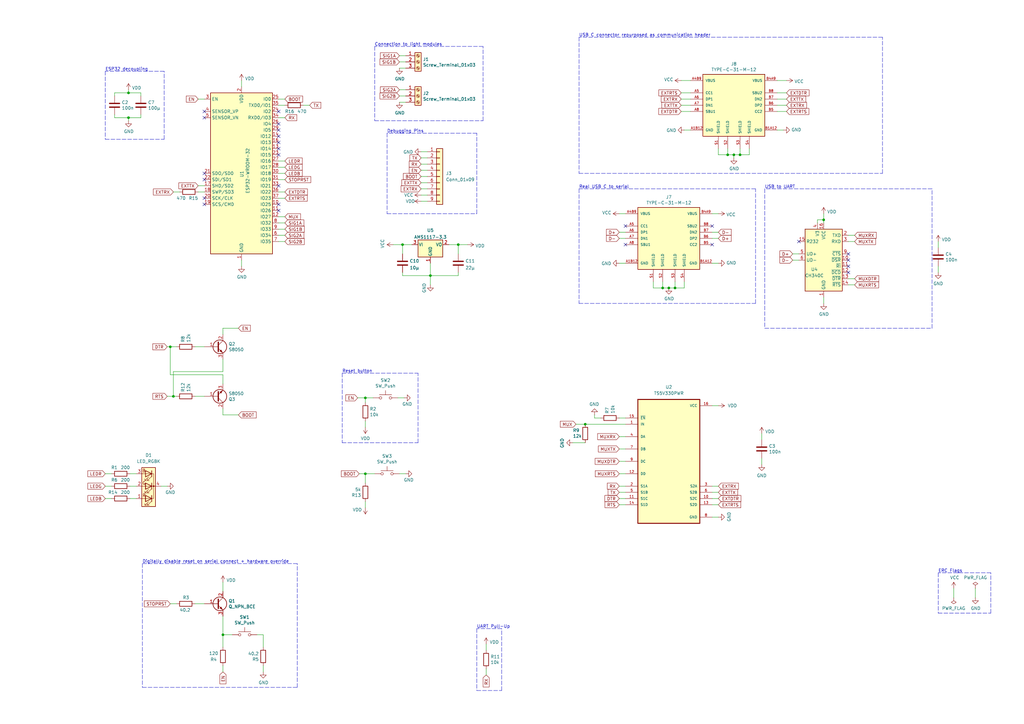
<source format=kicad_sch>
(kicad_sch (version 20211123) (generator eeschema)

  (uuid 9baf7b1e-44a0-4262-8221-97a2fa15d5e8)

  (paper "A3")

  (title_block
    (title "Heliox Control")
    (date "2021-08-10")
    (rev "v00")
    (comment 4 "Author: GHOSCHT")
  )

  (lib_symbols
    (symbol "Connector:Screw_Terminal_01x03" (pin_names (offset 1.016) hide) (in_bom yes) (on_board yes)
      (property "Reference" "J" (id 0) (at 0 5.08 0)
        (effects (font (size 1.27 1.27)))
      )
      (property "Value" "Screw_Terminal_01x03" (id 1) (at 0 -5.08 0)
        (effects (font (size 1.27 1.27)))
      )
      (property "Footprint" "" (id 2) (at 0 0 0)
        (effects (font (size 1.27 1.27)) hide)
      )
      (property "Datasheet" "~" (id 3) (at 0 0 0)
        (effects (font (size 1.27 1.27)) hide)
      )
      (property "ki_keywords" "screw terminal" (id 4) (at 0 0 0)
        (effects (font (size 1.27 1.27)) hide)
      )
      (property "ki_description" "Generic screw terminal, single row, 01x03, script generated (kicad-library-utils/schlib/autogen/connector/)" (id 5) (at 0 0 0)
        (effects (font (size 1.27 1.27)) hide)
      )
      (property "ki_fp_filters" "TerminalBlock*:*" (id 6) (at 0 0 0)
        (effects (font (size 1.27 1.27)) hide)
      )
      (symbol "Screw_Terminal_01x03_1_1"
        (rectangle (start -1.27 3.81) (end 1.27 -3.81)
          (stroke (width 0.254) (type default) (color 0 0 0 0))
          (fill (type background))
        )
        (circle (center 0 -2.54) (radius 0.635)
          (stroke (width 0.1524) (type default) (color 0 0 0 0))
          (fill (type none))
        )
        (polyline
          (pts
            (xy -0.5334 -2.2098)
            (xy 0.3302 -3.048)
          )
          (stroke (width 0.1524) (type default) (color 0 0 0 0))
          (fill (type none))
        )
        (polyline
          (pts
            (xy -0.5334 0.3302)
            (xy 0.3302 -0.508)
          )
          (stroke (width 0.1524) (type default) (color 0 0 0 0))
          (fill (type none))
        )
        (polyline
          (pts
            (xy -0.5334 2.8702)
            (xy 0.3302 2.032)
          )
          (stroke (width 0.1524) (type default) (color 0 0 0 0))
          (fill (type none))
        )
        (polyline
          (pts
            (xy -0.3556 -2.032)
            (xy 0.508 -2.8702)
          )
          (stroke (width 0.1524) (type default) (color 0 0 0 0))
          (fill (type none))
        )
        (polyline
          (pts
            (xy -0.3556 0.508)
            (xy 0.508 -0.3302)
          )
          (stroke (width 0.1524) (type default) (color 0 0 0 0))
          (fill (type none))
        )
        (polyline
          (pts
            (xy -0.3556 3.048)
            (xy 0.508 2.2098)
          )
          (stroke (width 0.1524) (type default) (color 0 0 0 0))
          (fill (type none))
        )
        (circle (center 0 0) (radius 0.635)
          (stroke (width 0.1524) (type default) (color 0 0 0 0))
          (fill (type none))
        )
        (circle (center 0 2.54) (radius 0.635)
          (stroke (width 0.1524) (type default) (color 0 0 0 0))
          (fill (type none))
        )
        (pin passive line (at -5.08 2.54 0) (length 3.81)
          (name "Pin_1" (effects (font (size 1.27 1.27))))
          (number "1" (effects (font (size 1.27 1.27))))
        )
        (pin passive line (at -5.08 0 0) (length 3.81)
          (name "Pin_2" (effects (font (size 1.27 1.27))))
          (number "2" (effects (font (size 1.27 1.27))))
        )
        (pin passive line (at -5.08 -2.54 0) (length 3.81)
          (name "Pin_3" (effects (font (size 1.27 1.27))))
          (number "3" (effects (font (size 1.27 1.27))))
        )
      )
    )
    (symbol "Connector_Generic:Conn_01x09" (pin_names (offset 1.016) hide) (in_bom yes) (on_board yes)
      (property "Reference" "J" (id 0) (at 0 12.7 0)
        (effects (font (size 1.27 1.27)))
      )
      (property "Value" "Conn_01x09" (id 1) (at 0 -12.7 0)
        (effects (font (size 1.27 1.27)))
      )
      (property "Footprint" "" (id 2) (at 0 0 0)
        (effects (font (size 1.27 1.27)) hide)
      )
      (property "Datasheet" "~" (id 3) (at 0 0 0)
        (effects (font (size 1.27 1.27)) hide)
      )
      (property "ki_keywords" "connector" (id 4) (at 0 0 0)
        (effects (font (size 1.27 1.27)) hide)
      )
      (property "ki_description" "Generic connector, single row, 01x09, script generated (kicad-library-utils/schlib/autogen/connector/)" (id 5) (at 0 0 0)
        (effects (font (size 1.27 1.27)) hide)
      )
      (property "ki_fp_filters" "Connector*:*_1x??_*" (id 6) (at 0 0 0)
        (effects (font (size 1.27 1.27)) hide)
      )
      (symbol "Conn_01x09_1_1"
        (rectangle (start -1.27 -10.033) (end 0 -10.287)
          (stroke (width 0.1524) (type default) (color 0 0 0 0))
          (fill (type none))
        )
        (rectangle (start -1.27 -7.493) (end 0 -7.747)
          (stroke (width 0.1524) (type default) (color 0 0 0 0))
          (fill (type none))
        )
        (rectangle (start -1.27 -4.953) (end 0 -5.207)
          (stroke (width 0.1524) (type default) (color 0 0 0 0))
          (fill (type none))
        )
        (rectangle (start -1.27 -2.413) (end 0 -2.667)
          (stroke (width 0.1524) (type default) (color 0 0 0 0))
          (fill (type none))
        )
        (rectangle (start -1.27 0.127) (end 0 -0.127)
          (stroke (width 0.1524) (type default) (color 0 0 0 0))
          (fill (type none))
        )
        (rectangle (start -1.27 2.667) (end 0 2.413)
          (stroke (width 0.1524) (type default) (color 0 0 0 0))
          (fill (type none))
        )
        (rectangle (start -1.27 5.207) (end 0 4.953)
          (stroke (width 0.1524) (type default) (color 0 0 0 0))
          (fill (type none))
        )
        (rectangle (start -1.27 7.747) (end 0 7.493)
          (stroke (width 0.1524) (type default) (color 0 0 0 0))
          (fill (type none))
        )
        (rectangle (start -1.27 10.287) (end 0 10.033)
          (stroke (width 0.1524) (type default) (color 0 0 0 0))
          (fill (type none))
        )
        (rectangle (start -1.27 11.43) (end 1.27 -11.43)
          (stroke (width 0.254) (type default) (color 0 0 0 0))
          (fill (type background))
        )
        (pin passive line (at -5.08 10.16 0) (length 3.81)
          (name "Pin_1" (effects (font (size 1.27 1.27))))
          (number "1" (effects (font (size 1.27 1.27))))
        )
        (pin passive line (at -5.08 7.62 0) (length 3.81)
          (name "Pin_2" (effects (font (size 1.27 1.27))))
          (number "2" (effects (font (size 1.27 1.27))))
        )
        (pin passive line (at -5.08 5.08 0) (length 3.81)
          (name "Pin_3" (effects (font (size 1.27 1.27))))
          (number "3" (effects (font (size 1.27 1.27))))
        )
        (pin passive line (at -5.08 2.54 0) (length 3.81)
          (name "Pin_4" (effects (font (size 1.27 1.27))))
          (number "4" (effects (font (size 1.27 1.27))))
        )
        (pin passive line (at -5.08 0 0) (length 3.81)
          (name "Pin_5" (effects (font (size 1.27 1.27))))
          (number "5" (effects (font (size 1.27 1.27))))
        )
        (pin passive line (at -5.08 -2.54 0) (length 3.81)
          (name "Pin_6" (effects (font (size 1.27 1.27))))
          (number "6" (effects (font (size 1.27 1.27))))
        )
        (pin passive line (at -5.08 -5.08 0) (length 3.81)
          (name "Pin_7" (effects (font (size 1.27 1.27))))
          (number "7" (effects (font (size 1.27 1.27))))
        )
        (pin passive line (at -5.08 -7.62 0) (length 3.81)
          (name "Pin_8" (effects (font (size 1.27 1.27))))
          (number "8" (effects (font (size 1.27 1.27))))
        )
        (pin passive line (at -5.08 -10.16 0) (length 3.81)
          (name "Pin_9" (effects (font (size 1.27 1.27))))
          (number "9" (effects (font (size 1.27 1.27))))
        )
      )
    )
    (symbol "Device:C" (pin_numbers hide) (pin_names (offset 0.254)) (in_bom yes) (on_board yes)
      (property "Reference" "C" (id 0) (at 0.635 2.54 0)
        (effects (font (size 1.27 1.27)) (justify left))
      )
      (property "Value" "C" (id 1) (at 0.635 -2.54 0)
        (effects (font (size 1.27 1.27)) (justify left))
      )
      (property "Footprint" "" (id 2) (at 0.9652 -3.81 0)
        (effects (font (size 1.27 1.27)) hide)
      )
      (property "Datasheet" "~" (id 3) (at 0 0 0)
        (effects (font (size 1.27 1.27)) hide)
      )
      (property "ki_keywords" "cap capacitor" (id 4) (at 0 0 0)
        (effects (font (size 1.27 1.27)) hide)
      )
      (property "ki_description" "Unpolarized capacitor" (id 5) (at 0 0 0)
        (effects (font (size 1.27 1.27)) hide)
      )
      (property "ki_fp_filters" "C_*" (id 6) (at 0 0 0)
        (effects (font (size 1.27 1.27)) hide)
      )
      (symbol "C_0_1"
        (polyline
          (pts
            (xy -2.032 -0.762)
            (xy 2.032 -0.762)
          )
          (stroke (width 0.508) (type default) (color 0 0 0 0))
          (fill (type none))
        )
        (polyline
          (pts
            (xy -2.032 0.762)
            (xy 2.032 0.762)
          )
          (stroke (width 0.508) (type default) (color 0 0 0 0))
          (fill (type none))
        )
      )
      (symbol "C_1_1"
        (pin passive line (at 0 3.81 270) (length 2.794)
          (name "~" (effects (font (size 1.27 1.27))))
          (number "1" (effects (font (size 1.27 1.27))))
        )
        (pin passive line (at 0 -3.81 90) (length 2.794)
          (name "~" (effects (font (size 1.27 1.27))))
          (number "2" (effects (font (size 1.27 1.27))))
        )
      )
    )
    (symbol "Device:LED_RGBK" (pin_names (offset 0) hide) (in_bom yes) (on_board yes)
      (property "Reference" "D" (id 0) (at 0 9.398 0)
        (effects (font (size 1.27 1.27)))
      )
      (property "Value" "LED_RGBK" (id 1) (at 0 -8.89 0)
        (effects (font (size 1.27 1.27)))
      )
      (property "Footprint" "" (id 2) (at 0 -1.27 0)
        (effects (font (size 1.27 1.27)) hide)
      )
      (property "Datasheet" "~" (id 3) (at 0 -1.27 0)
        (effects (font (size 1.27 1.27)) hide)
      )
      (property "ki_keywords" "LED RGB diode" (id 4) (at 0 0 0)
        (effects (font (size 1.27 1.27)) hide)
      )
      (property "ki_description" "RGB LED, red/green/blue/cathode" (id 5) (at 0 0 0)
        (effects (font (size 1.27 1.27)) hide)
      )
      (property "ki_fp_filters" "LED* LED_SMD:* LED_THT:*" (id 6) (at 0 0 0)
        (effects (font (size 1.27 1.27)) hide)
      )
      (symbol "LED_RGBK_0_0"
        (text "B" (at 1.905 -6.35 0)
          (effects (font (size 1.27 1.27)))
        )
        (text "G" (at 1.905 -1.27 0)
          (effects (font (size 1.27 1.27)))
        )
        (text "R" (at 1.905 3.81 0)
          (effects (font (size 1.27 1.27)))
        )
      )
      (symbol "LED_RGBK_0_1"
        (circle (center -2.032 0) (radius 0.254)
          (stroke (width 0) (type default) (color 0 0 0 0))
          (fill (type outline))
        )
        (polyline
          (pts
            (xy -1.27 -5.08)
            (xy 1.27 -5.08)
          )
          (stroke (width 0) (type default) (color 0 0 0 0))
          (fill (type none))
        )
        (polyline
          (pts
            (xy -1.27 -3.81)
            (xy -1.27 -6.35)
          )
          (stroke (width 0.254) (type default) (color 0 0 0 0))
          (fill (type none))
        )
        (polyline
          (pts
            (xy -1.27 0)
            (xy -2.54 0)
          )
          (stroke (width 0) (type default) (color 0 0 0 0))
          (fill (type none))
        )
        (polyline
          (pts
            (xy -1.27 1.27)
            (xy -1.27 -1.27)
          )
          (stroke (width 0.254) (type default) (color 0 0 0 0))
          (fill (type none))
        )
        (polyline
          (pts
            (xy -1.27 5.08)
            (xy 1.27 5.08)
          )
          (stroke (width 0) (type default) (color 0 0 0 0))
          (fill (type none))
        )
        (polyline
          (pts
            (xy -1.27 6.35)
            (xy -1.27 3.81)
          )
          (stroke (width 0.254) (type default) (color 0 0 0 0))
          (fill (type none))
        )
        (polyline
          (pts
            (xy 1.27 -5.08)
            (xy 2.54 -5.08)
          )
          (stroke (width 0) (type default) (color 0 0 0 0))
          (fill (type none))
        )
        (polyline
          (pts
            (xy 1.27 0)
            (xy -1.27 0)
          )
          (stroke (width 0) (type default) (color 0 0 0 0))
          (fill (type none))
        )
        (polyline
          (pts
            (xy 1.27 0)
            (xy 2.54 0)
          )
          (stroke (width 0) (type default) (color 0 0 0 0))
          (fill (type none))
        )
        (polyline
          (pts
            (xy 1.27 5.08)
            (xy 2.54 5.08)
          )
          (stroke (width 0) (type default) (color 0 0 0 0))
          (fill (type none))
        )
        (polyline
          (pts
            (xy -1.27 1.27)
            (xy -1.27 -1.27)
            (xy -1.27 -1.27)
          )
          (stroke (width 0) (type default) (color 0 0 0 0))
          (fill (type none))
        )
        (polyline
          (pts
            (xy -1.27 6.35)
            (xy -1.27 3.81)
            (xy -1.27 3.81)
          )
          (stroke (width 0) (type default) (color 0 0 0 0))
          (fill (type none))
        )
        (polyline
          (pts
            (xy -1.27 5.08)
            (xy -2.032 5.08)
            (xy -2.032 -5.08)
            (xy -1.016 -5.08)
          )
          (stroke (width 0) (type default) (color 0 0 0 0))
          (fill (type none))
        )
        (polyline
          (pts
            (xy 1.27 -3.81)
            (xy 1.27 -6.35)
            (xy -1.27 -5.08)
            (xy 1.27 -3.81)
          )
          (stroke (width 0.254) (type default) (color 0 0 0 0))
          (fill (type none))
        )
        (polyline
          (pts
            (xy 1.27 1.27)
            (xy 1.27 -1.27)
            (xy -1.27 0)
            (xy 1.27 1.27)
          )
          (stroke (width 0.254) (type default) (color 0 0 0 0))
          (fill (type none))
        )
        (polyline
          (pts
            (xy 1.27 6.35)
            (xy 1.27 3.81)
            (xy -1.27 5.08)
            (xy 1.27 6.35)
          )
          (stroke (width 0.254) (type default) (color 0 0 0 0))
          (fill (type none))
        )
        (polyline
          (pts
            (xy -1.016 -3.81)
            (xy 0.508 -2.286)
            (xy -0.254 -2.286)
            (xy 0.508 -2.286)
            (xy 0.508 -3.048)
          )
          (stroke (width 0) (type default) (color 0 0 0 0))
          (fill (type none))
        )
        (polyline
          (pts
            (xy -1.016 1.27)
            (xy 0.508 2.794)
            (xy -0.254 2.794)
            (xy 0.508 2.794)
            (xy 0.508 2.032)
          )
          (stroke (width 0) (type default) (color 0 0 0 0))
          (fill (type none))
        )
        (polyline
          (pts
            (xy -1.016 6.35)
            (xy 0.508 7.874)
            (xy -0.254 7.874)
            (xy 0.508 7.874)
            (xy 0.508 7.112)
          )
          (stroke (width 0) (type default) (color 0 0 0 0))
          (fill (type none))
        )
        (polyline
          (pts
            (xy 0 -3.81)
            (xy 1.524 -2.286)
            (xy 0.762 -2.286)
            (xy 1.524 -2.286)
            (xy 1.524 -3.048)
          )
          (stroke (width 0) (type default) (color 0 0 0 0))
          (fill (type none))
        )
        (polyline
          (pts
            (xy 0 1.27)
            (xy 1.524 2.794)
            (xy 0.762 2.794)
            (xy 1.524 2.794)
            (xy 1.524 2.032)
          )
          (stroke (width 0) (type default) (color 0 0 0 0))
          (fill (type none))
        )
        (polyline
          (pts
            (xy 0 6.35)
            (xy 1.524 7.874)
            (xy 0.762 7.874)
            (xy 1.524 7.874)
            (xy 1.524 7.112)
          )
          (stroke (width 0) (type default) (color 0 0 0 0))
          (fill (type none))
        )
        (rectangle (start 1.27 -1.27) (end 1.27 1.27)
          (stroke (width 0) (type default) (color 0 0 0 0))
          (fill (type none))
        )
        (rectangle (start 1.27 1.27) (end 1.27 1.27)
          (stroke (width 0) (type default) (color 0 0 0 0))
          (fill (type none))
        )
        (rectangle (start 1.27 3.81) (end 1.27 6.35)
          (stroke (width 0) (type default) (color 0 0 0 0))
          (fill (type none))
        )
        (rectangle (start 1.27 6.35) (end 1.27 6.35)
          (stroke (width 0) (type default) (color 0 0 0 0))
          (fill (type none))
        )
        (rectangle (start 2.794 8.382) (end -2.794 -7.62)
          (stroke (width 0.254) (type default) (color 0 0 0 0))
          (fill (type background))
        )
      )
      (symbol "LED_RGBK_1_1"
        (pin passive line (at 5.08 5.08 180) (length 2.54)
          (name "RA" (effects (font (size 1.27 1.27))))
          (number "1" (effects (font (size 1.27 1.27))))
        )
        (pin passive line (at 5.08 0 180) (length 2.54)
          (name "GA" (effects (font (size 1.27 1.27))))
          (number "2" (effects (font (size 1.27 1.27))))
        )
        (pin passive line (at 5.08 -5.08 180) (length 2.54)
          (name "BA" (effects (font (size 1.27 1.27))))
          (number "3" (effects (font (size 1.27 1.27))))
        )
        (pin passive line (at -5.08 0 0) (length 2.54)
          (name "K" (effects (font (size 1.27 1.27))))
          (number "4" (effects (font (size 1.27 1.27))))
        )
      )
    )
    (symbol "Device:Q_NPN_BCE" (pin_names (offset 0) hide) (in_bom yes) (on_board yes)
      (property "Reference" "Q" (id 0) (at 5.08 1.27 0)
        (effects (font (size 1.27 1.27)) (justify left))
      )
      (property "Value" "Q_NPN_BCE" (id 1) (at 5.08 -1.27 0)
        (effects (font (size 1.27 1.27)) (justify left))
      )
      (property "Footprint" "" (id 2) (at 5.08 2.54 0)
        (effects (font (size 1.27 1.27)) hide)
      )
      (property "Datasheet" "~" (id 3) (at 0 0 0)
        (effects (font (size 1.27 1.27)) hide)
      )
      (property "ki_keywords" "transistor NPN" (id 4) (at 0 0 0)
        (effects (font (size 1.27 1.27)) hide)
      )
      (property "ki_description" "NPN transistor, base/collector/emitter" (id 5) (at 0 0 0)
        (effects (font (size 1.27 1.27)) hide)
      )
      (symbol "Q_NPN_BCE_0_1"
        (polyline
          (pts
            (xy 0.635 0.635)
            (xy 2.54 2.54)
          )
          (stroke (width 0) (type default) (color 0 0 0 0))
          (fill (type none))
        )
        (polyline
          (pts
            (xy 0.635 -0.635)
            (xy 2.54 -2.54)
            (xy 2.54 -2.54)
          )
          (stroke (width 0) (type default) (color 0 0 0 0))
          (fill (type none))
        )
        (polyline
          (pts
            (xy 0.635 1.905)
            (xy 0.635 -1.905)
            (xy 0.635 -1.905)
          )
          (stroke (width 0.508) (type default) (color 0 0 0 0))
          (fill (type none))
        )
        (polyline
          (pts
            (xy 1.27 -1.778)
            (xy 1.778 -1.27)
            (xy 2.286 -2.286)
            (xy 1.27 -1.778)
            (xy 1.27 -1.778)
          )
          (stroke (width 0) (type default) (color 0 0 0 0))
          (fill (type outline))
        )
        (circle (center 1.27 0) (radius 2.8194)
          (stroke (width 0.254) (type default) (color 0 0 0 0))
          (fill (type none))
        )
      )
      (symbol "Q_NPN_BCE_1_1"
        (pin input line (at -5.08 0 0) (length 5.715)
          (name "B" (effects (font (size 1.27 1.27))))
          (number "1" (effects (font (size 1.27 1.27))))
        )
        (pin passive line (at 2.54 5.08 270) (length 2.54)
          (name "C" (effects (font (size 1.27 1.27))))
          (number "2" (effects (font (size 1.27 1.27))))
        )
        (pin passive line (at 2.54 -5.08 90) (length 2.54)
          (name "E" (effects (font (size 1.27 1.27))))
          (number "3" (effects (font (size 1.27 1.27))))
        )
      )
    )
    (symbol "Device:R" (pin_numbers hide) (pin_names (offset 0)) (in_bom yes) (on_board yes)
      (property "Reference" "R" (id 0) (at 2.032 0 90)
        (effects (font (size 1.27 1.27)))
      )
      (property "Value" "R" (id 1) (at 0 0 90)
        (effects (font (size 1.27 1.27)))
      )
      (property "Footprint" "" (id 2) (at -1.778 0 90)
        (effects (font (size 1.27 1.27)) hide)
      )
      (property "Datasheet" "~" (id 3) (at 0 0 0)
        (effects (font (size 1.27 1.27)) hide)
      )
      (property "ki_keywords" "R res resistor" (id 4) (at 0 0 0)
        (effects (font (size 1.27 1.27)) hide)
      )
      (property "ki_description" "Resistor" (id 5) (at 0 0 0)
        (effects (font (size 1.27 1.27)) hide)
      )
      (property "ki_fp_filters" "R_*" (id 6) (at 0 0 0)
        (effects (font (size 1.27 1.27)) hide)
      )
      (symbol "R_0_1"
        (rectangle (start -1.016 -2.54) (end 1.016 2.54)
          (stroke (width 0.254) (type default) (color 0 0 0 0))
          (fill (type none))
        )
      )
      (symbol "R_1_1"
        (pin passive line (at 0 3.81 270) (length 1.27)
          (name "~" (effects (font (size 1.27 1.27))))
          (number "1" (effects (font (size 1.27 1.27))))
        )
        (pin passive line (at 0 -3.81 90) (length 1.27)
          (name "~" (effects (font (size 1.27 1.27))))
          (number "2" (effects (font (size 1.27 1.27))))
        )
      )
    )
    (symbol "Interface_USB:CH340C" (in_bom yes) (on_board yes)
      (property "Reference" "U" (id 0) (at -5.08 13.97 0)
        (effects (font (size 1.27 1.27)) (justify right))
      )
      (property "Value" "CH340C" (id 1) (at 1.27 13.97 0)
        (effects (font (size 1.27 1.27)) (justify left))
      )
      (property "Footprint" "Package_SO:SOIC-16_3.9x9.9mm_P1.27mm" (id 2) (at 1.27 -13.97 0)
        (effects (font (size 1.27 1.27)) (justify left) hide)
      )
      (property "Datasheet" "https://datasheet.lcsc.com/szlcsc/Jiangsu-Qin-Heng-CH340C_C84681.pdf" (id 3) (at -8.89 20.32 0)
        (effects (font (size 1.27 1.27)) hide)
      )
      (property "ki_keywords" "USB UART Serial Converter Interface" (id 4) (at 0 0 0)
        (effects (font (size 1.27 1.27)) hide)
      )
      (property "ki_description" "USB serial converter, UART, SOIC-16" (id 5) (at 0 0 0)
        (effects (font (size 1.27 1.27)) hide)
      )
      (property "ki_fp_filters" "SOIC*3.9x9.9mm*P1.27mm*" (id 6) (at 0 0 0)
        (effects (font (size 1.27 1.27)) hide)
      )
      (symbol "CH340C_0_1"
        (rectangle (start -7.62 12.7) (end 7.62 -12.7)
          (stroke (width 0.254) (type default) (color 0 0 0 0))
          (fill (type background))
        )
      )
      (symbol "CH340C_1_1"
        (pin power_in line (at 0 -15.24 90) (length 2.54)
          (name "GND" (effects (font (size 1.27 1.27))))
          (number "1" (effects (font (size 1.27 1.27))))
        )
        (pin input line (at 10.16 0 180) (length 2.54)
          (name "~{DSR}" (effects (font (size 1.27 1.27))))
          (number "10" (effects (font (size 1.27 1.27))))
        )
        (pin input line (at 10.16 -2.54 180) (length 2.54)
          (name "~{RI}" (effects (font (size 1.27 1.27))))
          (number "11" (effects (font (size 1.27 1.27))))
        )
        (pin input line (at 10.16 -5.08 180) (length 2.54)
          (name "~{DCD}" (effects (font (size 1.27 1.27))))
          (number "12" (effects (font (size 1.27 1.27))))
        )
        (pin output line (at 10.16 -7.62 180) (length 2.54)
          (name "~{DTR}" (effects (font (size 1.27 1.27))))
          (number "13" (effects (font (size 1.27 1.27))))
        )
        (pin output line (at 10.16 -10.16 180) (length 2.54)
          (name "~{RTS}" (effects (font (size 1.27 1.27))))
          (number "14" (effects (font (size 1.27 1.27))))
        )
        (pin input line (at -10.16 7.62 0) (length 2.54)
          (name "R232" (effects (font (size 1.27 1.27))))
          (number "15" (effects (font (size 1.27 1.27))))
        )
        (pin power_in line (at 0 15.24 270) (length 2.54)
          (name "VCC" (effects (font (size 1.27 1.27))))
          (number "16" (effects (font (size 1.27 1.27))))
        )
        (pin output line (at 10.16 10.16 180) (length 2.54)
          (name "TXD" (effects (font (size 1.27 1.27))))
          (number "2" (effects (font (size 1.27 1.27))))
        )
        (pin input line (at 10.16 7.62 180) (length 2.54)
          (name "RXD" (effects (font (size 1.27 1.27))))
          (number "3" (effects (font (size 1.27 1.27))))
        )
        (pin passive line (at -2.54 15.24 270) (length 2.54)
          (name "V3" (effects (font (size 1.27 1.27))))
          (number "4" (effects (font (size 1.27 1.27))))
        )
        (pin bidirectional line (at -10.16 2.54 0) (length 2.54)
          (name "UD+" (effects (font (size 1.27 1.27))))
          (number "5" (effects (font (size 1.27 1.27))))
        )
        (pin bidirectional line (at -10.16 0 0) (length 2.54)
          (name "UD-" (effects (font (size 1.27 1.27))))
          (number "6" (effects (font (size 1.27 1.27))))
        )
        (pin no_connect line (at -7.62 -7.62 0) (length 2.54) hide
          (name "NC" (effects (font (size 1.27 1.27))))
          (number "7" (effects (font (size 1.27 1.27))))
        )
        (pin no_connect line (at -7.62 -10.16 0) (length 2.54) hide
          (name "NC" (effects (font (size 1.27 1.27))))
          (number "8" (effects (font (size 1.27 1.27))))
        )
        (pin input line (at 10.16 2.54 180) (length 2.54)
          (name "~{CTS}" (effects (font (size 1.27 1.27))))
          (number "9" (effects (font (size 1.27 1.27))))
        )
      )
    )
    (symbol "RF_Module:ESP32-WROOM-32" (in_bom yes) (on_board yes)
      (property "Reference" "U" (id 0) (at -12.7 34.29 0)
        (effects (font (size 1.27 1.27)) (justify left))
      )
      (property "Value" "ESP32-WROOM-32" (id 1) (at 1.27 34.29 0)
        (effects (font (size 1.27 1.27)) (justify left))
      )
      (property "Footprint" "RF_Module:ESP32-WROOM-32" (id 2) (at 0 -38.1 0)
        (effects (font (size 1.27 1.27)) hide)
      )
      (property "Datasheet" "https://www.espressif.com/sites/default/files/documentation/esp32-wroom-32_datasheet_en.pdf" (id 3) (at -7.62 1.27 0)
        (effects (font (size 1.27 1.27)) hide)
      )
      (property "ki_keywords" "RF Radio BT ESP ESP32 Espressif onboard PCB antenna" (id 4) (at 0 0 0)
        (effects (font (size 1.27 1.27)) hide)
      )
      (property "ki_description" "RF Module, ESP32-D0WDQ6 SoC, Wi-Fi 802.11b/g/n, Bluetooth, BLE, 32-bit, 2.7-3.6V, onboard antenna, SMD" (id 5) (at 0 0 0)
        (effects (font (size 1.27 1.27)) hide)
      )
      (property "ki_fp_filters" "ESP32?WROOM?32*" (id 6) (at 0 0 0)
        (effects (font (size 1.27 1.27)) hide)
      )
      (symbol "ESP32-WROOM-32_0_1"
        (rectangle (start -12.7 33.02) (end 12.7 -33.02)
          (stroke (width 0.254) (type default) (color 0 0 0 0))
          (fill (type background))
        )
      )
      (symbol "ESP32-WROOM-32_1_1"
        (pin power_in line (at 0 -35.56 90) (length 2.54)
          (name "GND" (effects (font (size 1.27 1.27))))
          (number "1" (effects (font (size 1.27 1.27))))
        )
        (pin bidirectional line (at 15.24 -12.7 180) (length 2.54)
          (name "IO25" (effects (font (size 1.27 1.27))))
          (number "10" (effects (font (size 1.27 1.27))))
        )
        (pin bidirectional line (at 15.24 -15.24 180) (length 2.54)
          (name "IO26" (effects (font (size 1.27 1.27))))
          (number "11" (effects (font (size 1.27 1.27))))
        )
        (pin bidirectional line (at 15.24 -17.78 180) (length 2.54)
          (name "IO27" (effects (font (size 1.27 1.27))))
          (number "12" (effects (font (size 1.27 1.27))))
        )
        (pin bidirectional line (at 15.24 10.16 180) (length 2.54)
          (name "IO14" (effects (font (size 1.27 1.27))))
          (number "13" (effects (font (size 1.27 1.27))))
        )
        (pin bidirectional line (at 15.24 15.24 180) (length 2.54)
          (name "IO12" (effects (font (size 1.27 1.27))))
          (number "14" (effects (font (size 1.27 1.27))))
        )
        (pin passive line (at 0 -35.56 90) (length 2.54) hide
          (name "GND" (effects (font (size 1.27 1.27))))
          (number "15" (effects (font (size 1.27 1.27))))
        )
        (pin bidirectional line (at 15.24 12.7 180) (length 2.54)
          (name "IO13" (effects (font (size 1.27 1.27))))
          (number "16" (effects (font (size 1.27 1.27))))
        )
        (pin bidirectional line (at -15.24 -5.08 0) (length 2.54)
          (name "SHD/SD2" (effects (font (size 1.27 1.27))))
          (number "17" (effects (font (size 1.27 1.27))))
        )
        (pin bidirectional line (at -15.24 -7.62 0) (length 2.54)
          (name "SWP/SD3" (effects (font (size 1.27 1.27))))
          (number "18" (effects (font (size 1.27 1.27))))
        )
        (pin bidirectional line (at -15.24 -12.7 0) (length 2.54)
          (name "SCS/CMD" (effects (font (size 1.27 1.27))))
          (number "19" (effects (font (size 1.27 1.27))))
        )
        (pin power_in line (at 0 35.56 270) (length 2.54)
          (name "VDD" (effects (font (size 1.27 1.27))))
          (number "2" (effects (font (size 1.27 1.27))))
        )
        (pin bidirectional line (at -15.24 -10.16 0) (length 2.54)
          (name "SCK/CLK" (effects (font (size 1.27 1.27))))
          (number "20" (effects (font (size 1.27 1.27))))
        )
        (pin bidirectional line (at -15.24 0 0) (length 2.54)
          (name "SDO/SD0" (effects (font (size 1.27 1.27))))
          (number "21" (effects (font (size 1.27 1.27))))
        )
        (pin bidirectional line (at -15.24 -2.54 0) (length 2.54)
          (name "SDI/SD1" (effects (font (size 1.27 1.27))))
          (number "22" (effects (font (size 1.27 1.27))))
        )
        (pin bidirectional line (at 15.24 7.62 180) (length 2.54)
          (name "IO15" (effects (font (size 1.27 1.27))))
          (number "23" (effects (font (size 1.27 1.27))))
        )
        (pin bidirectional line (at 15.24 25.4 180) (length 2.54)
          (name "IO2" (effects (font (size 1.27 1.27))))
          (number "24" (effects (font (size 1.27 1.27))))
        )
        (pin bidirectional line (at 15.24 30.48 180) (length 2.54)
          (name "IO0" (effects (font (size 1.27 1.27))))
          (number "25" (effects (font (size 1.27 1.27))))
        )
        (pin bidirectional line (at 15.24 20.32 180) (length 2.54)
          (name "IO4" (effects (font (size 1.27 1.27))))
          (number "26" (effects (font (size 1.27 1.27))))
        )
        (pin bidirectional line (at 15.24 5.08 180) (length 2.54)
          (name "IO16" (effects (font (size 1.27 1.27))))
          (number "27" (effects (font (size 1.27 1.27))))
        )
        (pin bidirectional line (at 15.24 2.54 180) (length 2.54)
          (name "IO17" (effects (font (size 1.27 1.27))))
          (number "28" (effects (font (size 1.27 1.27))))
        )
        (pin bidirectional line (at 15.24 17.78 180) (length 2.54)
          (name "IO5" (effects (font (size 1.27 1.27))))
          (number "29" (effects (font (size 1.27 1.27))))
        )
        (pin input line (at -15.24 30.48 0) (length 2.54)
          (name "EN" (effects (font (size 1.27 1.27))))
          (number "3" (effects (font (size 1.27 1.27))))
        )
        (pin bidirectional line (at 15.24 0 180) (length 2.54)
          (name "IO18" (effects (font (size 1.27 1.27))))
          (number "30" (effects (font (size 1.27 1.27))))
        )
        (pin bidirectional line (at 15.24 -2.54 180) (length 2.54)
          (name "IO19" (effects (font (size 1.27 1.27))))
          (number "31" (effects (font (size 1.27 1.27))))
        )
        (pin no_connect line (at -12.7 -27.94 0) (length 2.54) hide
          (name "NC" (effects (font (size 1.27 1.27))))
          (number "32" (effects (font (size 1.27 1.27))))
        )
        (pin bidirectional line (at 15.24 -5.08 180) (length 2.54)
          (name "IO21" (effects (font (size 1.27 1.27))))
          (number "33" (effects (font (size 1.27 1.27))))
        )
        (pin bidirectional line (at 15.24 22.86 180) (length 2.54)
          (name "RXD0/IO3" (effects (font (size 1.27 1.27))))
          (number "34" (effects (font (size 1.27 1.27))))
        )
        (pin bidirectional line (at 15.24 27.94 180) (length 2.54)
          (name "TXD0/IO1" (effects (font (size 1.27 1.27))))
          (number "35" (effects (font (size 1.27 1.27))))
        )
        (pin bidirectional line (at 15.24 -7.62 180) (length 2.54)
          (name "IO22" (effects (font (size 1.27 1.27))))
          (number "36" (effects (font (size 1.27 1.27))))
        )
        (pin bidirectional line (at 15.24 -10.16 180) (length 2.54)
          (name "IO23" (effects (font (size 1.27 1.27))))
          (number "37" (effects (font (size 1.27 1.27))))
        )
        (pin passive line (at 0 -35.56 90) (length 2.54) hide
          (name "GND" (effects (font (size 1.27 1.27))))
          (number "38" (effects (font (size 1.27 1.27))))
        )
        (pin passive line (at 0 -35.56 90) (length 2.54) hide
          (name "GND" (effects (font (size 1.27 1.27))))
          (number "39" (effects (font (size 1.27 1.27))))
        )
        (pin input line (at -15.24 25.4 0) (length 2.54)
          (name "SENSOR_VP" (effects (font (size 1.27 1.27))))
          (number "4" (effects (font (size 1.27 1.27))))
        )
        (pin input line (at -15.24 22.86 0) (length 2.54)
          (name "SENSOR_VN" (effects (font (size 1.27 1.27))))
          (number "5" (effects (font (size 1.27 1.27))))
        )
        (pin input line (at 15.24 -25.4 180) (length 2.54)
          (name "IO34" (effects (font (size 1.27 1.27))))
          (number "6" (effects (font (size 1.27 1.27))))
        )
        (pin input line (at 15.24 -27.94 180) (length 2.54)
          (name "IO35" (effects (font (size 1.27 1.27))))
          (number "7" (effects (font (size 1.27 1.27))))
        )
        (pin bidirectional line (at 15.24 -20.32 180) (length 2.54)
          (name "IO32" (effects (font (size 1.27 1.27))))
          (number "8" (effects (font (size 1.27 1.27))))
        )
        (pin bidirectional line (at 15.24 -22.86 180) (length 2.54)
          (name "IO33" (effects (font (size 1.27 1.27))))
          (number "9" (effects (font (size 1.27 1.27))))
        )
      )
    )
    (symbol "Regulator_Linear:AMS1117-3.3" (pin_names (offset 0.254)) (in_bom yes) (on_board yes)
      (property "Reference" "U" (id 0) (at -3.81 3.175 0)
        (effects (font (size 1.27 1.27)))
      )
      (property "Value" "AMS1117-3.3" (id 1) (at 0 3.175 0)
        (effects (font (size 1.27 1.27)) (justify left))
      )
      (property "Footprint" "Package_TO_SOT_SMD:SOT-223-3_TabPin2" (id 2) (at 0 5.08 0)
        (effects (font (size 1.27 1.27)) hide)
      )
      (property "Datasheet" "http://www.advanced-monolithic.com/pdf/ds1117.pdf" (id 3) (at 2.54 -6.35 0)
        (effects (font (size 1.27 1.27)) hide)
      )
      (property "ki_keywords" "linear regulator ldo fixed positive" (id 4) (at 0 0 0)
        (effects (font (size 1.27 1.27)) hide)
      )
      (property "ki_description" "1A Low Dropout regulator, positive, 3.3V fixed output, SOT-223" (id 5) (at 0 0 0)
        (effects (font (size 1.27 1.27)) hide)
      )
      (property "ki_fp_filters" "SOT?223*TabPin2*" (id 6) (at 0 0 0)
        (effects (font (size 1.27 1.27)) hide)
      )
      (symbol "AMS1117-3.3_0_1"
        (rectangle (start -5.08 -5.08) (end 5.08 1.905)
          (stroke (width 0.254) (type default) (color 0 0 0 0))
          (fill (type background))
        )
      )
      (symbol "AMS1117-3.3_1_1"
        (pin power_in line (at 0 -7.62 90) (length 2.54)
          (name "GND" (effects (font (size 1.27 1.27))))
          (number "1" (effects (font (size 1.27 1.27))))
        )
        (pin power_out line (at 7.62 0 180) (length 2.54)
          (name "VO" (effects (font (size 1.27 1.27))))
          (number "2" (effects (font (size 1.27 1.27))))
        )
        (pin power_in line (at -7.62 0 0) (length 2.54)
          (name "VI" (effects (font (size 1.27 1.27))))
          (number "3" (effects (font (size 1.27 1.27))))
        )
      )
    )
    (symbol "Switch:SW_Push" (pin_numbers hide) (pin_names (offset 1.016) hide) (in_bom yes) (on_board yes)
      (property "Reference" "SW" (id 0) (at 1.27 2.54 0)
        (effects (font (size 1.27 1.27)) (justify left))
      )
      (property "Value" "SW_Push" (id 1) (at 0 -1.524 0)
        (effects (font (size 1.27 1.27)))
      )
      (property "Footprint" "" (id 2) (at 0 5.08 0)
        (effects (font (size 1.27 1.27)) hide)
      )
      (property "Datasheet" "~" (id 3) (at 0 5.08 0)
        (effects (font (size 1.27 1.27)) hide)
      )
      (property "ki_keywords" "switch normally-open pushbutton push-button" (id 4) (at 0 0 0)
        (effects (font (size 1.27 1.27)) hide)
      )
      (property "ki_description" "Push button switch, generic, two pins" (id 5) (at 0 0 0)
        (effects (font (size 1.27 1.27)) hide)
      )
      (symbol "SW_Push_0_1"
        (circle (center -2.032 0) (radius 0.508)
          (stroke (width 0) (type default) (color 0 0 0 0))
          (fill (type none))
        )
        (polyline
          (pts
            (xy 0 1.27)
            (xy 0 3.048)
          )
          (stroke (width 0) (type default) (color 0 0 0 0))
          (fill (type none))
        )
        (polyline
          (pts
            (xy 2.54 1.27)
            (xy -2.54 1.27)
          )
          (stroke (width 0) (type default) (color 0 0 0 0))
          (fill (type none))
        )
        (circle (center 2.032 0) (radius 0.508)
          (stroke (width 0) (type default) (color 0 0 0 0))
          (fill (type none))
        )
        (pin passive line (at -5.08 0 0) (length 2.54)
          (name "1" (effects (font (size 1.27 1.27))))
          (number "1" (effects (font (size 1.27 1.27))))
        )
        (pin passive line (at 5.08 0 180) (length 2.54)
          (name "2" (effects (font (size 1.27 1.27))))
          (number "2" (effects (font (size 1.27 1.27))))
        )
      )
    )
    (symbol "TS5V330PWR:TS5V330PWR" (pin_names (offset 1.016)) (in_bom yes) (on_board yes)
      (property "Reference" "U" (id 0) (at -12.7 26.3906 0)
        (effects (font (size 1.27 1.27)) (justify left bottom))
      )
      (property "Value" "TS5V330PWR" (id 1) (at -12.7 -29.3878 0)
        (effects (font (size 1.27 1.27)) (justify left bottom))
      )
      (property "Footprint" "SOP65P640X120-16N" (id 2) (at 0 0 0)
        (effects (font (size 1.27 1.27)) (justify left bottom) hide)
      )
      (property "Datasheet" "" (id 3) (at 0 0 0)
        (effects (font (size 1.27 1.27)) (justify left bottom) hide)
      )
      (property "ki_locked" "" (id 4) (at 0 0 0)
        (effects (font (size 1.27 1.27)))
      )
      (symbol "TS5V330PWR_0_0"
        (rectangle (start -12.7 -25.4) (end 12.7 25.4)
          (stroke (width 0.4064) (type default) (color 0 0 0 0))
          (fill (type background))
        )
        (pin input line (at -17.78 15.24 0) (length 5.08)
          (name "IN" (effects (font (size 1.016 1.016))))
          (number "1" (effects (font (size 1.016 1.016))))
        )
        (pin bidirectional line (at 17.78 -15.24 180) (length 5.08)
          (name "S2C" (effects (font (size 1.016 1.016))))
          (number "10" (effects (font (size 1.016 1.016))))
        )
        (pin bidirectional line (at -17.78 -15.24 0) (length 5.08)
          (name "S1C" (effects (font (size 1.016 1.016))))
          (number "11" (effects (font (size 1.016 1.016))))
        )
        (pin bidirectional line (at -17.78 -5.08 0) (length 5.08)
          (name "DD" (effects (font (size 1.016 1.016))))
          (number "12" (effects (font (size 1.016 1.016))))
        )
        (pin bidirectional line (at 17.78 -17.78 180) (length 5.08)
          (name "S2D" (effects (font (size 1.016 1.016))))
          (number "13" (effects (font (size 1.016 1.016))))
        )
        (pin bidirectional line (at -17.78 -17.78 0) (length 5.08)
          (name "S1D" (effects (font (size 1.016 1.016))))
          (number "14" (effects (font (size 1.016 1.016))))
        )
        (pin input line (at -17.78 17.78 0) (length 5.08)
          (name "~{EN}" (effects (font (size 1.016 1.016))))
          (number "15" (effects (font (size 1.016 1.016))))
        )
        (pin power_in line (at 17.78 22.86 180) (length 5.08)
          (name "VCC" (effects (font (size 1.016 1.016))))
          (number "16" (effects (font (size 1.016 1.016))))
        )
        (pin bidirectional line (at -17.78 -10.16 0) (length 5.08)
          (name "S1A" (effects (font (size 1.016 1.016))))
          (number "2" (effects (font (size 1.016 1.016))))
        )
        (pin bidirectional line (at 17.78 -10.16 180) (length 5.08)
          (name "S2A" (effects (font (size 1.016 1.016))))
          (number "3" (effects (font (size 1.016 1.016))))
        )
        (pin bidirectional line (at -17.78 10.16 0) (length 5.08)
          (name "DA" (effects (font (size 1.016 1.016))))
          (number "4" (effects (font (size 1.016 1.016))))
        )
        (pin bidirectional line (at -17.78 -12.7 0) (length 5.08)
          (name "S1B" (effects (font (size 1.016 1.016))))
          (number "5" (effects (font (size 1.016 1.016))))
        )
        (pin bidirectional line (at 17.78 -12.7 180) (length 5.08)
          (name "S2B" (effects (font (size 1.016 1.016))))
          (number "6" (effects (font (size 1.016 1.016))))
        )
        (pin bidirectional line (at -17.78 5.08 0) (length 5.08)
          (name "DB" (effects (font (size 1.016 1.016))))
          (number "7" (effects (font (size 1.016 1.016))))
        )
        (pin power_in line (at 17.78 -22.86 180) (length 5.08)
          (name "GND" (effects (font (size 1.016 1.016))))
          (number "8" (effects (font (size 1.016 1.016))))
        )
        (pin bidirectional line (at -17.78 0 0) (length 5.08)
          (name "DC" (effects (font (size 1.016 1.016))))
          (number "9" (effects (font (size 1.016 1.016))))
        )
      )
    )
    (symbol "TYPE-C-31-M-12:TYPE-C-31-M-12" (pin_names (offset 1.016)) (in_bom yes) (on_board yes)
      (property "Reference" "J" (id 0) (at -1.27 15.24 0)
        (effects (font (size 1.27 1.27)) (justify left bottom))
      )
      (property "Value" "TYPE-C-31-M-12" (id 1) (at -10.16 13.208 0)
        (effects (font (size 1.27 1.27)) (justify left bottom))
      )
      (property "Footprint" "HRO_TYPE-C-31-M-12" (id 2) (at 0 0 0)
        (effects (font (size 1.27 1.27)) (justify left bottom) hide)
      )
      (property "Datasheet" "" (id 3) (at 0 0 0)
        (effects (font (size 1.27 1.27)) (justify left bottom) hide)
      )
      (property "MAXIMUM_PACKAGE_HEIGHT" "3.31mm" (id 4) (at 0 0 0)
        (effects (font (size 1.27 1.27)) (justify left bottom) hide)
      )
      (property "STANDARD" "Manufacturer Recommendations" (id 5) (at 0 0 0)
        (effects (font (size 1.27 1.27)) (justify left bottom) hide)
      )
      (property "PARTREV" "A" (id 6) (at 0 0 0)
        (effects (font (size 1.27 1.27)) (justify left bottom) hide)
      )
      (property "MANUFACTURER" "HRO Electronics" (id 7) (at 0 0 0)
        (effects (font (size 1.27 1.27)) (justify left bottom) hide)
      )
      (property "ki_locked" "" (id 8) (at 0 0 0)
        (effects (font (size 1.27 1.27)))
      )
      (symbol "TYPE-C-31-M-12_0_0"
        (rectangle (start -12.7 -12.7) (end 12.7 12.7)
          (stroke (width 0.254) (type default) (color 0 0 0 0))
          (fill (type background))
        )
        (pin power_in line (at -17.78 -10.16 0) (length 5.08)
          (name "GND" (effects (font (size 1.016 1.016))))
          (number "A1B12" (effects (font (size 1.016 1.016))))
        )
        (pin power_in line (at -17.78 10.16 0) (length 5.08)
          (name "VBUS" (effects (font (size 1.016 1.016))))
          (number "A4B9" (effects (font (size 1.016 1.016))))
        )
        (pin bidirectional line (at -17.78 5.08 0) (length 5.08)
          (name "CC1" (effects (font (size 1.016 1.016))))
          (number "A5" (effects (font (size 1.016 1.016))))
        )
        (pin bidirectional line (at -17.78 2.54 0) (length 5.08)
          (name "DP1" (effects (font (size 1.016 1.016))))
          (number "A6" (effects (font (size 1.016 1.016))))
        )
        (pin bidirectional line (at -17.78 0 0) (length 5.08)
          (name "DN1" (effects (font (size 1.016 1.016))))
          (number "A7" (effects (font (size 1.016 1.016))))
        )
        (pin bidirectional line (at -17.78 -2.54 0) (length 5.08)
          (name "SBU1" (effects (font (size 1.016 1.016))))
          (number "A8" (effects (font (size 1.016 1.016))))
        )
        (pin power_in line (at 17.78 -10.16 180) (length 5.08)
          (name "GND" (effects (font (size 1.016 1.016))))
          (number "B1A12" (effects (font (size 1.016 1.016))))
        )
        (pin power_in line (at 17.78 10.16 180) (length 5.08)
          (name "VBUS" (effects (font (size 1.016 1.016))))
          (number "B4A9" (effects (font (size 1.016 1.016))))
        )
        (pin bidirectional line (at 17.78 -2.54 180) (length 5.08)
          (name "CC2" (effects (font (size 1.016 1.016))))
          (number "B5" (effects (font (size 1.016 1.016))))
        )
        (pin bidirectional line (at 17.78 0 180) (length 5.08)
          (name "DP2" (effects (font (size 1.016 1.016))))
          (number "B6" (effects (font (size 1.016 1.016))))
        )
        (pin bidirectional line (at 17.78 2.54 180) (length 5.08)
          (name "DN2" (effects (font (size 1.016 1.016))))
          (number "B7" (effects (font (size 1.016 1.016))))
        )
        (pin bidirectional line (at 17.78 5.08 180) (length 5.08)
          (name "SBU2" (effects (font (size 1.016 1.016))))
          (number "B8" (effects (font (size 1.016 1.016))))
        )
        (pin passive line (at -6.35 -17.78 90) (length 5.08)
          (name "SHIELD" (effects (font (size 1.016 1.016))))
          (number "S1" (effects (font (size 1.016 1.016))))
        )
        (pin passive line (at -2.54 -17.78 90) (length 5.08)
          (name "SHIELD" (effects (font (size 1.016 1.016))))
          (number "S2" (effects (font (size 1.016 1.016))))
        )
        (pin passive line (at 2.54 -17.78 90) (length 5.08)
          (name "SHIELD" (effects (font (size 1.016 1.016))))
          (number "S3" (effects (font (size 1.016 1.016))))
        )
        (pin passive line (at 6.35 -17.78 90) (length 5.08)
          (name "SHIELD" (effects (font (size 1.016 1.016))))
          (number "S4" (effects (font (size 1.016 1.016))))
        )
      )
    )
    (symbol "TYPE-C-31-M-12_1" (pin_names (offset 1.016)) (in_bom yes) (on_board yes)
      (property "Reference" "J8" (id 0) (at 0 16.9418 0)
        (effects (font (size 1.27 1.27)))
      )
      (property "Value" "TYPE-C-31-M-12_1" (id 1) (at 0 14.6304 0)
        (effects (font (size 1.27 1.27)))
      )
      (property "Footprint" "HRO_TYPE-C-31-M-12:HRO_TYPE-C-31-M-12" (id 2) (at 0 0 0)
        (effects (font (size 1.27 1.27)) (justify left bottom) hide)
      )
      (property "Datasheet" "https://datasheet.lcsc.com/lcsc/1811131825_Korean-Hroparts-Elec-TYPE-C-31-M-12_C165948.pdf" (id 3) (at 0 0 0)
        (effects (font (size 1.27 1.27)) (justify left bottom) hide)
      )
      (property "MAXIMUM_PACKAGE_HEIGHT" "3.31mm" (id 4) (at 0 0 0)
        (effects (font (size 1.27 1.27)) (justify left bottom) hide)
      )
      (property "STANDARD" "Manufacturer Recommendations" (id 5) (at 0 0 0)
        (effects (font (size 1.27 1.27)) (justify left bottom) hide)
      )
      (property "PARTREV" "A" (id 6) (at 0 0 0)
        (effects (font (size 1.27 1.27)) (justify left bottom) hide)
      )
      (property "MANUFACTURER" "HRO Electronics" (id 7) (at 0 0 0)
        (effects (font (size 1.27 1.27)) (justify left bottom) hide)
      )
      (property "ki_locked" "" (id 8) (at 0 0 0)
        (effects (font (size 1.27 1.27)))
      )
      (symbol "TYPE-C-31-M-12_1_0_0"
        (rectangle (start -12.7 -12.7) (end 12.7 12.7)
          (stroke (width 0.254) (type default) (color 0 0 0 0))
          (fill (type background))
        )
        (pin power_in line (at -17.78 -10.16 0) (length 5.08)
          (name "GND" (effects (font (size 1.016 1.016))))
          (number "A1B12" (effects (font (size 1.016 1.016))))
        )
        (pin power_out line (at -17.78 10.16 0) (length 5.08)
          (name "VBUS" (effects (font (size 1.016 1.016))))
          (number "A4B9" (effects (font (size 1.016 1.016))))
        )
        (pin bidirectional line (at -17.78 5.08 0) (length 5.08)
          (name "CC1" (effects (font (size 1.016 1.016))))
          (number "A5" (effects (font (size 1.016 1.016))))
        )
        (pin bidirectional line (at -17.78 2.54 0) (length 5.08)
          (name "DP1" (effects (font (size 1.016 1.016))))
          (number "A6" (effects (font (size 1.016 1.016))))
        )
        (pin bidirectional line (at -17.78 0 0) (length 5.08)
          (name "DN1" (effects (font (size 1.016 1.016))))
          (number "A7" (effects (font (size 1.016 1.016))))
        )
        (pin bidirectional line (at -17.78 -2.54 0) (length 5.08)
          (name "SBU1" (effects (font (size 1.016 1.016))))
          (number "A8" (effects (font (size 1.016 1.016))))
        )
        (pin power_in line (at 17.78 -10.16 180) (length 5.08)
          (name "GND" (effects (font (size 1.016 1.016))))
          (number "B1A12" (effects (font (size 1.016 1.016))))
        )
        (pin power_out line (at 17.78 10.16 180) (length 5.08)
          (name "VBUS" (effects (font (size 1.016 1.016))))
          (number "B4A9" (effects (font (size 1.016 1.016))))
        )
        (pin bidirectional line (at 17.78 -2.54 180) (length 5.08)
          (name "CC2" (effects (font (size 1.016 1.016))))
          (number "B5" (effects (font (size 1.016 1.016))))
        )
        (pin bidirectional line (at 17.78 0 180) (length 5.08)
          (name "DP2" (effects (font (size 1.016 1.016))))
          (number "B6" (effects (font (size 1.016 1.016))))
        )
        (pin bidirectional line (at 17.78 2.54 180) (length 5.08)
          (name "DN2" (effects (font (size 1.016 1.016))))
          (number "B7" (effects (font (size 1.016 1.016))))
        )
        (pin bidirectional line (at 17.78 5.08 180) (length 5.08)
          (name "SBU2" (effects (font (size 1.016 1.016))))
          (number "B8" (effects (font (size 1.016 1.016))))
        )
        (pin passive line (at -6.35 -17.78 90) (length 5.08)
          (name "SHIELD" (effects (font (size 1.016 1.016))))
          (number "S1" (effects (font (size 1.016 1.016))))
        )
        (pin passive line (at -2.54 -17.78 90) (length 5.08)
          (name "SHIELD" (effects (font (size 1.016 1.016))))
          (number "S2" (effects (font (size 1.016 1.016))))
        )
        (pin passive line (at 2.54 -17.78 90) (length 5.08)
          (name "SHIELD" (effects (font (size 1.016 1.016))))
          (number "S3" (effects (font (size 1.016 1.016))))
        )
        (pin passive line (at 6.35 -17.78 90) (length 5.08)
          (name "SHIELD" (effects (font (size 1.016 1.016))))
          (number "S4" (effects (font (size 1.016 1.016))))
        )
      )
    )
    (symbol "power:GND" (power) (pin_names (offset 0)) (in_bom yes) (on_board yes)
      (property "Reference" "#PWR" (id 0) (at 0 -6.35 0)
        (effects (font (size 1.27 1.27)) hide)
      )
      (property "Value" "GND" (id 1) (at 0 -3.81 0)
        (effects (font (size 1.27 1.27)))
      )
      (property "Footprint" "" (id 2) (at 0 0 0)
        (effects (font (size 1.27 1.27)) hide)
      )
      (property "Datasheet" "" (id 3) (at 0 0 0)
        (effects (font (size 1.27 1.27)) hide)
      )
      (property "ki_keywords" "power-flag" (id 4) (at 0 0 0)
        (effects (font (size 1.27 1.27)) hide)
      )
      (property "ki_description" "Power symbol creates a global label with name \"GND\" , ground" (id 5) (at 0 0 0)
        (effects (font (size 1.27 1.27)) hide)
      )
      (symbol "GND_0_1"
        (polyline
          (pts
            (xy 0 0)
            (xy 0 -1.27)
            (xy 1.27 -1.27)
            (xy 0 -2.54)
            (xy -1.27 -1.27)
            (xy 0 -1.27)
          )
          (stroke (width 0) (type default) (color 0 0 0 0))
          (fill (type none))
        )
      )
      (symbol "GND_1_1"
        (pin power_in line (at 0 0 270) (length 0) hide
          (name "GND" (effects (font (size 1.27 1.27))))
          (number "1" (effects (font (size 1.27 1.27))))
        )
      )
    )
    (symbol "power:PWR_FLAG" (power) (pin_numbers hide) (pin_names (offset 0) hide) (in_bom yes) (on_board yes)
      (property "Reference" "#FLG" (id 0) (at 0 1.905 0)
        (effects (font (size 1.27 1.27)) hide)
      )
      (property "Value" "PWR_FLAG" (id 1) (at 0 3.81 0)
        (effects (font (size 1.27 1.27)))
      )
      (property "Footprint" "" (id 2) (at 0 0 0)
        (effects (font (size 1.27 1.27)) hide)
      )
      (property "Datasheet" "~" (id 3) (at 0 0 0)
        (effects (font (size 1.27 1.27)) hide)
      )
      (property "ki_keywords" "power-flag" (id 4) (at 0 0 0)
        (effects (font (size 1.27 1.27)) hide)
      )
      (property "ki_description" "Special symbol for telling ERC where power comes from" (id 5) (at 0 0 0)
        (effects (font (size 1.27 1.27)) hide)
      )
      (symbol "PWR_FLAG_0_0"
        (pin power_out line (at 0 0 90) (length 0)
          (name "pwr" (effects (font (size 1.27 1.27))))
          (number "1" (effects (font (size 1.27 1.27))))
        )
      )
      (symbol "PWR_FLAG_0_1"
        (polyline
          (pts
            (xy 0 0)
            (xy 0 1.27)
            (xy -1.016 1.905)
            (xy 0 2.54)
            (xy 1.016 1.905)
            (xy 0 1.27)
          )
          (stroke (width 0) (type default) (color 0 0 0 0))
          (fill (type none))
        )
      )
    )
    (symbol "power:VCC" (power) (pin_names (offset 0)) (in_bom yes) (on_board yes)
      (property "Reference" "#PWR" (id 0) (at 0 -3.81 0)
        (effects (font (size 1.27 1.27)) hide)
      )
      (property "Value" "VCC" (id 1) (at 0 3.81 0)
        (effects (font (size 1.27 1.27)))
      )
      (property "Footprint" "" (id 2) (at 0 0 0)
        (effects (font (size 1.27 1.27)) hide)
      )
      (property "Datasheet" "" (id 3) (at 0 0 0)
        (effects (font (size 1.27 1.27)) hide)
      )
      (property "ki_keywords" "power-flag" (id 4) (at 0 0 0)
        (effects (font (size 1.27 1.27)) hide)
      )
      (property "ki_description" "Power symbol creates a global label with name \"VCC\"" (id 5) (at 0 0 0)
        (effects (font (size 1.27 1.27)) hide)
      )
      (symbol "VCC_0_1"
        (polyline
          (pts
            (xy -0.762 1.27)
            (xy 0 2.54)
          )
          (stroke (width 0) (type default) (color 0 0 0 0))
          (fill (type none))
        )
        (polyline
          (pts
            (xy 0 0)
            (xy 0 2.54)
          )
          (stroke (width 0) (type default) (color 0 0 0 0))
          (fill (type none))
        )
        (polyline
          (pts
            (xy 0 2.54)
            (xy 0.762 1.27)
          )
          (stroke (width 0) (type default) (color 0 0 0 0))
          (fill (type none))
        )
      )
      (symbol "VCC_1_1"
        (pin power_in line (at 0 0 90) (length 0) hide
          (name "VCC" (effects (font (size 1.27 1.27))))
          (number "1" (effects (font (size 1.27 1.27))))
        )
      )
    )
    (symbol "power:VDD" (power) (pin_names (offset 0)) (in_bom yes) (on_board yes)
      (property "Reference" "#PWR" (id 0) (at 0 -3.81 0)
        (effects (font (size 1.27 1.27)) hide)
      )
      (property "Value" "VDD" (id 1) (at 0 3.81 0)
        (effects (font (size 1.27 1.27)))
      )
      (property "Footprint" "" (id 2) (at 0 0 0)
        (effects (font (size 1.27 1.27)) hide)
      )
      (property "Datasheet" "" (id 3) (at 0 0 0)
        (effects (font (size 1.27 1.27)) hide)
      )
      (property "ki_keywords" "power-flag" (id 4) (at 0 0 0)
        (effects (font (size 1.27 1.27)) hide)
      )
      (property "ki_description" "Power symbol creates a global label with name \"VDD\"" (id 5) (at 0 0 0)
        (effects (font (size 1.27 1.27)) hide)
      )
      (symbol "VDD_0_1"
        (polyline
          (pts
            (xy -0.762 1.27)
            (xy 0 2.54)
          )
          (stroke (width 0) (type default) (color 0 0 0 0))
          (fill (type none))
        )
        (polyline
          (pts
            (xy 0 0)
            (xy 0 2.54)
          )
          (stroke (width 0) (type default) (color 0 0 0 0))
          (fill (type none))
        )
        (polyline
          (pts
            (xy 0 2.54)
            (xy 0.762 1.27)
          )
          (stroke (width 0) (type default) (color 0 0 0 0))
          (fill (type none))
        )
      )
      (symbol "VDD_1_1"
        (pin power_in line (at 0 0 90) (length 0) hide
          (name "VDD" (effects (font (size 1.27 1.27))))
          (number "1" (effects (font (size 1.27 1.27))))
        )
      )
    )
  )


  (junction (at 91.44 260.35) (diameter 0) (color 0 0 0 0)
    (uuid 02cf0608-64df-4388-bd0c-fe857420ecaa)
  )
  (junction (at 300.99 63.5) (diameter 0) (color 0 0 0 0)
    (uuid 04202103-992b-4da0-804f-eea03703a2f4)
  )
  (junction (at 149.86 163.195) (diameter 0) (color 0 0 0 0)
    (uuid 0b3b46ed-b052-4edc-82d8-e82751cbf19a)
  )
  (junction (at 176.53 113.03) (diameter 0) (color 0 0 0 0)
    (uuid 2174fdd1-be72-4071-bc32-94f31e09c635)
  )
  (junction (at 165.1 100.33) (diameter 0) (color 0 0 0 0)
    (uuid 3b4eb9f0-05fb-46ce-a252-13cfee1b99e6)
  )
  (junction (at 274.32 118.11) (diameter 0) (color 0 0 0 0)
    (uuid 62e050c2-0109-4af3-a8cf-6e73d982de24)
  )
  (junction (at 303.53 63.5) (diameter 0) (color 0 0 0 0)
    (uuid 671729fd-aac3-49b1-beea-7a99a8e33fb3)
  )
  (junction (at 69.85 142.24) (diameter 0) (color 0 0 0 0)
    (uuid 83e5c5d8-5366-4217-b11c-8beb1fa8967c)
  )
  (junction (at 240.03 173.99) (diameter 0) (color 0 0 0 0)
    (uuid a98b4193-525b-4cdb-aba1-6022b307945a)
  )
  (junction (at 298.45 63.5) (diameter 0) (color 0 0 0 0)
    (uuid a9b73137-65fa-423e-b460-9d4c0cf28b9a)
  )
  (junction (at 271.78 118.11) (diameter 0) (color 0 0 0 0)
    (uuid ae7b104a-673a-493a-9539-55d8e8e5236f)
  )
  (junction (at 276.86 118.11) (diameter 0) (color 0 0 0 0)
    (uuid b1d7a28d-7369-4387-ab08-39df99bec340)
  )
  (junction (at 337.82 90.17) (diameter 0) (color 0 0 0 0)
    (uuid da476460-296d-42be-8efc-f613f64eaa97)
  )
  (junction (at 52.705 48.26) (diameter 0) (color 0 0 0 0)
    (uuid db703313-0898-45e4-99a1-8c2e63e039d8)
  )
  (junction (at 187.96 100.33) (diameter 0) (color 0 0 0 0)
    (uuid e23f7fe9-9cb3-4e71-a583-88f15b7a9bb2)
  )
  (junction (at 52.705 38.1) (diameter 0) (color 0 0 0 0)
    (uuid ea8a8259-9592-477c-845f-477c8817fcec)
  )
  (junction (at 71.12 162.56) (diameter 0) (color 0 0 0 0)
    (uuid f0961962-457c-40e8-929b-ef99a4a6f9e1)
  )
  (junction (at 149.86 194.31) (diameter 0) (color 0 0 0 0)
    (uuid f40351b9-3546-46fa-b18b-727924e1e18c)
  )

  (no_connect (at 347.98 111.76) (uuid 0f0d2089-7eab-467c-85b8-272bb3c58b99))
  (no_connect (at 347.98 106.68) (uuid 2a994272-3e06-4833-9268-fcbf8bce6a08))
  (no_connect (at 256.54 92.71) (uuid 4d765ebb-391f-47cb-8327-4a93c37a5e87))
  (no_connect (at 114.3 76.2) (uuid 500ce5a7-2486-44a1-91d7-939fd664dfec))
  (no_connect (at 114.3 83.82) (uuid 500ce5a7-2486-44a1-91d7-939fd664dfef))
  (no_connect (at 114.3 86.36) (uuid 500ce5a7-2486-44a1-91d7-939fd664dff0))
  (no_connect (at 292.1 100.33) (uuid 87e5f432-bb64-491c-8ee2-a5cebd1952e2))
  (no_connect (at 83.82 45.72) (uuid 8cbae889-8af8-411c-bb02-cff97e9ec968))
  (no_connect (at 83.82 71.12) (uuid 8cbae889-8af8-411c-bb02-cff97e9ec969))
  (no_connect (at 83.82 48.26) (uuid 8cbae889-8af8-411c-bb02-cff97e9ec96a))
  (no_connect (at 83.82 73.66) (uuid 8cbae889-8af8-411c-bb02-cff97e9ec96b))
  (no_connect (at 83.82 81.28) (uuid 8cbae889-8af8-411c-bb02-cff97e9ec96c))
  (no_connect (at 83.82 83.82) (uuid 8cbae889-8af8-411c-bb02-cff97e9ec96d))
  (no_connect (at 114.3 53.34) (uuid 8cbae889-8af8-411c-bb02-cff97e9ec96e))
  (no_connect (at 114.3 55.88) (uuid 8cbae889-8af8-411c-bb02-cff97e9ec96f))
  (no_connect (at 114.3 58.42) (uuid 8cbae889-8af8-411c-bb02-cff97e9ec970))
  (no_connect (at 114.3 60.96) (uuid 8cbae889-8af8-411c-bb02-cff97e9ec971))
  (no_connect (at 114.3 50.8) (uuid 8cbae889-8af8-411c-bb02-cff97e9ec975))
  (no_connect (at 114.3 63.5) (uuid a0bf0ea4-9a69-4357-9481-bee730a883ad))
  (no_connect (at 292.1 92.71) (uuid bfdad3c8-0a70-4a63-a174-df049c8a951c))
  (no_connect (at 256.54 100.33) (uuid d57b81b5-867c-4940-9931-9ff79aee5b96))
  (no_connect (at 114.3 45.72) (uuid d6799214-c2f6-4b2e-9af1-6e84c86224db))
  (no_connect (at 347.98 109.22) (uuid da123791-e238-4fc2-a356-0eeba872e986))
  (no_connect (at 347.98 104.14) (uuid e1506fcd-87ec-44d6-86d1-79ee513f4e77))
  (no_connect (at 327.66 99.06) (uuid ecea9562-3834-4f9c-8b72-194e1119dc17))

  (wire (pts (xy 43.18 194.31) (xy 45.72 194.31))
    (stroke (width 0) (type default) (color 0 0 0 0))
    (uuid 02441a24-d335-426a-b82d-9d93839dd810)
  )
  (polyline (pts (xy 43.18 29.21) (xy 43.18 57.15))
    (stroke (width 0) (type default) (color 0 0 0 0))
    (uuid 04f5e3fb-3c7f-4d38-834b-d6b8568fa756)
  )

  (wire (pts (xy 337.82 90.17) (xy 337.82 91.44))
    (stroke (width 0) (type default) (color 0 0 0 0))
    (uuid 05f39466-dd58-4f6c-b7b8-1c07ec50a32e)
  )
  (polyline (pts (xy 237.49 15.24) (xy 237.49 71.12))
    (stroke (width 0) (type default) (color 0 0 0 0))
    (uuid 0601c5c6-429f-4d4a-9c0b-5811cb2a3dfe)
  )

  (wire (pts (xy 236.22 173.99) (xy 240.03 173.99))
    (stroke (width 0) (type default) (color 0 0 0 0))
    (uuid 0626e0bd-e017-4082-95f6-d9e5bccf64c6)
  )
  (wire (pts (xy 280.67 118.11) (xy 280.67 115.57))
    (stroke (width 0) (type default) (color 0 0 0 0))
    (uuid 06a06b89-a166-43c0-8bcc-f88dbc9f2fea)
  )
  (wire (pts (xy 91.44 238.76) (xy 91.44 242.57))
    (stroke (width 0) (type default) (color 0 0 0 0))
    (uuid 071113b7-0397-44c3-8cb8-618427989b69)
  )
  (wire (pts (xy 318.77 33.02) (xy 322.58 33.02))
    (stroke (width 0) (type default) (color 0 0 0 0))
    (uuid 07159b16-e789-45b7-bcb2-4066bce0a358)
  )
  (wire (pts (xy 325.12 106.68) (xy 327.66 106.68))
    (stroke (width 0) (type default) (color 0 0 0 0))
    (uuid 07193d28-0f96-4afa-95fb-f34ba917431c)
  )
  (wire (pts (xy 114.3 88.9) (xy 116.84 88.9))
    (stroke (width 0) (type default) (color 0 0 0 0))
    (uuid 08126540-1e73-49e3-8582-f8c90992b0f1)
  )
  (wire (pts (xy 283.21 43.18) (xy 279.4 43.18))
    (stroke (width 0) (type default) (color 0 0 0 0))
    (uuid 08719cf9-74ee-4fcc-a6cc-3e9b6d79f805)
  )
  (wire (pts (xy 391.16 241.3) (xy 391.16 245.11))
    (stroke (width 0) (type default) (color 0 0 0 0))
    (uuid 09446378-d79d-4841-87d1-09009e11e21c)
  )
  (wire (pts (xy 69.85 142.24) (xy 72.39 142.24))
    (stroke (width 0) (type default) (color 0 0 0 0))
    (uuid 097cb1f7-b651-46bf-ba58-4bce430bcce2)
  )
  (wire (pts (xy 292.1 207.01) (xy 294.64 207.01))
    (stroke (width 0) (type default) (color 0 0 0 0))
    (uuid 09ed2813-8f9a-49c6-bed8-7c7773698550)
  )
  (wire (pts (xy 46.99 38.1) (xy 52.705 38.1))
    (stroke (width 0) (type default) (color 0 0 0 0))
    (uuid 0e68336c-fb0f-417a-bd35-3c96285d68f8)
  )
  (wire (pts (xy 163.83 25.4) (xy 166.37 25.4))
    (stroke (width 0) (type default) (color 0 0 0 0))
    (uuid 0ee253fe-d866-4e22-91d5-9b3c7448a2a7)
  )
  (wire (pts (xy 43.18 199.39) (xy 45.72 199.39))
    (stroke (width 0) (type default) (color 0 0 0 0))
    (uuid 0ff42e31-24c2-4355-b0f8-183031c2184e)
  )
  (wire (pts (xy 292.1 212.09) (xy 294.64 212.09))
    (stroke (width 0) (type default) (color 0 0 0 0))
    (uuid 1033743f-032f-4ed2-abd1-47fb2da8e819)
  )
  (wire (pts (xy 283.21 40.64) (xy 279.4 40.64))
    (stroke (width 0) (type default) (color 0 0 0 0))
    (uuid 10ce03e3-2327-4700-9f29-d646731f03f2)
  )
  (wire (pts (xy 149.86 194.31) (xy 149.86 198.12))
    (stroke (width 0) (type default) (color 0 0 0 0))
    (uuid 116735fb-60dd-4058-9f8d-b5f19e5dfed1)
  )
  (wire (pts (xy 91.44 167.64) (xy 91.44 170.18))
    (stroke (width 0) (type default) (color 0 0 0 0))
    (uuid 11e43c9b-b50c-431a-bfc7-ff671a5c86e8)
  )
  (wire (pts (xy 276.86 115.57) (xy 276.86 118.11))
    (stroke (width 0) (type default) (color 0 0 0 0))
    (uuid 140058e3-f5f1-4891-9f16-139c61f267cb)
  )
  (wire (pts (xy 81.28 40.64) (xy 83.82 40.64))
    (stroke (width 0) (type default) (color 0 0 0 0))
    (uuid 147b8be4-57ca-4980-93c8-2cad5a8d1dbc)
  )
  (wire (pts (xy 91.44 260.35) (xy 91.44 265.43))
    (stroke (width 0) (type default) (color 0 0 0 0))
    (uuid 14e3059e-d9b2-46f5-90d1-d4bb03e4d4dc)
  )
  (wire (pts (xy 114.3 48.26) (xy 116.84 48.26))
    (stroke (width 0) (type default) (color 0 0 0 0))
    (uuid 14feea06-32d9-47e3-8619-4628ec356863)
  )
  (wire (pts (xy 292.1 166.37) (xy 294.64 166.37))
    (stroke (width 0) (type default) (color 0 0 0 0))
    (uuid 15a3bc17-9eeb-466c-8c48-f11777dec909)
  )
  (wire (pts (xy 303.53 63.5) (xy 307.34 63.5))
    (stroke (width 0) (type default) (color 0 0 0 0))
    (uuid 16fdffb8-c13c-4b20-ad81-3ebe4166dfad)
  )
  (wire (pts (xy 52.705 48.26) (xy 52.705 49.53))
    (stroke (width 0) (type default) (color 0 0 0 0))
    (uuid 17ee6228-fd6f-4b3d-aacb-bec9334572dc)
  )
  (polyline (pts (xy 406.4 234.95) (xy 384.81 234.95))
    (stroke (width 0) (type default) (color 0 0 0 0))
    (uuid 199533ba-9d8d-4136-84fb-9b759bceac1a)
  )

  (wire (pts (xy 303.53 60.96) (xy 303.53 63.5))
    (stroke (width 0) (type default) (color 0 0 0 0))
    (uuid 1a224735-3177-42f7-a1b9-d71bc81f388c)
  )
  (wire (pts (xy 254 194.31) (xy 256.54 194.31))
    (stroke (width 0) (type default) (color 0 0 0 0))
    (uuid 1af4dfe4-ab25-4dab-aa7b-71dc2361a62f)
  )
  (wire (pts (xy 254 97.79) (xy 256.54 97.79))
    (stroke (width 0) (type default) (color 0 0 0 0))
    (uuid 1afbc736-f8a6-4af8-9a81-e1b188c36168)
  )
  (wire (pts (xy 99.06 33.02) (xy 99.06 35.56))
    (stroke (width 0) (type default) (color 0 0 0 0))
    (uuid 1b67b0cd-78ba-42c3-b6b7-1686c287ade1)
  )
  (wire (pts (xy 307.34 63.5) (xy 307.34 60.96))
    (stroke (width 0) (type default) (color 0 0 0 0))
    (uuid 1bed697e-e45c-4605-9eb2-fbad01df7b1c)
  )
  (wire (pts (xy 335.28 90.17) (xy 337.82 90.17))
    (stroke (width 0) (type default) (color 0 0 0 0))
    (uuid 1c891d8a-38ab-43ca-8fd9-fd87be63eb4a)
  )
  (wire (pts (xy 254 107.95) (xy 256.54 107.95))
    (stroke (width 0) (type default) (color 0 0 0 0))
    (uuid 1ca791af-c3b4-4119-8bfd-4351d629be0a)
  )
  (wire (pts (xy 337.82 87.63) (xy 337.82 90.17))
    (stroke (width 0) (type default) (color 0 0 0 0))
    (uuid 1deb6681-0a25-4bec-bf96-ca0742daeacc)
  )
  (wire (pts (xy 124.46 43.18) (xy 127 43.18))
    (stroke (width 0) (type default) (color 0 0 0 0))
    (uuid 1e4707ad-c45f-4190-af77-4a9044dc1b61)
  )
  (polyline (pts (xy 237.49 124.46) (xy 309.88 124.46))
    (stroke (width 0) (type default) (color 0 0 0 0))
    (uuid 1ed2cb5b-e68d-4522-bfa7-97564591baf7)
  )

  (wire (pts (xy 114.3 81.28) (xy 116.84 81.28))
    (stroke (width 0) (type default) (color 0 0 0 0))
    (uuid 201ef1b6-fe47-4e18-a25d-8454a9ece970)
  )
  (wire (pts (xy 187.96 113.03) (xy 176.53 113.03))
    (stroke (width 0) (type default) (color 0 0 0 0))
    (uuid 2129b33e-d919-442d-ae99-a6f89c01151e)
  )
  (wire (pts (xy 318.77 53.34) (xy 321.31 53.34))
    (stroke (width 0) (type default) (color 0 0 0 0))
    (uuid 21b7df74-cf60-4ee4-9b5b-3bf4301b828b)
  )
  (wire (pts (xy 243.84 170.18) (xy 243.84 171.45))
    (stroke (width 0) (type default) (color 0 0 0 0))
    (uuid 2323cedf-269f-4cf3-867e-6ac52cbb62aa)
  )
  (wire (pts (xy 187.96 100.33) (xy 191.77 100.33))
    (stroke (width 0) (type default) (color 0 0 0 0))
    (uuid 26cb26a8-d569-472f-87d3-0e9967153d6f)
  )
  (wire (pts (xy 347.98 96.52) (xy 350.52 96.52))
    (stroke (width 0) (type default) (color 0 0 0 0))
    (uuid 287834b8-f62d-40f2-9570-43a1186b5493)
  )
  (wire (pts (xy 149.86 163.195) (xy 149.86 165.1))
    (stroke (width 0) (type default) (color 0 0 0 0))
    (uuid 28a749f7-7b64-486e-a613-079512f4609d)
  )
  (wire (pts (xy 384.81 109.22) (xy 384.81 111.76))
    (stroke (width 0) (type default) (color 0 0 0 0))
    (uuid 28e1e5f1-9ab3-473e-8bd3-65f7b146e7e9)
  )
  (wire (pts (xy 91.44 252.73) (xy 91.44 260.35))
    (stroke (width 0) (type default) (color 0 0 0 0))
    (uuid 292df1bb-c485-4816-83fb-4ace170c2ace)
  )
  (wire (pts (xy 53.34 194.31) (xy 55.88 194.31))
    (stroke (width 0) (type default) (color 0 0 0 0))
    (uuid 295f4f8e-bc6f-4ef3-82d7-eee748fb5539)
  )
  (polyline (pts (xy 195.58 54.61) (xy 158.75 54.61))
    (stroke (width 0) (type default) (color 0 0 0 0))
    (uuid 29780111-ab55-4ed9-8811-3fa4d4ea9173)
  )
  (polyline (pts (xy 195.58 283.21) (xy 205.74 283.21))
    (stroke (width 0) (type default) (color 0 0 0 0))
    (uuid 2bf3a2e5-f411-46ff-949b-3e7b4170f108)
  )

  (wire (pts (xy 114.3 66.04) (xy 116.84 66.04))
    (stroke (width 0) (type default) (color 0 0 0 0))
    (uuid 2cc61af5-be2f-44db-a87d-e01880d3e82d)
  )
  (polyline (pts (xy 140.335 153.035) (xy 140.335 181.61))
    (stroke (width 0) (type default) (color 0 0 0 0))
    (uuid 2fc52cc3-0f3c-4c14-b476-7c6325791c80)
  )

  (wire (pts (xy 300.99 63.5) (xy 303.53 63.5))
    (stroke (width 0) (type default) (color 0 0 0 0))
    (uuid 2ffe7bab-cca2-420e-ac1d-0f61115e5afc)
  )
  (polyline (pts (xy 67.31 57.15) (xy 67.31 29.21))
    (stroke (width 0) (type default) (color 0 0 0 0))
    (uuid 3018882d-0622-49c7-a8ff-c9d84af05da6)
  )

  (wire (pts (xy 91.44 147.32) (xy 91.44 152.4))
    (stroke (width 0) (type default) (color 0 0 0 0))
    (uuid 31335a95-b46d-4bf0-8ae2-fc04b250e152)
  )
  (wire (pts (xy 271.78 118.11) (xy 274.32 118.11))
    (stroke (width 0) (type default) (color 0 0 0 0))
    (uuid 31343646-4f8a-4a52-ab80-443a4e05358f)
  )
  (wire (pts (xy 146.685 163.195) (xy 149.86 163.195))
    (stroke (width 0) (type default) (color 0 0 0 0))
    (uuid 3214ed34-563c-460f-89e6-d8867c1cc4d2)
  )
  (wire (pts (xy 114.3 43.18) (xy 116.84 43.18))
    (stroke (width 0) (type default) (color 0 0 0 0))
    (uuid 33727d35-78dc-4dcb-86a7-99d2cd8dd917)
  )
  (wire (pts (xy 161.29 100.33) (xy 165.1 100.33))
    (stroke (width 0) (type default) (color 0 0 0 0))
    (uuid 36167445-b634-48bf-8c1f-18791e9a1158)
  )
  (wire (pts (xy 114.3 40.64) (xy 116.84 40.64))
    (stroke (width 0) (type default) (color 0 0 0 0))
    (uuid 3d9dd75d-ee78-46e8-8b1e-4595fbdcc44d)
  )
  (polyline (pts (xy 171.45 181.61) (xy 171.45 153.035))
    (stroke (width 0) (type default) (color 0 0 0 0))
    (uuid 3dad4f3d-a7d6-4393-8654-baf1c899ae0d)
  )

  (wire (pts (xy 163.195 163.195) (xy 165.735 163.195))
    (stroke (width 0) (type default) (color 0 0 0 0))
    (uuid 3de0b227-472e-4982-9629-f04af83c07a9)
  )
  (polyline (pts (xy 198.12 49.53) (xy 198.12 19.05))
    (stroke (width 0) (type default) (color 0 0 0 0))
    (uuid 40047fbb-dd9b-4ca9-811b-65f6b9c7ecaf)
  )

  (wire (pts (xy 52.705 48.26) (xy 46.99 48.26))
    (stroke (width 0) (type default) (color 0 0 0 0))
    (uuid 406d4e1d-68fa-4a11-be41-83837b4d66a0)
  )
  (wire (pts (xy 107.95 260.35) (xy 107.95 265.43))
    (stroke (width 0) (type default) (color 0 0 0 0))
    (uuid 408b1f0f-c669-45b5-a50c-abb4bd4afb50)
  )
  (wire (pts (xy 57.785 38.1) (xy 57.785 39.37))
    (stroke (width 0) (type default) (color 0 0 0 0))
    (uuid 423c3c00-15fa-4392-b5fd-598ff3044fe8)
  )
  (wire (pts (xy 71.12 152.4) (xy 71.12 162.56))
    (stroke (width 0) (type default) (color 0 0 0 0))
    (uuid 43d7679c-96c1-404f-9bf4-5bed152e26dd)
  )
  (wire (pts (xy 52.705 36.83) (xy 52.705 38.1))
    (stroke (width 0) (type default) (color 0 0 0 0))
    (uuid 48edabdc-19c5-43ff-b99a-621c6866404b)
  )
  (polyline (pts (xy 121.92 231.14) (xy 58.42 231.14))
    (stroke (width 0) (type default) (color 0 0 0 0))
    (uuid 49641b4a-63d8-43ce-82d1-9294733e6225)
  )
  (polyline (pts (xy 140.335 153.035) (xy 171.45 153.035))
    (stroke (width 0) (type default) (color 0 0 0 0))
    (uuid 498691a5-4028-486b-9504-f67d8de6593c)
  )
  (polyline (pts (xy 384.81 234.95) (xy 384.81 251.46))
    (stroke (width 0) (type default) (color 0 0 0 0))
    (uuid 4bbde958-c1c7-4e1c-a88d-1868c41e3213)
  )

  (wire (pts (xy 318.77 43.18) (xy 322.58 43.18))
    (stroke (width 0) (type default) (color 0 0 0 0))
    (uuid 4c55e19b-ab2e-488c-949d-89c15d64a0f0)
  )
  (wire (pts (xy 57.785 46.99) (xy 57.785 48.26))
    (stroke (width 0) (type default) (color 0 0 0 0))
    (uuid 4d073915-7fcf-4e4b-a5bf-0b84d0b88b62)
  )
  (polyline (pts (xy 384.81 251.46) (xy 406.4 251.46))
    (stroke (width 0) (type default) (color 0 0 0 0))
    (uuid 4d4042e7-7267-49ba-9666-056155a48ea7)
  )

  (wire (pts (xy 322.58 38.1) (xy 318.77 38.1))
    (stroke (width 0) (type default) (color 0 0 0 0))
    (uuid 4d87b157-ce70-4012-a0d9-87eb85e410f2)
  )
  (wire (pts (xy 312.42 187.96) (xy 312.42 190.5))
    (stroke (width 0) (type default) (color 0 0 0 0))
    (uuid 4f2415cc-de15-49cf-9369-fc209491a9eb)
  )
  (wire (pts (xy 267.97 118.11) (xy 271.78 118.11))
    (stroke (width 0) (type default) (color 0 0 0 0))
    (uuid 4feb73de-f4cf-43d2-9a0a-a4ab59b35281)
  )
  (wire (pts (xy 46.99 38.1) (xy 46.99 39.37))
    (stroke (width 0) (type default) (color 0 0 0 0))
    (uuid 52330e7d-1f25-4d7b-993e-b1f2d5927a61)
  )
  (wire (pts (xy 254 189.23) (xy 256.54 189.23))
    (stroke (width 0) (type default) (color 0 0 0 0))
    (uuid 523de4e5-8137-460e-ab3d-4786dbca45d3)
  )
  (wire (pts (xy 300.99 63.5) (xy 300.99 64.77))
    (stroke (width 0) (type default) (color 0 0 0 0))
    (uuid 53085a59-f31f-42cf-87fe-2f0b0f0f2864)
  )
  (wire (pts (xy 254 87.63) (xy 256.54 87.63))
    (stroke (width 0) (type default) (color 0 0 0 0))
    (uuid 5596627f-4ad1-47cf-936a-d0587da9d460)
  )
  (wire (pts (xy 254 207.01) (xy 256.54 207.01))
    (stroke (width 0) (type default) (color 0 0 0 0))
    (uuid 5741a9d8-f8f9-4c86-9cf6-e813988a046a)
  )
  (wire (pts (xy 172.72 77.47) (xy 175.26 77.47))
    (stroke (width 0) (type default) (color 0 0 0 0))
    (uuid 581985e3-b0fa-4608-a23c-bea1e5a06dbc)
  )
  (polyline (pts (xy 406.4 251.46) (xy 406.4 234.95))
    (stroke (width 0) (type default) (color 0 0 0 0))
    (uuid 5852443c-d6b1-414f-a479-20b446edd309)
  )

  (wire (pts (xy 187.96 100.33) (xy 187.96 104.14))
    (stroke (width 0) (type default) (color 0 0 0 0))
    (uuid 58925ed9-59b4-4e56-84e8-f11189cd772b)
  )
  (polyline (pts (xy 382.27 134.62) (xy 382.27 77.47))
    (stroke (width 0) (type default) (color 0 0 0 0))
    (uuid 58e0d6bb-872d-4803-9447-4cb6dc26305d)
  )

  (wire (pts (xy 99.06 106.68) (xy 99.06 109.22))
    (stroke (width 0) (type default) (color 0 0 0 0))
    (uuid 58e4c9f2-e48b-4b04-a234-e5d4e5bea56b)
  )
  (polyline (pts (xy 140.335 181.61) (xy 171.45 181.61))
    (stroke (width 0) (type default) (color 0 0 0 0))
    (uuid 59ab215b-221c-40c9-bf1a-1241589c1cc6)
  )

  (wire (pts (xy 294.64 87.63) (xy 292.1 87.63))
    (stroke (width 0) (type default) (color 0 0 0 0))
    (uuid 59c7c258-d25c-496b-88bb-cb9d3020b650)
  )
  (polyline (pts (xy 195.58 87.63) (xy 195.58 54.61))
    (stroke (width 0) (type default) (color 0 0 0 0))
    (uuid 5b8c3553-97aa-4993-9017-5deb47b5f1c5)
  )

  (wire (pts (xy 294.64 107.95) (xy 292.1 107.95))
    (stroke (width 0) (type default) (color 0 0 0 0))
    (uuid 5bebda4e-b5da-48c2-ac93-396c4bf2e3fd)
  )
  (wire (pts (xy 292.1 201.93) (xy 294.64 201.93))
    (stroke (width 0) (type default) (color 0 0 0 0))
    (uuid 5c2a4c06-aab7-43a0-bb45-e5521d2ac2d4)
  )
  (wire (pts (xy 254 179.07) (xy 256.54 179.07))
    (stroke (width 0) (type default) (color 0 0 0 0))
    (uuid 5d12ac6d-9596-4263-b5b9-11e92555ff50)
  )
  (wire (pts (xy 80.01 247.65) (xy 83.82 247.65))
    (stroke (width 0) (type default) (color 0 0 0 0))
    (uuid 5e522ede-88ca-40f7-af69-461b77ad6b49)
  )
  (wire (pts (xy 240.03 173.99) (xy 256.54 173.99))
    (stroke (width 0) (type default) (color 0 0 0 0))
    (uuid 5e9f941e-5208-407e-a5bd-7f74d979fae3)
  )
  (wire (pts (xy 318.77 40.64) (xy 322.58 40.64))
    (stroke (width 0) (type default) (color 0 0 0 0))
    (uuid 60fc87f3-69d1-4641-9e6e-7dd72cf12ec0)
  )
  (wire (pts (xy 279.4 38.1) (xy 283.21 38.1))
    (stroke (width 0) (type default) (color 0 0 0 0))
    (uuid 61c8ae1b-189e-4e92-b3f5-82275ffd6a76)
  )
  (wire (pts (xy 149.86 172.72) (xy 149.86 175.26))
    (stroke (width 0) (type default) (color 0 0 0 0))
    (uuid 6703045f-520f-42f5-b6aa-bad1f370e286)
  )
  (wire (pts (xy 279.4 45.72) (xy 283.21 45.72))
    (stroke (width 0) (type default) (color 0 0 0 0))
    (uuid 68eb7e93-1acb-447f-8fa0-6583e6ac1faa)
  )
  (polyline (pts (xy 361.95 15.24) (xy 237.49 15.24))
    (stroke (width 0) (type default) (color 0 0 0 0))
    (uuid 68fa3f7e-6cf7-4f32-accd-5d72e824b78e)
  )

  (wire (pts (xy 105.41 260.35) (xy 107.95 260.35))
    (stroke (width 0) (type default) (color 0 0 0 0))
    (uuid 690561e0-38ae-4588-b49b-3707f0782ac4)
  )
  (wire (pts (xy 114.3 93.98) (xy 116.84 93.98))
    (stroke (width 0) (type default) (color 0 0 0 0))
    (uuid 69e83822-cd95-4be6-ab11-65823499514a)
  )
  (wire (pts (xy 107.95 273.05) (xy 107.95 275.59))
    (stroke (width 0) (type default) (color 0 0 0 0))
    (uuid 6bef494c-4365-4e0b-b76a-20f0c1d37b83)
  )
  (wire (pts (xy 298.45 63.5) (xy 300.99 63.5))
    (stroke (width 0) (type default) (color 0 0 0 0))
    (uuid 6dff653f-6115-4ca9-897b-89a0dffdf044)
  )
  (wire (pts (xy 83.82 78.74) (xy 81.28 78.74))
    (stroke (width 0) (type default) (color 0 0 0 0))
    (uuid 71e56d59-06c1-44de-8a0e-b7f1442e516d)
  )
  (polyline (pts (xy 382.27 77.47) (xy 313.69 77.47))
    (stroke (width 0) (type default) (color 0 0 0 0))
    (uuid 72d6d8d5-5ec1-4dc2-931e-3736b69f933d)
  )

  (wire (pts (xy 384.81 99.06) (xy 384.81 101.6))
    (stroke (width 0) (type default) (color 0 0 0 0))
    (uuid 7332e831-97d6-4790-b45e-382909aad6c6)
  )
  (wire (pts (xy 114.3 71.12) (xy 116.84 71.12))
    (stroke (width 0) (type default) (color 0 0 0 0))
    (uuid 73eba6d5-7710-42c8-9540-01e75aadab73)
  )
  (wire (pts (xy 43.18 204.47) (xy 45.72 204.47))
    (stroke (width 0) (type default) (color 0 0 0 0))
    (uuid 7450fd2b-d6ff-4201-b751-c1b482f8f113)
  )
  (wire (pts (xy 347.98 99.06) (xy 350.52 99.06))
    (stroke (width 0) (type default) (color 0 0 0 0))
    (uuid 75c10069-b4db-4f49-8e10-5449f3751252)
  )
  (wire (pts (xy 91.44 134.62) (xy 97.79 134.62))
    (stroke (width 0) (type default) (color 0 0 0 0))
    (uuid 75e9eed5-67b6-4acd-8421-49192065944e)
  )
  (polyline (pts (xy 205.74 257.81) (xy 195.58 257.81))
    (stroke (width 0) (type default) (color 0 0 0 0))
    (uuid 7b3e0bce-5284-4d1a-8505-b1e48ecf98ae)
  )

  (wire (pts (xy 172.72 74.93) (xy 175.26 74.93))
    (stroke (width 0) (type default) (color 0 0 0 0))
    (uuid 7c68115c-9392-4d01-a101-19a07bebe58c)
  )
  (wire (pts (xy 267.97 115.57) (xy 267.97 118.11))
    (stroke (width 0) (type default) (color 0 0 0 0))
    (uuid 7e2e87ca-e3e0-4998-a435-0001b4d1a5d0)
  )
  (wire (pts (xy 46.99 46.99) (xy 46.99 48.26))
    (stroke (width 0) (type default) (color 0 0 0 0))
    (uuid 82ce02bc-fbc1-469e-9bdf-43b2612fc814)
  )
  (wire (pts (xy 53.34 199.39) (xy 55.88 199.39))
    (stroke (width 0) (type default) (color 0 0 0 0))
    (uuid 83a86384-ccd0-40b4-adb9-65db9a938c08)
  )
  (wire (pts (xy 172.72 67.31) (xy 175.26 67.31))
    (stroke (width 0) (type default) (color 0 0 0 0))
    (uuid 84dc9cc0-143b-4c37-b66b-1b4dadc8a0b3)
  )
  (wire (pts (xy 163.83 194.31) (xy 166.37 194.31))
    (stroke (width 0) (type default) (color 0 0 0 0))
    (uuid 85b09247-77a2-4306-8e76-25152a5620ba)
  )
  (wire (pts (xy 66.04 199.39) (xy 68.58 199.39))
    (stroke (width 0) (type default) (color 0 0 0 0))
    (uuid 88e87bdd-a320-4f45-9f5d-ced863763c53)
  )
  (polyline (pts (xy 361.95 71.12) (xy 361.95 15.24))
    (stroke (width 0) (type default) (color 0 0 0 0))
    (uuid 894ada9f-b044-46d9-bcba-512f781dd64f)
  )
  (polyline (pts (xy 309.88 77.47) (xy 237.49 77.47))
    (stroke (width 0) (type default) (color 0 0 0 0))
    (uuid 8d749d97-f1b6-4af3-bb68-6cdd90253a5f)
  )

  (wire (pts (xy 254 95.25) (xy 256.54 95.25))
    (stroke (width 0) (type default) (color 0 0 0 0))
    (uuid 8f44e620-8200-441c-a780-50d5d303cb43)
  )
  (wire (pts (xy 172.72 69.85) (xy 175.26 69.85))
    (stroke (width 0) (type default) (color 0 0 0 0))
    (uuid 907b8478-9b47-4904-b3b4-7f2575176bae)
  )
  (polyline (pts (xy 237.49 77.47) (xy 237.49 124.46))
    (stroke (width 0) (type default) (color 0 0 0 0))
    (uuid 9081d63d-e058-40c8-aa77-b7f314a599db)
  )

  (wire (pts (xy 81.28 76.2) (xy 83.82 76.2))
    (stroke (width 0) (type default) (color 0 0 0 0))
    (uuid 923897b6-1d55-40b8-8ba6-b463ce0ef817)
  )
  (wire (pts (xy 318.77 45.72) (xy 322.58 45.72))
    (stroke (width 0) (type default) (color 0 0 0 0))
    (uuid 939dd713-1af2-4b8a-893a-b5af2021afb7)
  )
  (wire (pts (xy 298.45 60.96) (xy 298.45 63.5))
    (stroke (width 0) (type default) (color 0 0 0 0))
    (uuid 93aa9c36-258c-4173-ae48-b1f7cb6b5f2b)
  )
  (wire (pts (xy 172.72 64.77) (xy 175.26 64.77))
    (stroke (width 0) (type default) (color 0 0 0 0))
    (uuid 93e04ebd-91a4-4ed3-956f-2d9f9b69c2c6)
  )
  (wire (pts (xy 114.3 91.44) (xy 116.84 91.44))
    (stroke (width 0) (type default) (color 0 0 0 0))
    (uuid 9524d0d6-4678-4866-978d-7cd2c8ba55c3)
  )
  (wire (pts (xy 91.44 273.05) (xy 91.44 275.59))
    (stroke (width 0) (type default) (color 0 0 0 0))
    (uuid 9647c762-13e4-42a0-bd4e-24109704bbd4)
  )
  (wire (pts (xy 243.84 171.45) (xy 246.38 171.45))
    (stroke (width 0) (type default) (color 0 0 0 0))
    (uuid 9829e9b9-eb5d-46f1-ac8e-ae0e5769b435)
  )
  (wire (pts (xy 184.15 100.33) (xy 187.96 100.33))
    (stroke (width 0) (type default) (color 0 0 0 0))
    (uuid 985c77ad-4cde-40a5-bb75-b64a6a97a091)
  )
  (wire (pts (xy 149.86 163.195) (xy 153.035 163.195))
    (stroke (width 0) (type default) (color 0 0 0 0))
    (uuid 98630e98-bdde-44c9-9116-379cb8389152)
  )
  (wire (pts (xy 176.53 107.95) (xy 176.53 113.03))
    (stroke (width 0) (type default) (color 0 0 0 0))
    (uuid 9873395e-fd71-4590-9a95-c6c4149be44c)
  )
  (wire (pts (xy 294.64 60.96) (xy 294.64 63.5))
    (stroke (width 0) (type default) (color 0 0 0 0))
    (uuid 99d161cf-12ca-4451-a25d-519c281c439a)
  )
  (wire (pts (xy 68.58 162.56) (xy 71.12 162.56))
    (stroke (width 0) (type default) (color 0 0 0 0))
    (uuid 9a74671e-3f0b-4a88-a832-d2a898292e0e)
  )
  (wire (pts (xy 165.1 100.33) (xy 168.91 100.33))
    (stroke (width 0) (type default) (color 0 0 0 0))
    (uuid 9a789301-fc0a-4c50-b13b-7197c9ea14b0)
  )
  (wire (pts (xy 114.3 73.66) (xy 116.84 73.66))
    (stroke (width 0) (type default) (color 0 0 0 0))
    (uuid 9a9bd348-3858-4d11-9fbb-ea98bf03aa04)
  )
  (wire (pts (xy 69.85 153.67) (xy 91.44 153.67))
    (stroke (width 0) (type default) (color 0 0 0 0))
    (uuid 9cd08d9a-30d8-4481-8b89-439f25699866)
  )
  (wire (pts (xy 114.3 99.06) (xy 116.84 99.06))
    (stroke (width 0) (type default) (color 0 0 0 0))
    (uuid 9d8e234c-d231-4598-84cc-1dd9b2510295)
  )
  (wire (pts (xy 52.705 38.1) (xy 57.785 38.1))
    (stroke (width 0) (type default) (color 0 0 0 0))
    (uuid 9ddf0998-22d2-42c5-953a-5a123d286775)
  )
  (polyline (pts (xy 158.75 54.61) (xy 158.75 87.63))
    (stroke (width 0) (type default) (color 0 0 0 0))
    (uuid a1bfc06f-bea3-41f5-afc1-4d637e2b9376)
  )

  (wire (pts (xy 165.1 111.76) (xy 165.1 113.03))
    (stroke (width 0) (type default) (color 0 0 0 0))
    (uuid a1e79461-cd95-4e79-b986-26b386fd69cd)
  )
  (wire (pts (xy 57.785 48.26) (xy 52.705 48.26))
    (stroke (width 0) (type default) (color 0 0 0 0))
    (uuid a379d152-4c8e-4128-b8bf-20b0766e0880)
  )
  (wire (pts (xy 149.86 194.31) (xy 153.67 194.31))
    (stroke (width 0) (type default) (color 0 0 0 0))
    (uuid a6122463-8715-4d08-be90-7d6cb5129c3a)
  )
  (wire (pts (xy 292.1 204.47) (xy 294.64 204.47))
    (stroke (width 0) (type default) (color 0 0 0 0))
    (uuid a6cbf39e-d629-4e94-98e6-a62901127cdd)
  )
  (wire (pts (xy 271.78 115.57) (xy 271.78 118.11))
    (stroke (width 0) (type default) (color 0 0 0 0))
    (uuid a7e90476-1874-4f2b-a1de-71e2e0e57102)
  )
  (wire (pts (xy 199.39 274.32) (xy 199.39 276.86))
    (stroke (width 0) (type default) (color 0 0 0 0))
    (uuid a8729fc5-e34a-410b-9b4f-97d5020b5aef)
  )
  (wire (pts (xy 71.12 162.56) (xy 72.39 162.56))
    (stroke (width 0) (type default) (color 0 0 0 0))
    (uuid aaf8890e-33de-4d98-ae92-fe76016ad448)
  )
  (wire (pts (xy 53.34 204.47) (xy 55.88 204.47))
    (stroke (width 0) (type default) (color 0 0 0 0))
    (uuid abf1b61d-6c7e-4a05-b1f4-d567de50ee31)
  )
  (wire (pts (xy 91.44 170.18) (xy 97.79 170.18))
    (stroke (width 0) (type default) (color 0 0 0 0))
    (uuid ace608ef-8a9a-401e-927a-58e6f1694339)
  )
  (wire (pts (xy 274.32 118.11) (xy 276.86 118.11))
    (stroke (width 0) (type default) (color 0 0 0 0))
    (uuid acf647dd-347b-4729-8b53-5b4d177e8d21)
  )
  (wire (pts (xy 335.28 91.44) (xy 335.28 90.17))
    (stroke (width 0) (type default) (color 0 0 0 0))
    (uuid adfa0ead-4df2-4fdc-8886-03db6caad1f3)
  )
  (wire (pts (xy 400.05 241.3) (xy 400.05 245.11))
    (stroke (width 0) (type default) (color 0 0 0 0))
    (uuid b041e0ee-1478-436a-9f17-cd2e83a911fa)
  )
  (polyline (pts (xy 198.12 19.05) (xy 153.67 19.05))
    (stroke (width 0) (type default) (color 0 0 0 0))
    (uuid b07c7b62-6026-4d2a-8436-6c3be3142acf)
  )

  (wire (pts (xy 254 199.39) (xy 256.54 199.39))
    (stroke (width 0) (type default) (color 0 0 0 0))
    (uuid b31949d5-bf7e-4948-898c-7c32da611003)
  )
  (wire (pts (xy 95.25 260.35) (xy 91.44 260.35))
    (stroke (width 0) (type default) (color 0 0 0 0))
    (uuid b3e90d08-268d-4b0a-baed-3a748e0a8e83)
  )
  (wire (pts (xy 172.72 82.55) (xy 175.26 82.55))
    (stroke (width 0) (type default) (color 0 0 0 0))
    (uuid b45169bd-61e3-4286-85d3-f52f5517be57)
  )
  (wire (pts (xy 163.83 41.91) (xy 166.37 41.91))
    (stroke (width 0) (type default) (color 0 0 0 0))
    (uuid b5390cff-88e3-4ba0-965d-e81330e96832)
  )
  (polyline (pts (xy 153.67 49.53) (xy 198.12 49.53))
    (stroke (width 0) (type default) (color 0 0 0 0))
    (uuid b5d79e1e-ee6a-47f2-beb6-39ee2c814c0b)
  )

  (wire (pts (xy 91.44 137.16) (xy 91.44 134.62))
    (stroke (width 0) (type default) (color 0 0 0 0))
    (uuid b7ce2bf7-6eab-43b9-a569-2212e4367d6e)
  )
  (wire (pts (xy 337.82 121.92) (xy 337.82 124.46))
    (stroke (width 0) (type default) (color 0 0 0 0))
    (uuid be0092c8-8d42-44f5-8845-5200577b77ad)
  )
  (wire (pts (xy 254 184.15) (xy 256.54 184.15))
    (stroke (width 0) (type default) (color 0 0 0 0))
    (uuid bfe382be-029b-4bcb-aee5-2764843079a5)
  )
  (wire (pts (xy 163.83 22.86) (xy 166.37 22.86))
    (stroke (width 0) (type default) (color 0 0 0 0))
    (uuid c10ca63f-0358-4110-bd14-b23d7bcbc103)
  )
  (wire (pts (xy 80.01 142.24) (xy 83.82 142.24))
    (stroke (width 0) (type default) (color 0 0 0 0))
    (uuid c36a3275-dce4-41bd-b518-7d5308807b5f)
  )
  (wire (pts (xy 294.64 63.5) (xy 298.45 63.5))
    (stroke (width 0) (type default) (color 0 0 0 0))
    (uuid c51ae743-c593-458f-b42f-407adc0a7530)
  )
  (polyline (pts (xy 58.42 281.94) (xy 121.92 281.94))
    (stroke (width 0) (type default) (color 0 0 0 0))
    (uuid c549ebc3-35ef-4bf2-b7e7-4037062e09c6)
  )

  (wire (pts (xy 149.86 208.28) (xy 149.86 205.74))
    (stroke (width 0) (type default) (color 0 0 0 0))
    (uuid c61ed489-23b7-471b-88d5-f3af6d44cb04)
  )
  (wire (pts (xy 69.85 247.65) (xy 72.39 247.65))
    (stroke (width 0) (type default) (color 0 0 0 0))
    (uuid c63b8020-5c22-40fc-a528-6b60672c9edd)
  )
  (wire (pts (xy 73.66 78.74) (xy 71.12 78.74))
    (stroke (width 0) (type default) (color 0 0 0 0))
    (uuid c6831a1c-1aff-4f58-98aa-270ade505ac2)
  )
  (polyline (pts (xy 58.42 231.14) (xy 58.42 281.94))
    (stroke (width 0) (type default) (color 0 0 0 0))
    (uuid c69d570d-9846-4a66-a272-9626429f186d)
  )

  (wire (pts (xy 147.32 194.31) (xy 149.86 194.31))
    (stroke (width 0) (type default) (color 0 0 0 0))
    (uuid c6d242d4-f4e0-4a8a-b5b6-1b4eff66ff6d)
  )
  (wire (pts (xy 172.72 80.01) (xy 175.26 80.01))
    (stroke (width 0) (type default) (color 0 0 0 0))
    (uuid c7264271-4f9c-469e-ae89-27d6d5b45a57)
  )
  (polyline (pts (xy 158.75 87.63) (xy 195.58 87.63))
    (stroke (width 0) (type default) (color 0 0 0 0))
    (uuid c776054b-0b03-418f-90d7-443c68372e95)
  )

  (wire (pts (xy 280.67 53.34) (xy 283.21 53.34))
    (stroke (width 0) (type default) (color 0 0 0 0))
    (uuid cb2bfc6b-006e-4024-8148-53f0d0dcdfb9)
  )
  (polyline (pts (xy 43.18 57.15) (xy 67.31 57.15))
    (stroke (width 0) (type default) (color 0 0 0 0))
    (uuid cb2d71ae-d1de-4f36-bfa7-928623ea1a6c)
  )

  (wire (pts (xy 254 171.45) (xy 256.54 171.45))
    (stroke (width 0) (type default) (color 0 0 0 0))
    (uuid cb75b14d-acab-4c01-894c-651a103a1a49)
  )
  (wire (pts (xy 114.3 96.52) (xy 116.84 96.52))
    (stroke (width 0) (type default) (color 0 0 0 0))
    (uuid ccf9bf5d-fd34-4b26-ae66-a9936f7758ae)
  )
  (wire (pts (xy 276.86 118.11) (xy 280.67 118.11))
    (stroke (width 0) (type default) (color 0 0 0 0))
    (uuid ce64f1d5-8577-4aff-8647-bef9e42da275)
  )
  (wire (pts (xy 254 204.47) (xy 256.54 204.47))
    (stroke (width 0) (type default) (color 0 0 0 0))
    (uuid ceb3d43b-b730-45b4-92db-b83772a73b73)
  )
  (wire (pts (xy 80.01 162.56) (xy 83.82 162.56))
    (stroke (width 0) (type default) (color 0 0 0 0))
    (uuid cef4ff5c-691c-4a75-a6ed-564947a08619)
  )
  (polyline (pts (xy 195.58 257.81) (xy 195.58 283.21))
    (stroke (width 0) (type default) (color 0 0 0 0))
    (uuid cf3dd574-c863-40a4-8936-5183653f5af4)
  )
  (polyline (pts (xy 205.74 283.21) (xy 205.74 257.81))
    (stroke (width 0) (type default) (color 0 0 0 0))
    (uuid d1bca8f1-b5d3-472f-95e6-28c44bb97037)
  )
  (polyline (pts (xy 237.49 71.12) (xy 361.95 71.12))
    (stroke (width 0) (type default) (color 0 0 0 0))
    (uuid d5033f1b-08d3-494e-bfb8-2681709a9e20)
  )
  (polyline (pts (xy 121.92 281.94) (xy 121.92 231.14))
    (stroke (width 0) (type default) (color 0 0 0 0))
    (uuid d612e10b-10ac-4e3c-97e1-96b3a3576bb8)
  )

  (wire (pts (xy 279.4 33.02) (xy 283.21 33.02))
    (stroke (width 0) (type default) (color 0 0 0 0))
    (uuid d7d42e3c-c3d7-4f93-9149-148776ea4994)
  )
  (wire (pts (xy 292.1 199.39) (xy 294.64 199.39))
    (stroke (width 0) (type default) (color 0 0 0 0))
    (uuid d7f04a8b-1fee-4e24-8865-e6f87ee89761)
  )
  (wire (pts (xy 312.42 177.8) (xy 312.42 180.34))
    (stroke (width 0) (type default) (color 0 0 0 0))
    (uuid db0c3e73-75e4-482e-9052-c120a86e915d)
  )
  (polyline (pts (xy 67.31 29.21) (xy 43.18 29.21))
    (stroke (width 0) (type default) (color 0 0 0 0))
    (uuid dd238f6c-e985-4c56-bfb1-9d9bb72dcd5b)
  )

  (wire (pts (xy 163.83 36.83) (xy 166.37 36.83))
    (stroke (width 0) (type default) (color 0 0 0 0))
    (uuid ddafb874-d9c5-4371-817e-d8bdbd1d3477)
  )
  (wire (pts (xy 325.12 104.14) (xy 327.66 104.14))
    (stroke (width 0) (type default) (color 0 0 0 0))
    (uuid df0e2c21-5777-41fd-b929-b56e9d0bac4a)
  )
  (wire (pts (xy 114.3 78.74) (xy 116.84 78.74))
    (stroke (width 0) (type default) (color 0 0 0 0))
    (uuid dff22045-fe9b-42b9-8e15-d49118ff34cb)
  )
  (wire (pts (xy 163.83 27.94) (xy 166.37 27.94))
    (stroke (width 0) (type default) (color 0 0 0 0))
    (uuid e00c3f5d-c261-4bde-9c6a-182743b19aa0)
  )
  (polyline (pts (xy 313.69 77.47) (xy 313.69 134.62))
    (stroke (width 0) (type default) (color 0 0 0 0))
    (uuid e3289404-0b89-44b6-b33c-facb3cc11d70)
  )

  (wire (pts (xy 165.1 100.33) (xy 165.1 104.14))
    (stroke (width 0) (type default) (color 0 0 0 0))
    (uuid e36b2d72-8a87-4650-a269-e3a7e2730d21)
  )
  (wire (pts (xy 254 201.93) (xy 256.54 201.93))
    (stroke (width 0) (type default) (color 0 0 0 0))
    (uuid e744cc0c-91ea-45a4-a30d-aa9b0d7ffe2d)
  )
  (polyline (pts (xy 313.69 134.62) (xy 382.27 134.62))
    (stroke (width 0) (type default) (color 0 0 0 0))
    (uuid e77aa869-1b5b-4a73-a960-717399db6fb2)
  )

  (wire (pts (xy 68.58 142.24) (xy 69.85 142.24))
    (stroke (width 0) (type default) (color 0 0 0 0))
    (uuid ea91f114-011f-4829-ab96-943f97accb21)
  )
  (wire (pts (xy 71.12 152.4) (xy 91.44 152.4))
    (stroke (width 0) (type default) (color 0 0 0 0))
    (uuid eb49e3bc-79f3-4145-a7ec-4492cc3ff450)
  )
  (wire (pts (xy 199.39 264.16) (xy 199.39 266.7))
    (stroke (width 0) (type default) (color 0 0 0 0))
    (uuid ec72418e-b42d-4928-a1fc-8dcb6159d7ce)
  )
  (wire (pts (xy 165.1 113.03) (xy 176.53 113.03))
    (stroke (width 0) (type default) (color 0 0 0 0))
    (uuid ecb68479-1d5a-4eb2-9bea-e9db22263142)
  )
  (wire (pts (xy 172.72 62.23) (xy 175.26 62.23))
    (stroke (width 0) (type default) (color 0 0 0 0))
    (uuid ed05f512-35dc-42d1-91db-6bb1935adbd0)
  )
  (wire (pts (xy 292.1 97.79) (xy 294.64 97.79))
    (stroke (width 0) (type default) (color 0 0 0 0))
    (uuid ef148eb8-7baf-4136-8f35-a7374a7dc644)
  )
  (wire (pts (xy 347.98 116.84) (xy 350.52 116.84))
    (stroke (width 0) (type default) (color 0 0 0 0))
    (uuid ef711ad7-074e-4de7-b708-4f5765aa2863)
  )
  (polyline (pts (xy 309.88 124.46) (xy 309.88 77.47))
    (stroke (width 0) (type default) (color 0 0 0 0))
    (uuid eff3aa55-7baf-4744-b267-4ca650ffba7e)
  )
  (polyline (pts (xy 153.67 19.05) (xy 153.67 49.53))
    (stroke (width 0) (type default) (color 0 0 0 0))
    (uuid f072dd5a-ed1b-43f4-8611-aeff7814df5d)
  )

  (wire (pts (xy 234.95 181.61) (xy 240.03 181.61))
    (stroke (width 0) (type default) (color 0 0 0 0))
    (uuid f361a1dc-484c-4005-b2b4-ff5ff2ff61bd)
  )
  (wire (pts (xy 347.98 114.3) (xy 350.52 114.3))
    (stroke (width 0) (type default) (color 0 0 0 0))
    (uuid f7590e46-a981-42cf-921a-10ed3ad95047)
  )
  (wire (pts (xy 292.1 95.25) (xy 294.64 95.25))
    (stroke (width 0) (type default) (color 0 0 0 0))
    (uuid fa4b3a81-e338-49d7-b069-6da44f1ddc0f)
  )
  (wire (pts (xy 163.83 39.37) (xy 166.37 39.37))
    (stroke (width 0) (type default) (color 0 0 0 0))
    (uuid fb16c078-8cd4-4d4d-bc9b-778663402ad5)
  )
  (wire (pts (xy 114.3 68.58) (xy 116.84 68.58))
    (stroke (width 0) (type default) (color 0 0 0 0))
    (uuid fbfbb452-7237-4363-8daf-f89832372678)
  )
  (wire (pts (xy 187.96 111.76) (xy 187.96 113.03))
    (stroke (width 0) (type default) (color 0 0 0 0))
    (uuid fc638a6a-f920-4319-8d3c-c21c31f35c16)
  )
  (wire (pts (xy 91.44 153.67) (xy 91.44 157.48))
    (stroke (width 0) (type default) (color 0 0 0 0))
    (uuid fd271d37-3ee8-4620-82ff-72683338471b)
  )
  (wire (pts (xy 176.53 113.03) (xy 176.53 116.84))
    (stroke (width 0) (type default) (color 0 0 0 0))
    (uuid fd88dd0c-94c3-4504-8e72-64dbc9b34b2f)
  )
  (wire (pts (xy 69.85 142.24) (xy 69.85 153.67))
    (stroke (width 0) (type default) (color 0 0 0 0))
    (uuid fd96d20b-ebe4-4185-9d56-bffcba197284)
  )
  (wire (pts (xy 172.72 72.39) (xy 175.26 72.39))
    (stroke (width 0) (type default) (color 0 0 0 0))
    (uuid ffcf2782-ebeb-4d9d-8882-6ecb73d8fad0)
  )

  (text "UART Pull-Up" (at 195.58 257.81 0)
    (effects (font (size 1.27 1.27)) (justify left bottom))
    (uuid 0bf4b4f3-9868-4e81-a374-b5300bc28e99)
  )
  (text "USB C connector repurposed as communication header"
    (at 237.49 15.24 0)
    (effects (font (size 1.27 1.27)) (justify left bottom))
    (uuid 1b73b6ca-f050-44b1-97ae-700c360b3b38)
  )
  (text "Reset button" (at 140.335 153.035 0)
    (effects (font (size 1.27 1.27)) (justify left bottom))
    (uuid 2adec194-225f-4639-aed1-59b6cdbe7554)
  )
  (text "Debugging Pins" (at 158.75 54.61 0)
    (effects (font (size 1.27 1.27)) (justify left bottom))
    (uuid 2aebe770-38ae-442b-a772-8fe421c321d7)
  )
  (text "Real USB C to serial" (at 237.49 77.47 0)
    (effects (font (size 1.27 1.27)) (justify left bottom))
    (uuid 71636b2e-8d3a-4c94-a6f8-3e77fc38fdb2)
  )
  (text "USB to UART" (at 313.69 77.47 0)
    (effects (font (size 1.27 1.27)) (justify left bottom))
    (uuid 7feffa93-a60f-443e-89f9-f69ecf2e6bc2)
  )
  (text "Digitally disable reset on serial connect + hardware override"
    (at 58.42 231.14 0)
    (effects (font (size 1.27 1.27)) (justify left bottom))
    (uuid 847550de-f7d9-4acd-85e6-97c49858500d)
  )
  (text "ESP32 decoupling" (at 43.18 29.21 0)
    (effects (font (size 1.27 1.27)) (justify left bottom))
    (uuid bd2458e0-15f5-4cc1-ba1d-c18c32711925)
  )
  (text "ERC Flags" (at 384.81 234.95 0)
    (effects (font (size 1.27 1.27)) (justify left bottom))
    (uuid f695d2f3-c10c-48eb-8e2e-a6efdb059af5)
  )
  (text "Connection to light modules" (at 153.67 19.05 0)
    (effects (font (size 1.27 1.27)) (justify left bottom))
    (uuid fb2ffc9e-94fe-4e7a-baf2-19392465e5a7)
  )

  (global_label "TX" (shape input) (at 254 201.93 180) (fields_autoplaced)
    (effects (font (size 1.27 1.27)) (justify right))
    (uuid 014bef78-613d-48cd-941a-29dd498a65d8)
    (property "Intersheet References" "${INTERSHEET_REFS}" (id 0) (at 551.18 346.71 0)
      (effects (font (size 1.27 1.27)) hide)
    )
  )
  (global_label "SIG1A" (shape input) (at 163.83 22.86 180) (fields_autoplaced)
    (effects (font (size 1.27 1.27)) (justify right))
    (uuid 03bbc844-215d-445a-8a5c-a74aaecbc6ef)
    (property "Intersheet References" "${INTERSHEET_REFS}" (id 0) (at 24.13 -45.72 0)
      (effects (font (size 1.27 1.27)) hide)
    )
  )
  (global_label "EXTRX" (shape input) (at 71.12 78.74 180) (fields_autoplaced)
    (effects (font (size 1.27 1.27)) (justify right))
    (uuid 04b790e5-626d-4d1e-913e-3e918b0b1c2a)
    (property "Intersheet References" "${INTERSHEET_REFS}" (id 0) (at 368.3 285.75 0)
      (effects (font (size 1.27 1.27)) hide)
    )
  )
  (global_label "RX" (shape input) (at 254 199.39 180) (fields_autoplaced)
    (effects (font (size 1.27 1.27)) (justify right))
    (uuid 08d822c4-5054-4e72-ae0b-31ff74399aa0)
    (property "Intersheet References" "${INTERSHEET_REFS}" (id 0) (at 551.18 351.79 0)
      (effects (font (size 1.27 1.27)) hide)
    )
  )
  (global_label "MUX" (shape input) (at 116.84 88.9 0) (fields_autoplaced)
    (effects (font (size 1.27 1.27)) (justify left))
    (uuid 09166308-f2f8-493a-bb5a-0d8f34ab5327)
    (property "Intersheet References" "${INTERSHEET_REFS}" (id 0) (at 123.1556 88.9794 0)
      (effects (font (size 1.27 1.27)) (justify left) hide)
    )
  )
  (global_label "SIG1B" (shape input) (at 163.83 25.4 180) (fields_autoplaced)
    (effects (font (size 1.27 1.27)) (justify right))
    (uuid 0db9745a-bd07-4242-b6c3-e521949a8292)
    (property "Intersheet References" "${INTERSHEET_REFS}" (id 0) (at 24.13 -45.72 0)
      (effects (font (size 1.27 1.27)) hide)
    )
  )
  (global_label "BOOT" (shape input) (at 172.72 72.39 180) (fields_autoplaced)
    (effects (font (size 1.27 1.27)) (justify right))
    (uuid 0fbe84d3-ad1b-45c2-ac87-c41e84c1a885)
    (property "Intersheet References" "${INTERSHEET_REFS}" (id 0) (at 165.4972 72.4694 0)
      (effects (font (size 1.27 1.27)) (justify right) hide)
    )
  )
  (global_label "LEDG" (shape input) (at 43.18 199.39 180) (fields_autoplaced)
    (effects (font (size 1.27 1.27)) (justify right))
    (uuid 10d5797b-1dc2-4c80-a38b-7a345f3b4886)
    (property "Intersheet References" "${INTERSHEET_REFS}" (id 0) (at 36.1387 199.4694 0)
      (effects (font (size 1.27 1.27)) (justify right) hide)
    )
  )
  (global_label "EXTRTS" (shape input) (at 279.4 38.1 180) (fields_autoplaced)
    (effects (font (size 1.27 1.27)) (justify right))
    (uuid 11ca5f54-9591-4213-b167-1eda3ada61c7)
    (property "Intersheet References" "${INTERSHEET_REFS}" (id 0) (at 270.3025 38.1794 0)
      (effects (font (size 1.27 1.27)) (justify right) hide)
    )
  )
  (global_label "TX" (shape input) (at 172.72 64.77 180) (fields_autoplaced)
    (effects (font (size 1.27 1.27)) (justify right))
    (uuid 13f668c9-d418-463b-96c8-5b981db2320d)
    (property "Intersheet References" "${INTERSHEET_REFS}" (id 0) (at 33.02 -44.45 0)
      (effects (font (size 1.27 1.27)) hide)
    )
  )
  (global_label "EXTTX" (shape input) (at 81.28 76.2 180) (fields_autoplaced)
    (effects (font (size 1.27 1.27)) (justify right))
    (uuid 1a1d7427-772d-40ef-bc3a-6dabc08bb96c)
    (property "Intersheet References" "${INTERSHEET_REFS}" (id 0) (at 378.46 275.59 0)
      (effects (font (size 1.27 1.27)) hide)
    )
  )
  (global_label "BOOT" (shape input) (at 116.84 40.64 0) (fields_autoplaced)
    (effects (font (size 1.27 1.27)) (justify left))
    (uuid 2438f6ff-2128-4bfd-9435-55a2e5443312)
    (property "Intersheet References" "${INTERSHEET_REFS}" (id 0) (at 124.0628 40.5606 0)
      (effects (font (size 1.27 1.27)) (justify left) hide)
    )
  )
  (global_label "EXTDTR" (shape input) (at 322.58 38.1 0) (fields_autoplaced)
    (effects (font (size 1.27 1.27)) (justify left))
    (uuid 28556624-2302-4170-8d1c-d1a95e1d2100)
    (property "Intersheet References" "${INTERSHEET_REFS}" (id 0) (at 331.738 38.0206 0)
      (effects (font (size 1.27 1.27)) (justify left) hide)
    )
  )
  (global_label "RX" (shape input) (at 199.39 276.86 270) (fields_autoplaced)
    (effects (font (size 1.27 1.27)) (justify right))
    (uuid 291076c9-165b-4078-8e59-50bad6d448eb)
    (property "Intersheet References" "${INTERSHEET_REFS}" (id 0) (at 0 0 0)
      (effects (font (size 1.27 1.27)) hide)
    )
  )
  (global_label "DTR" (shape input) (at 68.58 142.24 180) (fields_autoplaced)
    (effects (font (size 1.27 1.27)) (justify right))
    (uuid 2b90f7a8-76fc-4640-9de8-77c943987256)
    (property "Intersheet References" "${INTERSHEET_REFS}" (id 0) (at 62.7482 142.3194 0)
      (effects (font (size 1.27 1.27)) (justify right) hide)
    )
  )
  (global_label "SIG2A" (shape input) (at 163.83 36.83 180) (fields_autoplaced)
    (effects (font (size 1.27 1.27)) (justify right))
    (uuid 2f05c96a-41b2-4868-b2e5-d02f346cc1f8)
    (property "Intersheet References" "${INTERSHEET_REFS}" (id 0) (at 24.13 -45.72 0)
      (effects (font (size 1.27 1.27)) hide)
    )
  )
  (global_label "RTS" (shape input) (at 254 207.01 180) (fields_autoplaced)
    (effects (font (size 1.27 1.27)) (justify right))
    (uuid 3251d989-33c6-42bf-b364-ba92ffa8fc77)
    (property "Intersheet References" "${INTERSHEET_REFS}" (id 0) (at 248.2287 207.0894 0)
      (effects (font (size 1.27 1.27)) (justify right) hide)
    )
  )
  (global_label "D+" (shape input) (at 254 95.25 180) (fields_autoplaced)
    (effects (font (size 1.27 1.27)) (justify right))
    (uuid 3a2bdda1-108f-4298-b11e-094361a4b8fb)
    (property "Intersheet References" "${INTERSHEET_REFS}" (id 0) (at 248.8334 95.1706 0)
      (effects (font (size 1.27 1.27)) (justify right) hide)
    )
  )
  (global_label "BOOT" (shape input) (at 147.32 194.31 180) (fields_autoplaced)
    (effects (font (size 1.27 1.27)) (justify right))
    (uuid 3b301f78-2289-4e44-a89a-8d898481865c)
    (property "Intersheet References" "${INTERSHEET_REFS}" (id 0) (at 140.0972 194.3894 0)
      (effects (font (size 1.27 1.27)) (justify right) hide)
    )
  )
  (global_label "EXTRX" (shape input) (at 294.64 199.39 0) (fields_autoplaced)
    (effects (font (size 1.27 1.27)) (justify left))
    (uuid 3edaa849-9098-4b79-93d9-f253750b0711)
    (property "Intersheet References" "${INTERSHEET_REFS}" (id 0) (at -2.54 44.45 0)
      (effects (font (size 1.27 1.27)) hide)
    )
  )
  (global_label "MUX" (shape input) (at 236.22 173.99 180) (fields_autoplaced)
    (effects (font (size 1.27 1.27)) (justify right))
    (uuid 3fef9432-4b5b-4d48-af51-f103a9e256e6)
    (property "Intersheet References" "${INTERSHEET_REFS}" (id 0) (at 229.9044 173.9106 0)
      (effects (font (size 1.27 1.27)) (justify right) hide)
    )
  )
  (global_label "EXTDTR" (shape input) (at 279.4 45.72 180) (fields_autoplaced)
    (effects (font (size 1.27 1.27)) (justify right))
    (uuid 421d5793-81ea-46f6-a19b-1f75902beccf)
    (property "Intersheet References" "${INTERSHEET_REFS}" (id 0) (at 270.242 45.7994 0)
      (effects (font (size 1.27 1.27)) (justify right) hide)
    )
  )
  (global_label "D+" (shape input) (at 325.12 104.14 180) (fields_autoplaced)
    (effects (font (size 1.27 1.27)) (justify right))
    (uuid 4244bbb5-ef85-4264-a4dd-5bd24fde589b)
    (property "Intersheet References" "${INTERSHEET_REFS}" (id 0) (at 0 0 0)
      (effects (font (size 1.27 1.27)) hide)
    )
  )
  (global_label "SIG2A" (shape input) (at 116.84 96.52 0) (fields_autoplaced)
    (effects (font (size 1.27 1.27)) (justify left))
    (uuid 481e95f0-e92c-4ab4-a818-66caa68d61cd)
    (property "Intersheet References" "${INTERSHEET_REFS}" (id 0) (at 46.99 11.43 0)
      (effects (font (size 1.27 1.27)) hide)
    )
  )
  (global_label "MUXRTS" (shape input) (at 254 194.31 180) (fields_autoplaced)
    (effects (font (size 1.27 1.27)) (justify right))
    (uuid 490dce5b-864e-457d-8919-6830c82f9ef0)
    (property "Intersheet References" "${INTERSHEET_REFS}" (id 0) (at 244.2372 194.2306 0)
      (effects (font (size 1.27 1.27)) (justify right) hide)
    )
  )
  (global_label "LEDB" (shape input) (at 43.18 204.47 180) (fields_autoplaced)
    (effects (font (size 1.27 1.27)) (justify right))
    (uuid 4c9957f0-1765-4200-a50a-500c6f92d095)
    (property "Intersheet References" "${INTERSHEET_REFS}" (id 0) (at 36.1387 204.5494 0)
      (effects (font (size 1.27 1.27)) (justify right) hide)
    )
  )
  (global_label "EXTTX" (shape input) (at 279.4 43.18 180) (fields_autoplaced)
    (effects (font (size 1.27 1.27)) (justify right))
    (uuid 55b2167f-35d4-4430-9a84-9e67e3695bc5)
    (property "Intersheet References" "${INTERSHEET_REFS}" (id 0) (at 33.02 -13.97 0)
      (effects (font (size 1.27 1.27)) hide)
    )
  )
  (global_label "D-" (shape input) (at 325.12 106.68 180) (fields_autoplaced)
    (effects (font (size 1.27 1.27)) (justify right))
    (uuid 57b4fff3-c0ff-45b7-a521-d1ed483af2d2)
    (property "Intersheet References" "${INTERSHEET_REFS}" (id 0) (at 0 0 0)
      (effects (font (size 1.27 1.27)) hide)
    )
  )
  (global_label "EXTDTR" (shape input) (at 294.64 204.47 0) (fields_autoplaced)
    (effects (font (size 1.27 1.27)) (justify left))
    (uuid 5949cb62-06c6-4e19-9a76-b1a24277cab6)
    (property "Intersheet References" "${INTERSHEET_REFS}" (id 0) (at 303.798 204.3906 0)
      (effects (font (size 1.27 1.27)) (justify left) hide)
    )
  )
  (global_label "EXTTX" (shape input) (at 294.64 201.93 0) (fields_autoplaced)
    (effects (font (size 1.27 1.27)) (justify left))
    (uuid 6072025d-fae8-4075-8643-d5d2eeffa8e2)
    (property "Intersheet References" "${INTERSHEET_REFS}" (id 0) (at -2.54 54.61 0)
      (effects (font (size 1.27 1.27)) hide)
    )
  )
  (global_label "EN" (shape input) (at 81.28 40.64 180) (fields_autoplaced)
    (effects (font (size 1.27 1.27)) (justify right))
    (uuid 6381f82d-acf3-4ff4-9cf8-5f63b177cf4e)
    (property "Intersheet References" "${INTERSHEET_REFS}" (id 0) (at 76.4763 40.5606 0)
      (effects (font (size 1.27 1.27)) (justify right) hide)
    )
  )
  (global_label "EXTRX" (shape input) (at 279.4 40.64 180) (fields_autoplaced)
    (effects (font (size 1.27 1.27)) (justify right))
    (uuid 64999206-3886-49a2-94ea-4dc94801f7a7)
    (property "Intersheet References" "${INTERSHEET_REFS}" (id 0) (at 33.02 -1.27 0)
      (effects (font (size 1.27 1.27)) hide)
    )
  )
  (global_label "RX" (shape input) (at 172.72 67.31 180) (fields_autoplaced)
    (effects (font (size 1.27 1.27)) (justify right))
    (uuid 64b7d3f4-9123-4a7e-9575-d8896e231917)
    (property "Intersheet References" "${INTERSHEET_REFS}" (id 0) (at 33.02 -44.45 0)
      (effects (font (size 1.27 1.27)) hide)
    )
  )
  (global_label "EN" (shape input) (at 146.685 163.195 180) (fields_autoplaced)
    (effects (font (size 1.27 1.27)) (justify right))
    (uuid 676ccbc4-b247-4ed4-9cf8-54a2b7e7576a)
    (property "Intersheet References" "${INTERSHEET_REFS}" (id 0) (at 141.8813 163.1156 0)
      (effects (font (size 1.27 1.27)) (justify right) hide)
    )
  )
  (global_label "EXTTX" (shape input) (at 172.72 74.93 180) (fields_autoplaced)
    (effects (font (size 1.27 1.27)) (justify right))
    (uuid 684eca6f-09b4-4190-bb7a-0c97102891a5)
    (property "Intersheet References" "${INTERSHEET_REFS}" (id 0) (at 33.02 -46.99 0)
      (effects (font (size 1.27 1.27)) hide)
    )
  )
  (global_label "DTR" (shape input) (at 254 204.47 180) (fields_autoplaced)
    (effects (font (size 1.27 1.27)) (justify right))
    (uuid 69cf7fd4-a510-4165-9e04-f31c3f46a10c)
    (property "Intersheet References" "${INTERSHEET_REFS}" (id 0) (at 248.1682 204.5494 0)
      (effects (font (size 1.27 1.27)) (justify right) hide)
    )
  )
  (global_label "RTS" (shape input) (at 68.58 162.56 180) (fields_autoplaced)
    (effects (font (size 1.27 1.27)) (justify right))
    (uuid 69e552b0-5c5c-44db-8143-38614c189c13)
    (property "Intersheet References" "${INTERSHEET_REFS}" (id 0) (at 62.8087 162.6394 0)
      (effects (font (size 1.27 1.27)) (justify right) hide)
    )
  )
  (global_label "RX" (shape input) (at 116.84 48.26 0) (fields_autoplaced)
    (effects (font (size 1.27 1.27)) (justify left))
    (uuid 6a9ee15f-c3f7-49f1-a324-e7ae7f2607b9)
    (property "Intersheet References" "${INTERSHEET_REFS}" (id 0) (at 46.99 -24.13 0)
      (effects (font (size 1.27 1.27)) hide)
    )
  )
  (global_label "D-" (shape input) (at 254 97.79 180) (fields_autoplaced)
    (effects (font (size 1.27 1.27)) (justify right))
    (uuid 7cb78e00-b56b-4512-a305-82284d7b49e4)
    (property "Intersheet References" "${INTERSHEET_REFS}" (id 0) (at 248.8334 97.7106 0)
      (effects (font (size 1.27 1.27)) (justify right) hide)
    )
  )
  (global_label "EXTRTS" (shape input) (at 294.64 207.01 0) (fields_autoplaced)
    (effects (font (size 1.27 1.27)) (justify left))
    (uuid 7dd8eec4-980a-4e57-88a8-6ad4060d6c51)
    (property "Intersheet References" "${INTERSHEET_REFS}" (id 0) (at 303.7375 206.9306 0)
      (effects (font (size 1.27 1.27)) (justify left) hide)
    )
  )
  (global_label "EN" (shape input) (at 97.79 134.62 0) (fields_autoplaced)
    (effects (font (size 1.27 1.27)) (justify left))
    (uuid 8b0f1edd-9a2e-4880-b62c-7b2bd618ebb5)
    (property "Intersheet References" "${INTERSHEET_REFS}" (id 0) (at 102.5937 134.6994 0)
      (effects (font (size 1.27 1.27)) (justify left) hide)
    )
  )
  (global_label "MUXTX" (shape input) (at 254 184.15 180) (fields_autoplaced)
    (effects (font (size 1.27 1.27)) (justify right))
    (uuid 90662a1d-b47b-487e-8123-8628df43dd71)
    (property "Intersheet References" "${INTERSHEET_REFS}" (id 0) (at 551.18 334.01 0)
      (effects (font (size 1.27 1.27)) hide)
    )
  )
  (global_label "EXTRX" (shape input) (at 322.58 43.18 0) (fields_autoplaced)
    (effects (font (size 1.27 1.27)) (justify left))
    (uuid 971a584f-9339-4739-bb5b-4aca57a1181e)
    (property "Intersheet References" "${INTERSHEET_REFS}" (id 0) (at -30.48 -6.35 0)
      (effects (font (size 1.27 1.27)) hide)
    )
  )
  (global_label "D+" (shape input) (at 294.64 97.79 0) (fields_autoplaced)
    (effects (font (size 1.27 1.27)) (justify left))
    (uuid 98d191c8-54e5-4218-949e-93d6c9f0649c)
    (property "Intersheet References" "${INTERSHEET_REFS}" (id 0) (at 299.8066 97.7106 0)
      (effects (font (size 1.27 1.27)) (justify left) hide)
    )
  )
  (global_label "STOPRST" (shape input) (at 116.84 73.66 0) (fields_autoplaced)
    (effects (font (size 1.27 1.27)) (justify left))
    (uuid 9c7108d6-8f1b-4092-8a62-3e952eea4b21)
    (property "Intersheet References" "${INTERSHEET_REFS}" (id 0) (at 186.69 321.31 0)
      (effects (font (size 1.27 1.27)) hide)
    )
  )
  (global_label "EXTRX" (shape input) (at 172.72 77.47 180) (fields_autoplaced)
    (effects (font (size 1.27 1.27)) (justify right))
    (uuid 9cb2d070-8fab-4c72-8984-d52eee25f4a4)
    (property "Intersheet References" "${INTERSHEET_REFS}" (id 0) (at 33.02 -46.99 0)
      (effects (font (size 1.27 1.27)) hide)
    )
  )
  (global_label "MUXDTR" (shape input) (at 254 189.23 180) (fields_autoplaced)
    (effects (font (size 1.27 1.27)) (justify right))
    (uuid a39bddd3-d288-48bb-9361-3a42d6689bd8)
    (property "Intersheet References" "${INTERSHEET_REFS}" (id 0) (at 244.1768 189.3094 0)
      (effects (font (size 1.27 1.27)) (justify right) hide)
    )
  )
  (global_label "LEDG" (shape input) (at 116.84 68.58 0) (fields_autoplaced)
    (effects (font (size 1.27 1.27)) (justify left))
    (uuid aaee38d3-efbe-45d4-bbd0-538023f0bfd1)
    (property "Intersheet References" "${INTERSHEET_REFS}" (id 0) (at 123.8813 68.5006 0)
      (effects (font (size 1.27 1.27)) (justify left) hide)
    )
  )
  (global_label "MUXRTS" (shape input) (at 350.52 116.84 0) (fields_autoplaced)
    (effects (font (size 1.27 1.27)) (justify left))
    (uuid abd98e39-3de1-4eba-8632-caf7112c489d)
    (property "Intersheet References" "${INTERSHEET_REFS}" (id 0) (at 360.2828 116.9194 0)
      (effects (font (size 1.27 1.27)) (justify left) hide)
    )
  )
  (global_label "BOOT" (shape input) (at 97.79 170.18 0) (fields_autoplaced)
    (effects (font (size 1.27 1.27)) (justify left))
    (uuid ac3beefb-d61e-4561-adcc-943b18242489)
    (property "Intersheet References" "${INTERSHEET_REFS}" (id 0) (at 105.0128 170.1006 0)
      (effects (font (size 1.27 1.27)) (justify left) hide)
    )
  )
  (global_label "STOPRST" (shape input) (at 69.85 247.65 180) (fields_autoplaced)
    (effects (font (size 1.27 1.27)) (justify right))
    (uuid b31577ba-5114-45c4-8ae0-0cbc1e020115)
    (property "Intersheet References" "${INTERSHEET_REFS}" (id 0) (at 0 0 0)
      (effects (font (size 1.27 1.27)) hide)
    )
  )
  (global_label "EXTTX" (shape input) (at 322.58 40.64 0) (fields_autoplaced)
    (effects (font (size 1.27 1.27)) (justify left))
    (uuid b749814b-9c7a-4b40-94e8-d0d222bbdc6c)
    (property "Intersheet References" "${INTERSHEET_REFS}" (id 0) (at -30.48 6.35 0)
      (effects (font (size 1.27 1.27)) hide)
    )
  )
  (global_label "EXTRTS" (shape input) (at 322.58 45.72 0) (fields_autoplaced)
    (effects (font (size 1.27 1.27)) (justify left))
    (uuid beac6011-466f-4bfd-9ff3-82f0f64c98d1)
    (property "Intersheet References" "${INTERSHEET_REFS}" (id 0) (at 331.6775 45.6406 0)
      (effects (font (size 1.27 1.27)) (justify left) hide)
    )
  )
  (global_label "LEDB" (shape input) (at 116.84 71.12 0) (fields_autoplaced)
    (effects (font (size 1.27 1.27)) (justify left))
    (uuid c2c2000a-6081-499d-a190-84f970a0e2b2)
    (property "Intersheet References" "${INTERSHEET_REFS}" (id 0) (at 123.8813 71.0406 0)
      (effects (font (size 1.27 1.27)) (justify left) hide)
    )
  )
  (global_label "EN" (shape input) (at 172.72 69.85 180) (fields_autoplaced)
    (effects (font (size 1.27 1.27)) (justify right))
    (uuid c63d9f37-356c-4d36-b96c-d0e721506670)
    (property "Intersheet References" "${INTERSHEET_REFS}" (id 0) (at 167.9163 69.7706 0)
      (effects (font (size 1.27 1.27)) (justify right) hide)
    )
  )
  (global_label "SIG1A" (shape input) (at 116.84 91.44 0) (fields_autoplaced)
    (effects (font (size 1.27 1.27)) (justify left))
    (uuid c8c6adde-3db3-447e-858e-8ae8a26e4cc7)
    (property "Intersheet References" "${INTERSHEET_REFS}" (id 0) (at 46.99 62.23 0)
      (effects (font (size 1.27 1.27)) hide)
    )
  )
  (global_label "LEDR" (shape input) (at 43.18 194.31 180) (fields_autoplaced)
    (effects (font (size 1.27 1.27)) (justify right))
    (uuid cbe2a9ca-d189-4dc6-801f-5438c41cc3d8)
    (property "Intersheet References" "${INTERSHEET_REFS}" (id 0) (at 36.1387 194.3894 0)
      (effects (font (size 1.27 1.27)) (justify right) hide)
    )
  )
  (global_label "MUXRX" (shape input) (at 350.52 96.52 0) (fields_autoplaced)
    (effects (font (size 1.27 1.27)) (justify left))
    (uuid d23b3975-dd9c-4076-8be1-c595d3fb5bfb)
    (property "Intersheet References" "${INTERSHEET_REFS}" (id 0) (at -17.78 5.08 0)
      (effects (font (size 1.27 1.27)) hide)
    )
  )
  (global_label "EXTRTS" (shape input) (at 116.84 81.28 0) (fields_autoplaced)
    (effects (font (size 1.27 1.27)) (justify left))
    (uuid d852d4ee-0fbe-40e5-9cd2-facf49e94f0e)
    (property "Intersheet References" "${INTERSHEET_REFS}" (id 0) (at 125.9375 81.2006 0)
      (effects (font (size 1.27 1.27)) (justify left) hide)
    )
  )
  (global_label "EXTDTR" (shape input) (at 116.84 78.74 0) (fields_autoplaced)
    (effects (font (size 1.27 1.27)) (justify left))
    (uuid d99dd60a-6c78-4b2f-92f8-c07b8f9fb5b0)
    (property "Intersheet References" "${INTERSHEET_REFS}" (id 0) (at 125.998 78.6606 0)
      (effects (font (size 1.27 1.27)) (justify left) hide)
    )
  )
  (global_label "MUXDTR" (shape input) (at 350.52 114.3 0) (fields_autoplaced)
    (effects (font (size 1.27 1.27)) (justify left))
    (uuid df604ce0-ebd8-42b3-8bb8-7cdbf29eda9b)
    (property "Intersheet References" "${INTERSHEET_REFS}" (id 0) (at 360.3432 114.2206 0)
      (effects (font (size 1.27 1.27)) (justify left) hide)
    )
  )
  (global_label "SIG2B" (shape input) (at 163.83 39.37 180) (fields_autoplaced)
    (effects (font (size 1.27 1.27)) (justify right))
    (uuid e1dbc44e-bc1e-4c19-bebb-4bfd868304a5)
    (property "Intersheet References" "${INTERSHEET_REFS}" (id 0) (at 24.13 -45.72 0)
      (effects (font (size 1.27 1.27)) hide)
    )
  )
  (global_label "MUXRX" (shape input) (at 254 179.07 180) (fields_autoplaced)
    (effects (font (size 1.27 1.27)) (justify right))
    (uuid e38578ca-0b28-4512-9379-e4783a309225)
    (property "Intersheet References" "${INTERSHEET_REFS}" (id 0) (at 551.18 336.55 0)
      (effects (font (size 1.27 1.27)) hide)
    )
  )
  (global_label "LEDR" (shape input) (at 116.84 66.04 0) (fields_autoplaced)
    (effects (font (size 1.27 1.27)) (justify left))
    (uuid ea8d90e8-04c4-4d28-9118-267a41e7e90d)
    (property "Intersheet References" "${INTERSHEET_REFS}" (id 0) (at 123.8813 65.9606 0)
      (effects (font (size 1.27 1.27)) (justify left) hide)
    )
  )
  (global_label "MUXTX" (shape input) (at 350.52 99.06 0) (fields_autoplaced)
    (effects (font (size 1.27 1.27)) (justify left))
    (uuid edf67a40-8734-4da2-9143-52cdb6a05d63)
    (property "Intersheet References" "${INTERSHEET_REFS}" (id 0) (at -17.78 -8.89 0)
      (effects (font (size 1.27 1.27)) hide)
    )
  )
  (global_label "TX" (shape input) (at 127 43.18 0) (fields_autoplaced)
    (effects (font (size 1.27 1.27)) (justify left))
    (uuid f04a92ce-4fa9-45ea-8cf2-6ef93866ee7c)
    (property "Intersheet References" "${INTERSHEET_REFS}" (id 0) (at 57.15 -31.75 0)
      (effects (font (size 1.27 1.27)) hide)
    )
  )
  (global_label "SIG1B" (shape input) (at 116.84 93.98 0) (fields_autoplaced)
    (effects (font (size 1.27 1.27)) (justify left))
    (uuid f24739bc-e407-4251-86db-4cb68de7ef93)
    (property "Intersheet References" "${INTERSHEET_REFS}" (id 0) (at 46.99 62.23 0)
      (effects (font (size 1.27 1.27)) hide)
    )
  )
  (global_label "SIG2B" (shape input) (at 116.84 99.06 0) (fields_autoplaced)
    (effects (font (size 1.27 1.27)) (justify left))
    (uuid f2570efc-f5f1-4b72-b3f7-70f2d0abc14b)
    (property "Intersheet References" "${INTERSHEET_REFS}" (id 0) (at 46.99 11.43 0)
      (effects (font (size 1.27 1.27)) hide)
    )
  )
  (global_label "D-" (shape input) (at 294.64 95.25 0) (fields_autoplaced)
    (effects (font (size 1.27 1.27)) (justify left))
    (uuid f76486c3-752b-4eb0-9ee6-ca64036b7a69)
    (property "Intersheet References" "${INTERSHEET_REFS}" (id 0) (at 299.8066 95.1706 0)
      (effects (font (size 1.27 1.27)) (justify left) hide)
    )
  )
  (global_label "EN" (shape input) (at 91.44 275.59 270) (fields_autoplaced)
    (effects (font (size 1.27 1.27)) (justify right))
    (uuid f7d5c48a-face-486f-889f-e5a50d1f5a95)
    (property "Intersheet References" "${INTERSHEET_REFS}" (id 0) (at 91.3606 280.3937 90)
      (effects (font (size 1.27 1.27)) (justify right) hide)
    )
  )

  (symbol (lib_name "TYPE-C-31-M-12_1") (lib_id "TYPE-C-31-M-12:TYPE-C-31-M-12") (at 300.99 43.18 0) (unit 1)
    (in_bom yes) (on_board yes)
    (uuid 00000000-0000-0000-0000-00006112d89a)
    (property "Reference" "J8" (id 0) (at 300.99 26.2382 0))
    (property "Value" "TYPE-C-31-M-12" (id 1) (at 300.99 28.5496 0))
    (property "Footprint" "HRO_TYPE-C-31-M-12:HRO_TYPE-C-31-M-12" (id 2) (at 300.99 43.18 0)
      (effects (font (size 1.27 1.27)) (justify left bottom) hide)
    )
    (property "Datasheet" "https://datasheet.lcsc.com/lcsc/1811131825_Korean-Hroparts-Elec-TYPE-C-31-M-12_C165948.pdf" (id 3) (at 300.99 43.18 0)
      (effects (font (size 1.27 1.27)) (justify left bottom) hide)
    )
    (property "MAXIMUM_PACKAGE_HEIGHT" "3.31mm" (id 4) (at 300.99 43.18 0)
      (effects (font (size 1.27 1.27)) (justify left bottom) hide)
    )
    (property "STANDARD" "Manufacturer Recommendations" (id 5) (at 300.99 43.18 0)
      (effects (font (size 1.27 1.27)) (justify left bottom) hide)
    )
    (property "PARTREV" "A" (id 6) (at 300.99 43.18 0)
      (effects (font (size 1.27 1.27)) (justify left bottom) hide)
    )
    (property "MANUFACTURER" "HRO Electronics" (id 7) (at 300.99 43.18 0)
      (effects (font (size 1.27 1.27)) (justify left bottom) hide)
    )
    (pin "A1B12" (uuid 6802ae15-c6dd-41e5-8b42-58496a815637))
    (pin "A4B9" (uuid 54afe454-2abb-4c9c-804f-c6f9b309b73e))
    (pin "A5" (uuid 69f243a8-bb72-41ae-982e-3f924bd386e3))
    (pin "A6" (uuid b3071c09-21b7-4a50-90f7-6d79a5d8f32e))
    (pin "A7" (uuid 5b85bce4-29f6-4904-8984-a61608dc2baf))
    (pin "A8" (uuid 5066f816-036b-494e-af0e-2f19a57ec17a))
    (pin "B1A12" (uuid a247e305-dab3-468e-8638-78edff930f6c))
    (pin "B4A9" (uuid 8130d9f9-dd9c-4e58-81bc-f94797d7026a))
    (pin "B5" (uuid de447361-b965-4155-a561-b090adc9b3d4))
    (pin "B6" (uuid 2fe3e09e-e40d-4331-a327-7937e3169a27))
    (pin "B7" (uuid d57bcd95-c995-40dc-b4d4-b83e71519607))
    (pin "B8" (uuid a89a7c1b-b949-4492-a97e-2bc3bf373b87))
    (pin "S1" (uuid bf5af2bd-38ad-4328-bfd2-6a33d8e0c7e2))
    (pin "S2" (uuid ab97cbb6-dc8d-4d1c-bb4d-90ec9f2336f2))
    (pin "S3" (uuid 6a005303-292b-442b-9d88-71535e7ef57a))
    (pin "S4" (uuid f6e7064d-7143-4b1a-a3cb-548e715f2d6d))
  )

  (symbol (lib_id "power:GND") (at 52.705 49.53 0) (unit 1)
    (in_bom yes) (on_board yes)
    (uuid 00000000-0000-0000-0000-000061155121)
    (property "Reference" "#PWR03" (id 0) (at 52.705 55.88 0)
      (effects (font (size 1.27 1.27)) hide)
    )
    (property "Value" "GND" (id 1) (at 52.832 53.9242 0))
    (property "Footprint" "" (id 2) (at 52.705 49.53 0)
      (effects (font (size 1.27 1.27)) hide)
    )
    (property "Datasheet" "" (id 3) (at 52.705 49.53 0)
      (effects (font (size 1.27 1.27)) hide)
    )
    (pin "1" (uuid 8be7132a-b427-4035-b305-bcb0b902ffcd))
  )

  (symbol (lib_id "Device:C") (at 46.99 43.18 0) (unit 1)
    (in_bom yes) (on_board yes)
    (uuid 00000000-0000-0000-0000-00006115564d)
    (property "Reference" "C2" (id 0) (at 49.911 42.0116 0)
      (effects (font (size 1.27 1.27)) (justify left))
    )
    (property "Value" "100n" (id 1) (at 49.911 44.323 0)
      (effects (font (size 1.27 1.27)) (justify left))
    )
    (property "Footprint" "Capacitor_SMD:C_0805_2012Metric_Pad1.18x1.45mm_HandSolder" (id 2) (at 47.9552 46.99 0)
      (effects (font (size 1.27 1.27)) hide)
    )
    (property "Datasheet" "~" (id 3) (at 46.99 43.18 0)
      (effects (font (size 1.27 1.27)) hide)
    )
    (pin "1" (uuid f0a2fffa-563d-49c2-8e47-91640fe772d5))
    (pin "2" (uuid 9d1ee9a3-dadd-44f9-a047-601421d2f4f0))
  )

  (symbol (lib_id "Device:R") (at 149.86 168.91 0) (unit 1)
    (in_bom yes) (on_board yes)
    (uuid 00000000-0000-0000-0000-0000611669b4)
    (property "Reference" "R2" (id 0) (at 151.638 167.7416 0)
      (effects (font (size 1.27 1.27)) (justify left))
    )
    (property "Value" "10k" (id 1) (at 151.638 170.053 0)
      (effects (font (size 1.27 1.27)) (justify left))
    )
    (property "Footprint" "Resistor_SMD:R_0805_2012Metric_Pad1.20x1.40mm_HandSolder" (id 2) (at 148.082 168.91 90)
      (effects (font (size 1.27 1.27)) hide)
    )
    (property "Datasheet" "~" (id 3) (at 149.86 168.91 0)
      (effects (font (size 1.27 1.27)) hide)
    )
    (pin "1" (uuid f876d823-c221-479f-b914-caf808535f8b))
    (pin "2" (uuid 49f0b581-b6b7-4f2a-83dc-0d887ae67b70))
  )

  (symbol (lib_id "power:VCC") (at 279.4 33.02 90) (unit 1)
    (in_bom yes) (on_board yes)
    (uuid 00000000-0000-0000-0000-00006116e743)
    (property "Reference" "#PWR026" (id 0) (at 283.21 33.02 0)
      (effects (font (size 1.27 1.27)) hide)
    )
    (property "Value" "VCC" (id 1) (at 276.1742 32.639 90)
      (effects (font (size 1.27 1.27)) (justify left))
    )
    (property "Footprint" "" (id 2) (at 279.4 33.02 0)
      (effects (font (size 1.27 1.27)) hide)
    )
    (property "Datasheet" "" (id 3) (at 279.4 33.02 0)
      (effects (font (size 1.27 1.27)) hide)
    )
    (pin "1" (uuid 5e97f9de-7519-489a-9cb3-d10437f4f8e0))
  )

  (symbol (lib_id "power:GND") (at 280.67 53.34 270) (unit 1)
    (in_bom yes) (on_board yes)
    (uuid 00000000-0000-0000-0000-00006116fc1f)
    (property "Reference" "#PWR027" (id 0) (at 274.32 53.34 0)
      (effects (font (size 1.27 1.27)) hide)
    )
    (property "Value" "GND" (id 1) (at 277.4188 53.467 90)
      (effects (font (size 1.27 1.27)) (justify right))
    )
    (property "Footprint" "" (id 2) (at 280.67 53.34 0)
      (effects (font (size 1.27 1.27)) hide)
    )
    (property "Datasheet" "" (id 3) (at 280.67 53.34 0)
      (effects (font (size 1.27 1.27)) hide)
    )
    (pin "1" (uuid 9455ecb2-8910-4251-aad3-173d3cf86cbe))
  )

  (symbol (lib_id "power:GND") (at 321.31 53.34 90) (unit 1)
    (in_bom yes) (on_board yes)
    (uuid 00000000-0000-0000-0000-00006117066a)
    (property "Reference" "#PWR037" (id 0) (at 327.66 53.34 0)
      (effects (font (size 1.27 1.27)) hide)
    )
    (property "Value" "GND" (id 1) (at 324.5612 53.213 90)
      (effects (font (size 1.27 1.27)) (justify right))
    )
    (property "Footprint" "" (id 2) (at 321.31 53.34 0)
      (effects (font (size 1.27 1.27)) hide)
    )
    (property "Datasheet" "" (id 3) (at 321.31 53.34 0)
      (effects (font (size 1.27 1.27)) hide)
    )
    (pin "1" (uuid c239a046-1e55-4fbe-a08c-e47326a0d23d))
  )

  (symbol (lib_id "power:GND") (at 300.99 64.77 0) (unit 1)
    (in_bom yes) (on_board yes)
    (uuid 00000000-0000-0000-0000-000061170db1)
    (property "Reference" "#PWR034" (id 0) (at 300.99 71.12 0)
      (effects (font (size 1.27 1.27)) hide)
    )
    (property "Value" "GND" (id 1) (at 301.117 69.1642 0))
    (property "Footprint" "" (id 2) (at 300.99 64.77 0)
      (effects (font (size 1.27 1.27)) hide)
    )
    (property "Datasheet" "" (id 3) (at 300.99 64.77 0)
      (effects (font (size 1.27 1.27)) hide)
    )
    (pin "1" (uuid 17c2725f-9658-4fb4-b7ca-c275b3a5c755))
  )

  (symbol (lib_id "Connector:Screw_Terminal_01x03") (at 171.45 25.4 0) (unit 1)
    (in_bom yes) (on_board yes)
    (uuid 00000000-0000-0000-0000-00006117aff9)
    (property "Reference" "J1" (id 0) (at 173.482 24.3332 0)
      (effects (font (size 1.27 1.27)) (justify left))
    )
    (property "Value" "Screw_Terminal_01x03" (id 1) (at 173.482 26.6446 0)
      (effects (font (size 1.27 1.27)) (justify left))
    )
    (property "Footprint" "CUI_TB006-508-03BE:CUI_TB006-508-03BE" (id 2) (at 171.45 25.4 0)
      (effects (font (size 1.27 1.27)) hide)
    )
    (property "Datasheet" "~" (id 3) (at 171.45 25.4 0)
      (effects (font (size 1.27 1.27)) hide)
    )
    (pin "1" (uuid 9821f07a-9340-4191-9f48-111ce5261b60))
    (pin "2" (uuid da11a33c-0c46-4df2-9549-d12474178716))
    (pin "3" (uuid be1fe28c-e180-4c4c-904d-0faa30ae114b))
  )

  (symbol (lib_id "TYPE-C-31-M-12:TYPE-C-31-M-12") (at 274.32 97.79 0) (unit 1)
    (in_bom yes) (on_board yes)
    (uuid 00000000-0000-0000-0000-00006118af6c)
    (property "Reference" "J7" (id 0) (at 274.32 80.8482 0))
    (property "Value" "TYPE-C-31-M-12" (id 1) (at 274.32 83.1596 0))
    (property "Footprint" "HRO_TYPE-C-31-M-12:HRO_TYPE-C-31-M-12" (id 2) (at 274.32 97.79 0)
      (effects (font (size 1.27 1.27)) (justify left bottom) hide)
    )
    (property "Datasheet" "https://datasheet.lcsc.com/lcsc/1811131825_Korean-Hroparts-Elec-TYPE-C-31-M-12_C165948.pdf" (id 3) (at 274.32 97.79 0)
      (effects (font (size 1.27 1.27)) (justify left bottom) hide)
    )
    (property "MAXIMUM_PACKAGE_HEIGHT" "3.31mm" (id 4) (at 274.32 97.79 0)
      (effects (font (size 1.27 1.27)) (justify left bottom) hide)
    )
    (property "STANDARD" "Manufacturer Recommendations" (id 5) (at 274.32 97.79 0)
      (effects (font (size 1.27 1.27)) (justify left bottom) hide)
    )
    (property "PARTREV" "A" (id 6) (at 274.32 97.79 0)
      (effects (font (size 1.27 1.27)) (justify left bottom) hide)
    )
    (property "MANUFACTURER" "HRO Electronics" (id 7) (at 274.32 97.79 0)
      (effects (font (size 1.27 1.27)) (justify left bottom) hide)
    )
    (pin "A1B12" (uuid d14cf9fb-4a70-481a-a323-f4472d5527e5))
    (pin "A4B9" (uuid fc4021cd-b434-4640-8754-0d76a66fc87b))
    (pin "A5" (uuid 86f221e8-8b37-47be-a96d-552dcccb3411))
    (pin "A6" (uuid 792d3805-df8e-4b2e-bcc2-36433d936628))
    (pin "A7" (uuid dd685807-6b18-4410-b486-3a32ce152ae3))
    (pin "A8" (uuid c3777947-6387-4bda-bc37-6b982dcb36be))
    (pin "B1A12" (uuid a9b494db-c60a-4c7a-b626-52d03452ac38))
    (pin "B4A9" (uuid ca39b843-dd15-4b4f-9145-0a2760248036))
    (pin "B5" (uuid 2a00f527-9644-4087-8a20-d9158d564459))
    (pin "B6" (uuid 0301a4ae-3cb4-4d49-ad51-adfd3f9e745a))
    (pin "B7" (uuid da07e79d-0c96-4617-addd-360dec025359))
    (pin "B8" (uuid 96e4b9c2-b8a6-44c6-ad4d-01c27f847625))
    (pin "S1" (uuid b0fdfef3-a32c-479f-b547-de6e44f0ea20))
    (pin "S2" (uuid ec8b956b-2099-4661-b3a1-0d7e5ac343dd))
    (pin "S3" (uuid 1ff2a03b-2645-4e81-a468-19778befb2ef))
    (pin "S4" (uuid 72a21c15-54fc-4e94-a27f-7c3d6e69a03f))
  )

  (symbol (lib_id "Interface_USB:CH340C") (at 337.82 106.68 0) (unit 1)
    (in_bom yes) (on_board yes)
    (uuid 00000000-0000-0000-0000-00006118dffb)
    (property "Reference" "U4" (id 0) (at 334.01 110.49 0))
    (property "Value" "CH340C" (id 1) (at 334.01 113.03 0))
    (property "Footprint" "Package_SO:SOIC-16_3.9x9.9mm_P1.27mm" (id 2) (at 339.09 120.65 0)
      (effects (font (size 1.27 1.27)) (justify left) hide)
    )
    (property "Datasheet" "https://datasheet.lcsc.com/szlcsc/Jiangsu-Qin-Heng-CH340C_C84681.pdf" (id 3) (at 328.93 86.36 0)
      (effects (font (size 1.27 1.27)) hide)
    )
    (pin "1" (uuid feb61041-6638-42e8-a51a-2a75229af247))
    (pin "10" (uuid 4d48f12c-5c86-4236-bd85-4566a6c5cf64))
    (pin "11" (uuid 8cafdc4e-97c6-45a0-8106-8573072e6e11))
    (pin "12" (uuid c9eaa149-f9ce-43ef-aec6-5fc69de94ce2))
    (pin "13" (uuid 19dfeb69-3be8-40af-93a0-247aece5d536))
    (pin "14" (uuid 201ae386-e3ff-474b-9c2d-d43611094897))
    (pin "15" (uuid e83829eb-5315-4c23-aff7-66c56c311f4c))
    (pin "16" (uuid 9ea7086b-9a9e-41a0-b566-abb07ded21a2))
    (pin "2" (uuid 0f6d81dd-9b3b-41c1-86ad-6709ddc2d735))
    (pin "3" (uuid a94ec33e-7249-49b3-8530-436acfbd120b))
    (pin "4" (uuid 675cf0e3-c8a5-4019-8e88-bd86b1664796))
    (pin "5" (uuid 0c052470-07e8-4fc3-9b2d-f54588a5c81d))
    (pin "6" (uuid 4e48d1d1-88a3-49df-a46b-0204c1a2bb99))
    (pin "7" (uuid 11023c74-ff6a-401d-9517-d35d8c284234))
    (pin "8" (uuid 1bc0b951-0cf3-40c5-8252-a746547715e8))
    (pin "9" (uuid b19f0701-c82d-49f1-9572-fc8213276e5f))
  )

  (symbol (lib_id "Connector:Screw_Terminal_01x03") (at 171.45 39.37 0) (unit 1)
    (in_bom yes) (on_board yes)
    (uuid 00000000-0000-0000-0000-000061192611)
    (property "Reference" "J2" (id 0) (at 173.482 38.3032 0)
      (effects (font (size 1.27 1.27)) (justify left))
    )
    (property "Value" "Screw_Terminal_01x03" (id 1) (at 173.482 40.6146 0)
      (effects (font (size 1.27 1.27)) (justify left))
    )
    (property "Footprint" "CUI_TB006-508-03BE:CUI_TB006-508-03BE" (id 2) (at 171.45 39.37 0)
      (effects (font (size 1.27 1.27)) hide)
    )
    (property "Datasheet" "~" (id 3) (at 171.45 39.37 0)
      (effects (font (size 1.27 1.27)) hide)
    )
    (pin "1" (uuid c5bfbfb0-e048-4c9d-9481-ac0596d198ce))
    (pin "2" (uuid 358fd5c9-f84e-4069-bd9a-d869ce3bb8bc))
    (pin "3" (uuid 199dc825-7002-4863-bcdd-3a1ad74ccf97))
  )

  (symbol (lib_id "Device:R") (at 91.44 269.24 180) (unit 1)
    (in_bom yes) (on_board yes)
    (uuid 00000000-0000-0000-0000-0000611931ae)
    (property "Reference" "R4" (id 0) (at 87.63 270.51 0))
    (property "Value" "120" (id 1) (at 87.63 267.97 0))
    (property "Footprint" "Resistor_SMD:R_0805_2012Metric_Pad1.20x1.40mm_HandSolder" (id 2) (at 93.218 269.24 90)
      (effects (font (size 1.27 1.27)) hide)
    )
    (property "Datasheet" "~" (id 3) (at 91.44 269.24 0)
      (effects (font (size 1.27 1.27)) hide)
    )
    (pin "1" (uuid bf205740-cc75-4fe2-9d02-a3cd8aaa54cb))
    (pin "2" (uuid 2e65550c-5d47-4075-a364-e93cc9eff1cb))
  )

  (symbol (lib_id "Device:R") (at 76.2 247.65 270) (unit 1)
    (in_bom yes) (on_board yes)
    (uuid 00000000-0000-0000-0000-0000611a5ce7)
    (property "Reference" "R3" (id 0) (at 74.93 245.11 90)
      (effects (font (size 1.27 1.27)) (justify left))
    )
    (property "Value" "40.2" (id 1) (at 73.66 250.19 90)
      (effects (font (size 1.27 1.27)) (justify left))
    )
    (property "Footprint" "Resistor_SMD:R_0805_2012Metric_Pad1.20x1.40mm_HandSolder" (id 2) (at 76.2 245.872 90)
      (effects (font (size 1.27 1.27)) hide)
    )
    (property "Datasheet" "~" (id 3) (at 76.2 247.65 0)
      (effects (font (size 1.27 1.27)) hide)
    )
    (pin "1" (uuid eff4986d-8f9d-48c9-a901-04b44faf526c))
    (pin "2" (uuid 38d13953-92c6-47b3-8802-e954a580f224))
  )

  (symbol (lib_id "Device:Q_NPN_BCE") (at 88.9 247.65 0) (unit 1)
    (in_bom yes) (on_board yes)
    (uuid 00000000-0000-0000-0000-0000611ac231)
    (property "Reference" "Q1" (id 0) (at 93.7514 246.4816 0)
      (effects (font (size 1.27 1.27)) (justify left))
    )
    (property "Value" "Q_NPN_BCE" (id 1) (at 93.7514 248.793 0)
      (effects (font (size 1.27 1.27)) (justify left))
    )
    (property "Footprint" "Package_TO_SOT_SMD:SOT-23_Handsoldering" (id 2) (at 93.98 245.11 0)
      (effects (font (size 1.27 1.27)) hide)
    )
    (property "Datasheet" "~" (id 3) (at 88.9 247.65 0)
      (effects (font (size 1.27 1.27)) hide)
    )
    (pin "1" (uuid f72cfc2a-6acc-43fe-88c0-dd277933625d))
    (pin "2" (uuid 92e71339-01b0-41ec-b540-b836d0d7d365))
    (pin "3" (uuid 53f805c2-1091-40cd-afa0-b4caed3f4d3d))
  )

  (symbol (lib_id "Switch:SW_Push") (at 158.115 163.195 0) (unit 1)
    (in_bom yes) (on_board yes)
    (uuid 00000000-0000-0000-0000-000061257fba)
    (property "Reference" "SW2" (id 0) (at 158.115 155.956 0))
    (property "Value" "SW_Push" (id 1) (at 158.115 158.2674 0))
    (property "Footprint" "SKRKAEE020:SKRKAEE020" (id 2) (at 158.115 158.115 0)
      (effects (font (size 1.27 1.27)) hide)
    )
    (property "Datasheet" "~" (id 3) (at 158.115 158.115 0)
      (effects (font (size 1.27 1.27)) hide)
    )
    (pin "1" (uuid 3594bcdb-e0b9-4687-a8a8-62633205317f))
    (pin "2" (uuid 085d78a1-2f85-4098-93a5-0852c73f4916))
  )

  (symbol (lib_id "power:GND") (at 165.735 163.195 90) (unit 1)
    (in_bom yes) (on_board yes)
    (uuid 00000000-0000-0000-0000-000061258742)
    (property "Reference" "#PWR018" (id 0) (at 172.085 163.195 0)
      (effects (font (size 1.27 1.27)) hide)
    )
    (property "Value" "GND" (id 1) (at 167.005 165.735 90))
    (property "Footprint" "" (id 2) (at 165.735 163.195 0)
      (effects (font (size 1.27 1.27)) hide)
    )
    (property "Datasheet" "" (id 3) (at 165.735 163.195 0)
      (effects (font (size 1.27 1.27)) hide)
    )
    (pin "1" (uuid 7215091f-0d9f-41ed-8711-dea7f6ec583d))
  )

  (symbol (lib_id "power:VCC") (at 391.16 241.3 0) (unit 1)
    (in_bom yes) (on_board yes)
    (uuid 00000000-0000-0000-0000-00006125e759)
    (property "Reference" "#PWR046" (id 0) (at 391.16 245.11 0)
      (effects (font (size 1.27 1.27)) hide)
    )
    (property "Value" "VCC" (id 1) (at 391.541 236.9058 0))
    (property "Footprint" "" (id 2) (at 391.16 241.3 0)
      (effects (font (size 1.27 1.27)) hide)
    )
    (property "Datasheet" "" (id 3) (at 391.16 241.3 0)
      (effects (font (size 1.27 1.27)) hide)
    )
    (pin "1" (uuid 49e63962-5db4-45c7-8377-6a852cfcd9bd))
  )

  (symbol (lib_id "power:GND") (at 400.05 245.11 0) (unit 1)
    (in_bom yes) (on_board yes)
    (uuid 00000000-0000-0000-0000-00006125f0d6)
    (property "Reference" "#PWR047" (id 0) (at 400.05 251.46 0)
      (effects (font (size 1.27 1.27)) hide)
    )
    (property "Value" "GND" (id 1) (at 400.177 249.5042 0))
    (property "Footprint" "" (id 2) (at 400.05 245.11 0)
      (effects (font (size 1.27 1.27)) hide)
    )
    (property "Datasheet" "" (id 3) (at 400.05 245.11 0)
      (effects (font (size 1.27 1.27)) hide)
    )
    (pin "1" (uuid ae7948e4-531f-4e42-83fc-463ccd381928))
  )

  (symbol (lib_id "power:PWR_FLAG") (at 391.16 245.11 180) (unit 1)
    (in_bom yes) (on_board yes)
    (uuid 00000000-0000-0000-0000-000061261172)
    (property "Reference" "#FLG01" (id 0) (at 391.16 247.015 0)
      (effects (font (size 1.27 1.27)) hide)
    )
    (property "Value" "PWR_FLAG" (id 1) (at 391.16 249.5042 0))
    (property "Footprint" "" (id 2) (at 391.16 245.11 0)
      (effects (font (size 1.27 1.27)) hide)
    )
    (property "Datasheet" "~" (id 3) (at 391.16 245.11 0)
      (effects (font (size 1.27 1.27)) hide)
    )
    (pin "1" (uuid 6bf3b3a2-3f4b-4e30-8e07-5a7389336f9a))
  )

  (symbol (lib_id "power:PWR_FLAG") (at 400.05 241.3 0) (unit 1)
    (in_bom yes) (on_board yes)
    (uuid 00000000-0000-0000-0000-000061261da9)
    (property "Reference" "#FLG02" (id 0) (at 400.05 239.395 0)
      (effects (font (size 1.27 1.27)) hide)
    )
    (property "Value" "PWR_FLAG" (id 1) (at 400.05 236.9058 0))
    (property "Footprint" "" (id 2) (at 400.05 241.3 0)
      (effects (font (size 1.27 1.27)) hide)
    )
    (property "Datasheet" "~" (id 3) (at 400.05 241.3 0)
      (effects (font (size 1.27 1.27)) hide)
    )
    (pin "1" (uuid 6a2e1acd-a638-4f82-ad6d-447fd8df6493))
  )

  (symbol (lib_id "power:GND") (at 337.82 124.46 0) (unit 1)
    (in_bom yes) (on_board yes)
    (uuid 00000000-0000-0000-0000-000061285b81)
    (property "Reference" "#PWR044" (id 0) (at 337.82 130.81 0)
      (effects (font (size 1.27 1.27)) hide)
    )
    (property "Value" "GND" (id 1) (at 337.947 128.8542 0))
    (property "Footprint" "" (id 2) (at 337.82 124.46 0)
      (effects (font (size 1.27 1.27)) hide)
    )
    (property "Datasheet" "" (id 3) (at 337.82 124.46 0)
      (effects (font (size 1.27 1.27)) hide)
    )
    (pin "1" (uuid 0c90f154-42bc-421b-9657-49ed475a766c))
  )

  (symbol (lib_id "Switch:SW_Push") (at 100.33 260.35 0) (unit 1)
    (in_bom yes) (on_board yes)
    (uuid 00000000-0000-0000-0000-00006128eb08)
    (property "Reference" "SW1" (id 0) (at 100.33 253.111 0))
    (property "Value" "SW_Push" (id 1) (at 100.33 255.4224 0))
    (property "Footprint" "SKRKAEE020:SKRKAEE020" (id 2) (at 100.33 255.27 0)
      (effects (font (size 1.27 1.27)) hide)
    )
    (property "Datasheet" "~" (id 3) (at 100.33 255.27 0)
      (effects (font (size 1.27 1.27)) hide)
    )
    (pin "1" (uuid ae9fe2eb-badf-4d47-b364-16ed0b311cdd))
    (pin "2" (uuid b2eeee09-f7dd-4ad6-a93d-a0facf2f0f57))
  )

  (symbol (lib_id "Device:R") (at 107.95 269.24 180) (unit 1)
    (in_bom yes) (on_board yes)
    (uuid 00000000-0000-0000-0000-0000612a80a8)
    (property "Reference" "R5" (id 0) (at 106.172 270.4084 0)
      (effects (font (size 1.27 1.27)) (justify left))
    )
    (property "Value" "40.2" (id 1) (at 106.172 268.097 0)
      (effects (font (size 1.27 1.27)) (justify left))
    )
    (property "Footprint" "Resistor_SMD:R_0805_2012Metric_Pad1.20x1.40mm_HandSolder" (id 2) (at 109.728 269.24 90)
      (effects (font (size 1.27 1.27)) hide)
    )
    (property "Datasheet" "~" (id 3) (at 107.95 269.24 0)
      (effects (font (size 1.27 1.27)) hide)
    )
    (pin "1" (uuid 8a177a4b-d220-4f13-b04d-ce6517ff8a41))
    (pin "2" (uuid c54f3fe9-b65f-4782-8015-bb8db265c139))
  )

  (symbol (lib_id "power:GND") (at 107.95 275.59 0) (unit 1)
    (in_bom yes) (on_board yes)
    (uuid 00000000-0000-0000-0000-0000612a90b1)
    (property "Reference" "#PWR09" (id 0) (at 107.95 281.94 0)
      (effects (font (size 1.27 1.27)) hide)
    )
    (property "Value" "GND" (id 1) (at 108.077 279.9842 0))
    (property "Footprint" "" (id 2) (at 107.95 275.59 0)
      (effects (font (size 1.27 1.27)) hide)
    )
    (property "Datasheet" "" (id 3) (at 107.95 275.59 0)
      (effects (font (size 1.27 1.27)) hide)
    )
    (pin "1" (uuid 397fe221-b63c-4a51-aaef-a5ee5bab321d))
  )

  (symbol (lib_id "power:GND") (at 274.32 118.11 0) (unit 1)
    (in_bom yes) (on_board yes)
    (uuid 00000000-0000-0000-0000-0000612d8ed6)
    (property "Reference" "#PWR025" (id 0) (at 274.32 124.46 0)
      (effects (font (size 1.27 1.27)) hide)
    )
    (property "Value" "GND" (id 1) (at 274.447 122.5042 0))
    (property "Footprint" "" (id 2) (at 274.32 118.11 0)
      (effects (font (size 1.27 1.27)) hide)
    )
    (property "Datasheet" "" (id 3) (at 274.32 118.11 0)
      (effects (font (size 1.27 1.27)) hide)
    )
    (pin "1" (uuid 56d3aa9e-d922-453d-a70b-d341895372d8))
  )

  (symbol (lib_id "power:GND") (at 254 107.95 270) (unit 1)
    (in_bom yes) (on_board yes)
    (uuid 00000000-0000-0000-0000-0000612e0e05)
    (property "Reference" "#PWR024" (id 0) (at 247.65 107.95 0)
      (effects (font (size 1.27 1.27)) hide)
    )
    (property "Value" "GND" (id 1) (at 250.7488 108.077 90)
      (effects (font (size 1.27 1.27)) (justify right))
    )
    (property "Footprint" "" (id 2) (at 254 107.95 0)
      (effects (font (size 1.27 1.27)) hide)
    )
    (property "Datasheet" "" (id 3) (at 254 107.95 0)
      (effects (font (size 1.27 1.27)) hide)
    )
    (pin "1" (uuid ffd68565-ffea-49f0-9eca-5c01de07792f))
  )

  (symbol (lib_id "power:GND") (at 294.64 107.95 90) (unit 1)
    (in_bom yes) (on_board yes)
    (uuid 00000000-0000-0000-0000-0000612e9092)
    (property "Reference" "#PWR029" (id 0) (at 300.99 107.95 0)
      (effects (font (size 1.27 1.27)) hide)
    )
    (property "Value" "GND" (id 1) (at 297.8912 107.823 90)
      (effects (font (size 1.27 1.27)) (justify right))
    )
    (property "Footprint" "" (id 2) (at 294.64 107.95 0)
      (effects (font (size 1.27 1.27)) hide)
    )
    (property "Datasheet" "" (id 3) (at 294.64 107.95 0)
      (effects (font (size 1.27 1.27)) hide)
    )
    (pin "1" (uuid 07ba9ad1-cb34-4a63-899a-77a067037aa1))
  )

  (symbol (lib_id "power:VCC") (at 254 87.63 90) (unit 1)
    (in_bom yes) (on_board yes)
    (uuid 00000000-0000-0000-0000-0000612f2964)
    (property "Reference" "#PWR023" (id 0) (at 257.81 87.63 0)
      (effects (font (size 1.27 1.27)) hide)
    )
    (property "Value" "VCC" (id 1) (at 250.7742 87.249 90)
      (effects (font (size 1.27 1.27)) (justify left))
    )
    (property "Footprint" "" (id 2) (at 254 87.63 0)
      (effects (font (size 1.27 1.27)) hide)
    )
    (property "Datasheet" "" (id 3) (at 254 87.63 0)
      (effects (font (size 1.27 1.27)) hide)
    )
    (pin "1" (uuid 8f0bf6e7-bef6-4532-a8e4-a612efc1bb9d))
  )

  (symbol (lib_id "power:VCC") (at 294.64 87.63 270) (unit 1)
    (in_bom yes) (on_board yes)
    (uuid 00000000-0000-0000-0000-0000612fafb2)
    (property "Reference" "#PWR028" (id 0) (at 290.83 87.63 0)
      (effects (font (size 1.27 1.27)) hide)
    )
    (property "Value" "VCC" (id 1) (at 297.8658 88.011 90)
      (effects (font (size 1.27 1.27)) (justify left))
    )
    (property "Footprint" "" (id 2) (at 294.64 87.63 0)
      (effects (font (size 1.27 1.27)) hide)
    )
    (property "Datasheet" "" (id 3) (at 294.64 87.63 0)
      (effects (font (size 1.27 1.27)) hide)
    )
    (pin "1" (uuid b766b4c3-e6d4-4176-8c6d-1fb7c4d23759))
  )

  (symbol (lib_id "power:GND") (at 172.72 62.23 270) (unit 1)
    (in_bom yes) (on_board yes)
    (uuid 00000000-0000-0000-0000-0000613043f8)
    (property "Reference" "#PWR012" (id 0) (at 166.37 62.23 0)
      (effects (font (size 1.27 1.27)) hide)
    )
    (property "Value" "GND" (id 1) (at 169.4688 62.357 90)
      (effects (font (size 1.27 1.27)) (justify right))
    )
    (property "Footprint" "" (id 2) (at 172.72 62.23 0)
      (effects (font (size 1.27 1.27)) hide)
    )
    (property "Datasheet" "" (id 3) (at 172.72 62.23 0)
      (effects (font (size 1.27 1.27)) hide)
    )
    (pin "1" (uuid 9ea3a4e3-0fb6-40c7-9770-b990d84e4612))
  )

  (symbol (lib_id "power:VCC") (at 322.58 33.02 270) (unit 1)
    (in_bom yes) (on_board yes)
    (uuid 00000000-0000-0000-0000-00006132aa97)
    (property "Reference" "#PWR036" (id 0) (at 318.77 33.02 0)
      (effects (font (size 1.27 1.27)) hide)
    )
    (property "Value" "VCC" (id 1) (at 325.8058 33.401 90)
      (effects (font (size 1.27 1.27)) (justify left))
    )
    (property "Footprint" "" (id 2) (at 322.58 33.02 0)
      (effects (font (size 1.27 1.27)) hide)
    )
    (property "Datasheet" "" (id 3) (at 322.58 33.02 0)
      (effects (font (size 1.27 1.27)) hide)
    )
    (pin "1" (uuid acbaba28-3bec-4ac3-b547-98eaeb104b8a))
  )

  (symbol (lib_id "power:GND") (at 163.83 41.91 0) (unit 1)
    (in_bom yes) (on_board yes)
    (uuid 00000000-0000-0000-0000-0000613557bf)
    (property "Reference" "#PWR011" (id 0) (at 163.83 48.26 0)
      (effects (font (size 1.27 1.27)) hide)
    )
    (property "Value" "GND" (id 1) (at 163.957 46.3042 0))
    (property "Footprint" "" (id 2) (at 163.83 41.91 0)
      (effects (font (size 1.27 1.27)) hide)
    )
    (property "Datasheet" "" (id 3) (at 163.83 41.91 0)
      (effects (font (size 1.27 1.27)) hide)
    )
    (pin "1" (uuid dffd9867-2f0e-4e3b-9213-6490e2e8d35b))
  )

  (symbol (lib_id "power:GND") (at 163.83 27.94 0) (unit 1)
    (in_bom yes) (on_board yes)
    (uuid 00000000-0000-0000-0000-000061356b7f)
    (property "Reference" "#PWR010" (id 0) (at 163.83 34.29 0)
      (effects (font (size 1.27 1.27)) hide)
    )
    (property "Value" "GND" (id 1) (at 163.957 32.3342 0))
    (property "Footprint" "" (id 2) (at 163.83 27.94 0)
      (effects (font (size 1.27 1.27)) hide)
    )
    (property "Datasheet" "" (id 3) (at 163.83 27.94 0)
      (effects (font (size 1.27 1.27)) hide)
    )
    (pin "1" (uuid e1e921d2-43ea-4b0a-8f36-ee594f62be01))
  )

  (symbol (lib_id "Device:R") (at 199.39 270.51 0) (unit 1)
    (in_bom yes) (on_board yes)
    (uuid 00000000-0000-0000-0000-000061382ebc)
    (property "Reference" "R11" (id 0) (at 201.168 269.3416 0)
      (effects (font (size 1.27 1.27)) (justify left))
    )
    (property "Value" "10k" (id 1) (at 201.168 271.653 0)
      (effects (font (size 1.27 1.27)) (justify left))
    )
    (property "Footprint" "Resistor_SMD:R_0805_2012Metric_Pad1.20x1.40mm_HandSolder" (id 2) (at 197.612 270.51 90)
      (effects (font (size 1.27 1.27)) hide)
    )
    (property "Datasheet" "~" (id 3) (at 199.39 270.51 0)
      (effects (font (size 1.27 1.27)) hide)
    )
    (pin "1" (uuid 6099ed2d-7e4f-4243-ab77-e1f979f30b19))
    (pin "2" (uuid 0b8ab69a-5d5b-4caf-99e7-308fbe6cfca7))
  )

  (symbol (lib_id "Device:R") (at 76.2 142.24 90) (unit 1)
    (in_bom yes) (on_board yes)
    (uuid 0479bc5c-d53c-443a-b544-b1868630c620)
    (property "Reference" "R8" (id 0) (at 75.0316 140.462 0)
      (effects (font (size 1.27 1.27)) (justify left))
    )
    (property "Value" "12k" (id 1) (at 77.343 140.462 0)
      (effects (font (size 1.27 1.27)) (justify left))
    )
    (property "Footprint" "Resistor_SMD:R_0805_2012Metric_Pad1.20x1.40mm_HandSolder" (id 2) (at 76.2 144.018 90)
      (effects (font (size 1.27 1.27)) hide)
    )
    (property "Datasheet" "~" (id 3) (at 76.2 142.24 0)
      (effects (font (size 1.27 1.27)) hide)
    )
    (pin "1" (uuid b8391969-f0fb-4f2c-98bd-ea288b87d6e3))
    (pin "2" (uuid 9a5ffaa8-0c37-45cb-9121-35acee57d715))
  )

  (symbol (lib_id "power:VDD") (at 312.42 177.8 0) (unit 1)
    (in_bom yes) (on_board yes) (fields_autoplaced)
    (uuid 07c91a0f-eeaf-4439-a869-1f74e59cae34)
    (property "Reference" "#PWR06" (id 0) (at 312.42 181.61 0)
      (effects (font (size 1.27 1.27)) hide)
    )
    (property "Value" "VDD" (id 1) (at 313.817 177.009 0)
      (effects (font (size 1.27 1.27)) (justify left))
    )
    (property "Footprint" "" (id 2) (at 312.42 177.8 0)
      (effects (font (size 1.27 1.27)) hide)
    )
    (property "Datasheet" "" (id 3) (at 312.42 177.8 0)
      (effects (font (size 1.27 1.27)) hide)
    )
    (pin "1" (uuid 5e0e20fe-2500-4c92-957b-64536f5ff245))
  )

  (symbol (lib_id "RF_Module:ESP32-WROOM-32") (at 99.06 71.12 0) (unit 1)
    (in_bom yes) (on_board yes)
    (uuid 0a0ea762-f6ca-41e1-bac4-4d60553da726)
    (property "Reference" "U1" (id 0) (at 99.187 72.771 90)
      (effects (font (size 1.27 1.27)) (justify left))
    )
    (property "Value" "ESP32-WROOM-32" (id 1) (at 101.6 79.375 90)
      (effects (font (size 1.27 1.27)) (justify left))
    )
    (property "Footprint" "RF_Module:ESP32-WROOM-32" (id 2) (at 99.06 109.22 0)
      (effects (font (size 1.27 1.27)) hide)
    )
    (property "Datasheet" "https://www.espressif.com/sites/default/files/documentation/esp32-wroom-32_datasheet_en.pdf" (id 3) (at 91.44 69.85 0)
      (effects (font (size 1.27 1.27)) hide)
    )
    (pin "1" (uuid 876ddd8f-45fd-401f-8361-862883caa69c))
    (pin "10" (uuid e7e822b8-5c4a-4d5b-b0e4-a47fa9e261f9))
    (pin "11" (uuid fe598e9e-a096-4f3b-9fbe-39fc8e654057))
    (pin "12" (uuid c2618f8b-44b0-47ce-b3f7-b7d7b01f8d83))
    (pin "13" (uuid 97224809-240e-4ce3-9103-561e288be141))
    (pin "14" (uuid 5966a401-9080-4973-92cd-20f4b87c835b))
    (pin "15" (uuid b8da81ca-1b38-4423-851d-67eb0dce2773))
    (pin "16" (uuid ed8b692b-9199-4231-a4e8-d2fb8162e6d0))
    (pin "17" (uuid c7d6e911-3b5f-438e-92c8-49384f596363))
    (pin "18" (uuid fad5aa97-3a7e-44c6-822d-d2b76c86f151))
    (pin "19" (uuid 7ebd0fbf-f2d7-4def-8e19-ad2db333fbbc))
    (pin "2" (uuid b08e556a-66bc-48b8-9a65-6dd7e7febba1))
    (pin "20" (uuid 68b5fa60-d2f1-4536-b196-2afcfa07c7d4))
    (pin "21" (uuid 3e941ba7-f1fc-44f6-9d3c-d649565a4e26))
    (pin "22" (uuid 9a87a295-9d05-4984-aca3-25189b8f385e))
    (pin "23" (uuid 069073ee-6cec-4ee7-af4c-1cdcdb397197))
    (pin "24" (uuid 7ccd4485-64ce-433d-8507-3c5cff2a634e))
    (pin "25" (uuid 665b18ed-75a4-4b71-ad8d-932fa4d446b2))
    (pin "26" (uuid 1e273d17-e352-4326-bd7f-cb1ba0340d41))
    (pin "27" (uuid 1af8bfa8-aab6-44a0-85c5-6a715d316954))
    (pin "28" (uuid 4bc89374-21d3-4a2c-8f0e-e6d96d5f7e68))
    (pin "29" (uuid 0261a24d-0668-4b26-9b9f-4f002f353213))
    (pin "3" (uuid a61a3252-caa6-4802-adee-b4f30927517b))
    (pin "30" (uuid 1e6490b2-528d-42c8-86cc-8129b0b8a059))
    (pin "31" (uuid 6a15c8e0-e87b-4d5e-898f-3fa9e6a8874f))
    (pin "32" (uuid 5ef0d7a0-6c58-40aa-ad13-d2a5940c6327))
    (pin "33" (uuid 259fbfe1-a959-41e4-a5fd-37bd195df4eb))
    (pin "34" (uuid 747c645b-5fac-4afa-8262-98bc9a8844c3))
    (pin "35" (uuid 683fae29-341c-44ea-8e13-6fb5f69f598a))
    (pin "36" (uuid c52f1a31-4e8c-4142-a848-624200bd0868))
    (pin "37" (uuid aa33ec92-8e4d-4291-8896-1c20c743c1c3))
    (pin "38" (uuid f8ce765b-8763-45bb-87d6-2a44e6bb8267))
    (pin "39" (uuid 7f2946e5-1eb0-435b-8b2c-7682177869dc))
    (pin "4" (uuid f97fc465-c7ba-425b-b865-bfc0afd7bdfd))
    (pin "5" (uuid 58c227ed-48df-4f6d-bb43-9ef398b62cc3))
    (pin "6" (uuid c0874490-cbf7-40eb-9376-3922f5bd695c))
    (pin "7" (uuid 572a4bf5-f08c-43a5-b273-19854d687230))
    (pin "8" (uuid ff587e41-300c-4ba6-a2d7-22b246d08093))
    (pin "9" (uuid 440029a6-48f3-4869-9664-80d44767ab92))
  )

  (symbol (lib_id "Device:R") (at 49.53 199.39 270) (unit 1)
    (in_bom yes) (on_board yes)
    (uuid 0eb64247-8aa3-4227-9b03-e3faee2dd900)
    (property "Reference" "R6" (id 0) (at 48.26 196.85 90)
      (effects (font (size 1.27 1.27)) (justify right))
    )
    (property "Value" "200" (id 1) (at 53.34 196.85 90)
      (effects (font (size 1.27 1.27)) (justify right))
    )
    (property "Footprint" "Resistor_SMD:R_0805_2012Metric_Pad1.20x1.40mm_HandSolder" (id 2) (at 49.53 197.612 90)
      (effects (font (size 1.27 1.27)) hide)
    )
    (property "Datasheet" "~" (id 3) (at 49.53 199.39 0)
      (effects (font (size 1.27 1.27)) hide)
    )
    (pin "1" (uuid 8a224e0c-43ca-4e0b-8899-a9a88233447a))
    (pin "2" (uuid e510780b-8dce-448f-819c-04756bf15181))
  )

  (symbol (lib_id "power:VDD") (at 52.705 36.83 0) (unit 1)
    (in_bom yes) (on_board yes) (fields_autoplaced)
    (uuid 0f7d7bab-07ce-48fb-9d7f-8a96da8d11bd)
    (property "Reference" "#PWR0106" (id 0) (at 52.705 40.64 0)
      (effects (font (size 1.27 1.27)) hide)
    )
    (property "Value" "VDD" (id 1) (at 54.102 36.039 0)
      (effects (font (size 1.27 1.27)) (justify left))
    )
    (property "Footprint" "" (id 2) (at 52.705 36.83 0)
      (effects (font (size 1.27 1.27)) hide)
    )
    (property "Datasheet" "" (id 3) (at 52.705 36.83 0)
      (effects (font (size 1.27 1.27)) hide)
    )
    (pin "1" (uuid cdeb4a5d-2d95-4627-87e9-d6cda5638088))
  )

  (symbol (lib_id "TS5V330PWR:TS5V330PWR") (at 274.32 189.23 0) (unit 1)
    (in_bom yes) (on_board yes) (fields_autoplaced)
    (uuid 1791c919-254f-4994-b2c5-402172a84309)
    (property "Reference" "U2" (id 0) (at 274.32 158.75 0))
    (property "Value" "TS5V330PWR" (id 1) (at 274.32 161.29 0))
    (property "Footprint" "CD74HC4053PWR:SOP65P640X120-16N" (id 2) (at 274.32 189.23 0)
      (effects (font (size 1.27 1.27)) (justify left bottom) hide)
    )
    (property "Datasheet" "" (id 3) (at 274.32 189.23 0)
      (effects (font (size 1.27 1.27)) (justify left bottom) hide)
    )
    (pin "1" (uuid b4813896-c754-43c7-b6eb-33764f0ed99d))
    (pin "10" (uuid 7f9cacdd-0181-4878-a865-cb6d6f11a673))
    (pin "11" (uuid 6cd70f7c-9293-4a5b-900f-76f39f49fa51))
    (pin "12" (uuid 59654342-fe65-49d8-8701-d8178286e22a))
    (pin "13" (uuid 57ff559d-d5d1-40bc-921c-03e56029ad04))
    (pin "14" (uuid 625d40e4-15a6-4ece-9601-d5962819d56d))
    (pin "15" (uuid 66d35ff9-63c0-412e-abac-a5ad6ccc89be))
    (pin "16" (uuid c8eed71d-03b6-4a81-ab72-06ce367f2b70))
    (pin "2" (uuid 9b11fca9-01ae-47c6-801e-a587716378ef))
    (pin "3" (uuid 191ff6f0-5da5-4a63-b1aa-20481a0162f6))
    (pin "4" (uuid 52b3a9b7-9c13-408d-bba3-e7addde3120c))
    (pin "5" (uuid 7724e445-3339-4f62-9de8-3b1443b668bc))
    (pin "6" (uuid 4e728b19-1b5b-40cf-951b-c86ab3334a2d))
    (pin "7" (uuid 87923dfa-10d8-4fc3-b2ad-4d2df6dbcdc2))
    (pin "8" (uuid 27d1a843-fab8-4ce7-b2d7-134ddc628540))
    (pin "9" (uuid e9c844d6-7788-43db-a1d3-8b109f5ce381))
  )

  (symbol (lib_id "Device:C") (at 57.785 43.18 0) (unit 1)
    (in_bom yes) (on_board yes)
    (uuid 29c2ee38-1f7b-4b1f-b651-11cfe019469c)
    (property "Reference" "C7" (id 0) (at 60.706 42.0116 0)
      (effects (font (size 1.27 1.27)) (justify left))
    )
    (property "Value" "100µ" (id 1) (at 60.706 44.323 0)
      (effects (font (size 1.27 1.27)) (justify left))
    )
    (property "Footprint" "Capacitor_SMD:C_0805_2012Metric_Pad1.18x1.45mm_HandSolder" (id 2) (at 58.7502 46.99 0)
      (effects (font (size 1.27 1.27)) hide)
    )
    (property "Datasheet" "~" (id 3) (at 57.785 43.18 0)
      (effects (font (size 1.27 1.27)) hide)
    )
    (pin "1" (uuid a2ef1802-a536-4f6d-9bee-71ed64a82059))
    (pin "2" (uuid 84248063-2107-4b29-bb9c-233481d12e5d))
  )

  (symbol (lib_id "Device:Q_NPN_BCE") (at 88.9 162.56 0) (mirror x) (unit 1)
    (in_bom yes) (on_board yes)
    (uuid 32b45c86-c2e8-41d1-8ac8-4dacc3056edd)
    (property "Reference" "Q3" (id 0) (at 93.7514 163.7284 0)
      (effects (font (size 1.27 1.27)) (justify left))
    )
    (property "Value" "S8050" (id 1) (at 93.7514 161.417 0)
      (effects (font (size 1.27 1.27)) (justify left))
    )
    (property "Footprint" "Package_TO_SOT_SMD:SOT-23_Handsoldering" (id 2) (at 93.98 165.1 0)
      (effects (font (size 1.27 1.27)) hide)
    )
    (property "Datasheet" "~" (id 3) (at 88.9 162.56 0)
      (effects (font (size 1.27 1.27)) hide)
    )
    (pin "1" (uuid f04b6480-076c-4ddf-a16d-1750c88dea2a))
    (pin "2" (uuid 09f6ec57-ff99-4f83-b846-2611f4a7f9c4))
    (pin "3" (uuid 208132fa-cebd-4182-9bc1-24a902a54aed))
  )

  (symbol (lib_id "Device:R") (at 120.65 43.18 270) (unit 1)
    (in_bom yes) (on_board yes)
    (uuid 38aaa431-e49b-4e3e-990c-9a0d48fbfb65)
    (property "Reference" "R16" (id 0) (at 116.84 45.72 90)
      (effects (font (size 1.27 1.27)) (justify left))
    )
    (property "Value" "470" (id 1) (at 121.92 45.72 90)
      (effects (font (size 1.27 1.27)) (justify left))
    )
    (property "Footprint" "Resistor_SMD:R_0805_2012Metric_Pad1.20x1.40mm_HandSolder" (id 2) (at 120.65 41.402 90)
      (effects (font (size 1.27 1.27)) hide)
    )
    (property "Datasheet" "~" (id 3) (at 120.65 43.18 0)
      (effects (font (size 1.27 1.27)) hide)
    )
    (pin "1" (uuid e62ec6d6-3835-40dc-b849-18a789624108))
    (pin "2" (uuid fed80047-21ad-4670-80e9-f4847ddaac9a))
  )

  (symbol (lib_id "power:VDD") (at 337.82 87.63 0) (unit 1)
    (in_bom yes) (on_board yes) (fields_autoplaced)
    (uuid 43973b0d-5814-48c7-a59e-f56854931c60)
    (property "Reference" "#PWR0107" (id 0) (at 337.82 91.44 0)
      (effects (font (size 1.27 1.27)) hide)
    )
    (property "Value" "VDD" (id 1) (at 339.217 86.839 0)
      (effects (font (size 1.27 1.27)) (justify left))
    )
    (property "Footprint" "" (id 2) (at 337.82 87.63 0)
      (effects (font (size 1.27 1.27)) hide)
    )
    (property "Datasheet" "" (id 3) (at 337.82 87.63 0)
      (effects (font (size 1.27 1.27)) hide)
    )
    (pin "1" (uuid e8012d0a-3f88-4fbb-bbb6-4317bdce1b39))
  )

  (symbol (lib_id "Connector_Generic:Conn_01x09") (at 180.34 72.39 0) (unit 1)
    (in_bom yes) (on_board yes) (fields_autoplaced)
    (uuid 43a66af9-81ea-47af-b364-c18e5cd8ef78)
    (property "Reference" "J3" (id 0) (at 182.88 71.1199 0)
      (effects (font (size 1.27 1.27)) (justify left))
    )
    (property "Value" "Conn_01x09" (id 1) (at 182.88 73.6599 0)
      (effects (font (size 1.27 1.27)) (justify left))
    )
    (property "Footprint" "Connector_PinSocket_2.54mm:PinSocket_1x09_P2.54mm_Vertical" (id 2) (at 180.34 72.39 0)
      (effects (font (size 1.27 1.27)) hide)
    )
    (property "Datasheet" "~" (id 3) (at 180.34 72.39 0)
      (effects (font (size 1.27 1.27)) hide)
    )
    (pin "1" (uuid a2340c9c-9428-42dd-a18d-e412be491982))
    (pin "2" (uuid 42f2e0c8-70ed-4c4c-8ddf-ce6c4a92687f))
    (pin "3" (uuid d2374c2d-1657-4411-a2e5-c8c97996ff3a))
    (pin "4" (uuid 030e3a71-4ff5-474b-9ba9-0f2bdf32229e))
    (pin "5" (uuid 5ef7c97d-efdf-4a0a-b63b-e77187f1ae9e))
    (pin "6" (uuid 02870f5b-00dd-4a52-96df-af005b239b90))
    (pin "7" (uuid ac38ec3c-5631-415f-83bc-f64d8ec99d7f))
    (pin "8" (uuid 505a593d-a5ea-412a-87cf-1b708324f967))
    (pin "9" (uuid 2e372eef-4a30-4933-9f22-4e36c4684453))
  )

  (symbol (lib_id "Device:LED_RGBK") (at 60.96 199.39 180) (unit 1)
    (in_bom yes) (on_board yes) (fields_autoplaced)
    (uuid 47841fb2-ebe8-4c8f-bd5a-a2f0689d553c)
    (property "Reference" "D1" (id 0) (at 60.96 186.69 0))
    (property "Value" "LED_RGBK" (id 1) (at 60.96 189.23 0))
    (property "Footprint" "TJ-S1615CY6TGLCCSRGB-A5:TJ-S1615CY6TGLCCSRGB-A5" (id 2) (at 60.96 198.12 0)
      (effects (font (size 1.27 1.27)) hide)
    )
    (property "Datasheet" "~" (id 3) (at 60.96 198.12 0)
      (effects (font (size 1.27 1.27)) hide)
    )
    (pin "1" (uuid 2f92b82e-662f-4e92-be02-e01cee885688))
    (pin "2" (uuid 03b61ab1-09ba-46b8-8de4-52a3779468b1))
    (pin "3" (uuid 302264f0-f103-49b1-b914-e4f7691b1104))
    (pin "4" (uuid 44d06445-6f43-4d05-ac57-85783506f6ef))
  )

  (symbol (lib_id "Device:R") (at 149.86 201.93 180) (unit 1)
    (in_bom yes) (on_board yes)
    (uuid 4d621774-1663-4957-b5e9-9253a324b451)
    (property "Reference" "R13" (id 0) (at 148.082 203.0984 0)
      (effects (font (size 1.27 1.27)) (justify left))
    )
    (property "Value" "5k" (id 1) (at 148.082 200.787 0)
      (effects (font (size 1.27 1.27)) (justify left))
    )
    (property "Footprint" "Resistor_SMD:R_0805_2012Metric_Pad1.20x1.40mm_HandSolder" (id 2) (at 151.638 201.93 90)
      (effects (font (size 1.27 1.27)) hide)
    )
    (property "Datasheet" "~" (id 3) (at 149.86 201.93 0)
      (effects (font (size 1.27 1.27)) hide)
    )
    (pin "1" (uuid 6fdd3bd9-bfff-4cb7-bb92-e2041f4a4d62))
    (pin "2" (uuid 016154a5-8e35-40f9-ad56-a1e8bad77031))
  )

  (symbol (lib_id "Device:Q_NPN_BCE") (at 88.9 142.24 0) (unit 1)
    (in_bom yes) (on_board yes)
    (uuid 4ff267b5-fb3a-4046-9ce3-8b6a56ef7691)
    (property "Reference" "Q2" (id 0) (at 93.7514 141.0716 0)
      (effects (font (size 1.27 1.27)) (justify left))
    )
    (property "Value" "S8050" (id 1) (at 93.7514 143.383 0)
      (effects (font (size 1.27 1.27)) (justify left))
    )
    (property "Footprint" "Package_TO_SOT_SMD:SOT-23_Handsoldering" (id 2) (at 93.98 139.7 0)
      (effects (font (size 1.27 1.27)) hide)
    )
    (property "Datasheet" "~" (id 3) (at 88.9 142.24 0)
      (effects (font (size 1.27 1.27)) hide)
    )
    (pin "1" (uuid 07263e1d-61f7-443f-879c-331b98b790a3))
    (pin "2" (uuid 80ec7283-1ce2-458a-b7d7-1fa4a8db46f3))
    (pin "3" (uuid f6ddac2e-184e-491b-a3ac-23165b2f3df4))
  )

  (symbol (lib_id "Device:R") (at 250.19 171.45 90) (unit 1)
    (in_bom yes) (on_board yes)
    (uuid 541d1a28-774a-41fc-bd47-e25fa5460efb)
    (property "Reference" "R7" (id 0) (at 249.0216 169.672 0)
      (effects (font (size 1.27 1.27)) (justify left))
    )
    (property "Value" "10k" (id 1) (at 251.333 169.672 0)
      (effects (font (size 1.27 1.27)) (justify left))
    )
    (property "Footprint" "Resistor_SMD:R_0805_2012Metric_Pad1.20x1.40mm_HandSolder" (id 2) (at 250.19 173.228 90)
      (effects (font (size 1.27 1.27)) hide)
    )
    (property "Datasheet" "~" (id 3) (at 250.19 171.45 0)
      (effects (font (size 1.27 1.27)) hide)
    )
    (pin "1" (uuid 4af72ad4-d753-4e93-9df0-b46ea453e318))
    (pin "2" (uuid 4c1c099b-1936-446c-a91c-c0ce1aa21d5b))
  )

  (symbol (lib_id "power:GND") (at 312.42 190.5 0) (unit 1)
    (in_bom yes) (on_board yes) (fields_autoplaced)
    (uuid 5a893ef6-ad9b-4ee9-b151-73f3d8f67272)
    (property "Reference" "#PWR0119" (id 0) (at 312.42 196.85 0)
      (effects (font (size 1.27 1.27)) hide)
    )
    (property "Value" "GND" (id 1) (at 312.42 195.0625 0))
    (property "Footprint" "" (id 2) (at 312.42 190.5 0)
      (effects (font (size 1.27 1.27)) hide)
    )
    (property "Datasheet" "" (id 3) (at 312.42 190.5 0)
      (effects (font (size 1.27 1.27)) hide)
    )
    (pin "1" (uuid 2d0bb6e5-c1f6-4aa2-96a0-9ca3d3bdc0f5))
  )

  (symbol (lib_id "power:VDD") (at 199.39 264.16 0) (unit 1)
    (in_bom yes) (on_board yes) (fields_autoplaced)
    (uuid 6508a6ea-87e2-4e00-9120-9377ff7c37b2)
    (property "Reference" "#PWR0121" (id 0) (at 199.39 267.97 0)
      (effects (font (size 1.27 1.27)) hide)
    )
    (property "Value" "VDD" (id 1) (at 200.787 263.369 0)
      (effects (font (size 1.27 1.27)) (justify left))
    )
    (property "Footprint" "" (id 2) (at 199.39 264.16 0)
      (effects (font (size 1.27 1.27)) hide)
    )
    (property "Datasheet" "" (id 3) (at 199.39 264.16 0)
      (effects (font (size 1.27 1.27)) hide)
    )
    (pin "1" (uuid 4b30eb5d-2b1c-4f3b-a64b-302c2ced516a))
  )

  (symbol (lib_id "power:VDD") (at 149.86 175.26 180) (unit 1)
    (in_bom yes) (on_board yes) (fields_autoplaced)
    (uuid 660033e6-b459-47fc-93cd-eb034b6db665)
    (property "Reference" "#PWR0101" (id 0) (at 149.86 171.45 0)
      (effects (font (size 1.27 1.27)) hide)
    )
    (property "Value" "VDD" (id 1) (at 149.86 179.8225 0))
    (property "Footprint" "" (id 2) (at 149.86 175.26 0)
      (effects (font (size 1.27 1.27)) hide)
    )
    (property "Datasheet" "" (id 3) (at 149.86 175.26 0)
      (effects (font (size 1.27 1.27)) hide)
    )
    (pin "1" (uuid 0078df6a-4574-4856-9462-2d79ae7eddc9))
  )

  (symbol (lib_id "Device:R") (at 77.47 78.74 90) (unit 1)
    (in_bom yes) (on_board yes)
    (uuid 67764ab0-fb2f-4391-8890-66358f0176fc)
    (property "Reference" "R15" (id 0) (at 81.28 81.28 90)
      (effects (font (size 1.27 1.27)) (justify left))
    )
    (property "Value" "470" (id 1) (at 76.2 81.28 90)
      (effects (font (size 1.27 1.27)) (justify left))
    )
    (property "Footprint" "Resistor_SMD:R_0805_2012Metric_Pad1.20x1.40mm_HandSolder" (id 2) (at 77.47 80.518 90)
      (effects (font (size 1.27 1.27)) hide)
    )
    (property "Datasheet" "~" (id 3) (at 77.47 78.74 0)
      (effects (font (size 1.27 1.27)) hide)
    )
    (pin "1" (uuid 58414cab-9444-494e-ba44-f8473075cb36))
    (pin "2" (uuid 8c67700b-9995-44f5-96fd-fdb8736067e6))
  )

  (symbol (lib_id "Device:R") (at 49.53 194.31 270) (unit 1)
    (in_bom yes) (on_board yes)
    (uuid 6796a3e9-bafe-4820-bb7c-6990d3a98dd7)
    (property "Reference" "R1" (id 0) (at 48.26 191.77 90)
      (effects (font (size 1.27 1.27)) (justify right))
    )
    (property "Value" "200" (id 1) (at 53.34 191.77 90)
      (effects (font (size 1.27 1.27)) (justify right))
    )
    (property "Footprint" "Resistor_SMD:R_0805_2012Metric_Pad1.20x1.40mm_HandSolder" (id 2) (at 49.53 192.532 90)
      (effects (font (size 1.27 1.27)) hide)
    )
    (property "Datasheet" "~" (id 3) (at 49.53 194.31 0)
      (effects (font (size 1.27 1.27)) hide)
    )
    (pin "1" (uuid ba3c3a6f-7c34-42b8-aa28-0620a5df647d))
    (pin "2" (uuid 6806d1a5-3dfc-4bb0-b736-fe12062c419a))
  )

  (symbol (lib_id "power:VDD") (at 294.64 166.37 270) (unit 1)
    (in_bom yes) (on_board yes) (fields_autoplaced)
    (uuid 6bc816e2-1bf7-4316-b215-da07339e9371)
    (property "Reference" "#PWR04" (id 0) (at 290.83 166.37 0)
      (effects (font (size 1.27 1.27)) hide)
    )
    (property "Value" "VDD" (id 1) (at 298.45 166.3699 90)
      (effects (font (size 1.27 1.27)) (justify left))
    )
    (property "Footprint" "" (id 2) (at 294.64 166.37 0)
      (effects (font (size 1.27 1.27)) hide)
    )
    (property "Datasheet" "" (id 3) (at 294.64 166.37 0)
      (effects (font (size 1.27 1.27)) hide)
    )
    (pin "1" (uuid 0cfb8af0-9205-48a0-a2db-2e35f7c9a83c))
  )

  (symbol (lib_id "power:GND") (at 68.58 199.39 90) (unit 1)
    (in_bom yes) (on_board yes)
    (uuid 76fd197f-836f-40e3-8477-927ab1e352a2)
    (property "Reference" "#PWR01" (id 0) (at 74.93 199.39 0)
      (effects (font (size 1.27 1.27)) hide)
    )
    (property "Value" "GND" (id 1) (at 69.85 201.93 90))
    (property "Footprint" "" (id 2) (at 68.58 199.39 0)
      (effects (font (size 1.27 1.27)) hide)
    )
    (property "Datasheet" "" (id 3) (at 68.58 199.39 0)
      (effects (font (size 1.27 1.27)) hide)
    )
    (pin "1" (uuid 58950a30-c558-4d9b-a88d-2e0446d9e3bb))
  )

  (symbol (lib_id "Device:C") (at 165.1 107.95 0) (unit 1)
    (in_bom yes) (on_board yes) (fields_autoplaced)
    (uuid 8645644b-c091-4dea-9442-472e95c3baec)
    (property "Reference" "C10" (id 0) (at 168.021 107.0415 0)
      (effects (font (size 1.27 1.27)) (justify left))
    )
    (property "Value" "10µ" (id 1) (at 168.021 109.8166 0)
      (effects (font (size 1.27 1.27)) (justify left))
    )
    (property "Footprint" "Capacitor_SMD:C_0805_2012Metric_Pad1.18x1.45mm_HandSolder" (id 2) (at 166.0652 111.76 0)
      (effects (font (size 1.27 1.27)) hide)
    )
    (property "Datasheet" "~" (id 3) (at 165.1 107.95 0)
      (effects (font (size 1.27 1.27)) hide)
    )
    (pin "1" (uuid 68bf6357-ac0c-4ca7-9404-7af05f39ca8d))
    (pin "2" (uuid 72e9cd9b-e269-4f99-a22a-a7c4195851af))
  )

  (symbol (lib_id "Device:C") (at 384.81 105.41 0) (unit 1)
    (in_bom yes) (on_board yes)
    (uuid 899848c8-d871-4744-bce9-657d365e5cf5)
    (property "Reference" "C4" (id 0) (at 387.731 104.2416 0)
      (effects (font (size 1.27 1.27)) (justify left))
    )
    (property "Value" "100n" (id 1) (at 387.731 106.553 0)
      (effects (font (size 1.27 1.27)) (justify left))
    )
    (property "Footprint" "Capacitor_SMD:C_0805_2012Metric_Pad1.18x1.45mm_HandSolder" (id 2) (at 385.7752 109.22 0)
      (effects (font (size 1.27 1.27)) hide)
    )
    (property "Datasheet" "~" (id 3) (at 384.81 105.41 0)
      (effects (font (size 1.27 1.27)) hide)
    )
    (pin "1" (uuid 8107692e-1faa-45e7-8cf5-601048c0d3f1))
    (pin "2" (uuid 677b3293-a246-453a-8fc8-8d2c4f697f8a))
  )

  (symbol (lib_id "power:VDD") (at 191.77 100.33 270) (unit 1)
    (in_bom yes) (on_board yes) (fields_autoplaced)
    (uuid 8b239f2e-5f61-45b4-a5e9-19477f5d637a)
    (property "Reference" "#PWR0105" (id 0) (at 187.96 100.33 0)
      (effects (font (size 1.27 1.27)) hide)
    )
    (property "Value" "VDD" (id 1) (at 194.945 100.809 90)
      (effects (font (size 1.27 1.27)) (justify left))
    )
    (property "Footprint" "" (id 2) (at 191.77 100.33 0)
      (effects (font (size 1.27 1.27)) hide)
    )
    (property "Datasheet" "" (id 3) (at 191.77 100.33 0)
      (effects (font (size 1.27 1.27)) hide)
    )
    (pin "1" (uuid 4dfac32e-4940-40b5-a712-d1bb6a48045d))
  )

  (symbol (lib_id "power:GND") (at 234.95 181.61 270) (unit 1)
    (in_bom yes) (on_board yes)
    (uuid 9898fb3d-20eb-4012-a636-617893ea4984)
    (property "Reference" "#PWR07" (id 0) (at 228.6 181.61 0)
      (effects (font (size 1.27 1.27)) hide)
    )
    (property "Value" "GND" (id 1) (at 230.5558 181.737 0))
    (property "Footprint" "" (id 2) (at 234.95 181.61 0)
      (effects (font (size 1.27 1.27)) hide)
    )
    (property "Datasheet" "" (id 3) (at 234.95 181.61 0)
      (effects (font (size 1.27 1.27)) hide)
    )
    (pin "1" (uuid 6d75849b-a5d7-43bc-9ac9-428fb2b6a998))
  )

  (symbol (lib_id "power:GND") (at 384.81 111.76 0) (unit 1)
    (in_bom yes) (on_board yes) (fields_autoplaced)
    (uuid 9c2a8e7b-5474-4e27-a092-b036f68c32f0)
    (property "Reference" "#PWR0110" (id 0) (at 384.81 118.11 0)
      (effects (font (size 1.27 1.27)) hide)
    )
    (property "Value" "GND" (id 1) (at 384.81 116.3225 0))
    (property "Footprint" "" (id 2) (at 384.81 111.76 0)
      (effects (font (size 1.27 1.27)) hide)
    )
    (property "Datasheet" "" (id 3) (at 384.81 111.76 0)
      (effects (font (size 1.27 1.27)) hide)
    )
    (pin "1" (uuid 6382dc22-1d70-4be4-85e3-6e2069afcbf9))
  )

  (symbol (lib_id "Regulator_Linear:AMS1117-3.3") (at 176.53 100.33 0) (unit 1)
    (in_bom yes) (on_board yes) (fields_autoplaced)
    (uuid 9ccf7bf5-a564-47e1-a7eb-2f21d9509e0e)
    (property "Reference" "U5" (id 0) (at 176.53 94.4585 0))
    (property "Value" "AMS1117-3.3" (id 1) (at 176.53 97.2336 0))
    (property "Footprint" "Package_TO_SOT_SMD:SOT-223-3_TabPin2" (id 2) (at 176.53 95.25 0)
      (effects (font (size 1.27 1.27)) hide)
    )
    (property "Datasheet" "http://www.advanced-monolithic.com/pdf/ds1117.pdf" (id 3) (at 179.07 106.68 0)
      (effects (font (size 1.27 1.27)) hide)
    )
    (property "LCSC" "https://lcsc.com/product-detail/Linear-Voltage-Regulators-LDO_KEXIN-AMS1117-3-3_C369933.html" (id 4) (at 176.53 100.33 0)
      (effects (font (size 1.27 1.27)) hide)
    )
    (pin "1" (uuid ba557d87-1065-438c-953b-fef53fcba0f7))
    (pin "2" (uuid cb59ce31-1c5e-4dbc-b5ae-762c5ee500c3))
    (pin "3" (uuid 52d8fe88-fbf9-4a37-9e3b-924471e03a0f))
  )

  (symbol (lib_id "Device:C") (at 187.96 107.95 0) (unit 1)
    (in_bom yes) (on_board yes) (fields_autoplaced)
    (uuid a55ffd53-c24e-4760-b4c2-ae489b9be937)
    (property "Reference" "C11" (id 0) (at 190.881 107.0415 0)
      (effects (font (size 1.27 1.27)) (justify left))
    )
    (property "Value" "22µ" (id 1) (at 190.881 109.8166 0)
      (effects (font (size 1.27 1.27)) (justify left))
    )
    (property "Footprint" "Capacitor_SMD:C_0805_2012Metric_Pad1.18x1.45mm_HandSolder" (id 2) (at 188.9252 111.76 0)
      (effects (font (size 1.27 1.27)) hide)
    )
    (property "Datasheet" "~" (id 3) (at 187.96 107.95 0)
      (effects (font (size 1.27 1.27)) hide)
    )
    (pin "1" (uuid 35189498-758f-4d0c-be78-c8561819241b))
    (pin "2" (uuid c33a6688-efa8-4795-8435-1ad921a306d7))
  )

  (symbol (lib_id "Device:R") (at 240.03 177.8 0) (unit 1)
    (in_bom yes) (on_board yes)
    (uuid a6a6605e-97e9-46ba-8559-c70cff8be192)
    (property "Reference" "R9" (id 0) (at 234.95 176.53 0)
      (effects (font (size 1.27 1.27)) (justify left))
    )
    (property "Value" "12k" (id 1) (at 234.95 178.8414 0)
      (effects (font (size 1.27 1.27)) (justify left))
    )
    (property "Footprint" "Resistor_SMD:R_0805_2012Metric_Pad1.20x1.40mm_HandSolder" (id 2) (at 238.252 177.8 90)
      (effects (font (size 1.27 1.27)) hide)
    )
    (property "Datasheet" "~" (id 3) (at 240.03 177.8 0)
      (effects (font (size 1.27 1.27)) hide)
    )
    (pin "1" (uuid ec8a206d-51d0-4b19-ba1c-de1123777a8c))
    (pin "2" (uuid 62a1ccba-28df-479f-b158-915abf26b93e))
  )

  (symbol (lib_id "power:VDD") (at 149.86 208.28 180) (unit 1)
    (in_bom yes) (on_board yes) (fields_autoplaced)
    (uuid a769a9e9-07e3-48c8-878e-879ee07ce6c4)
    (property "Reference" "#PWR0123" (id 0) (at 149.86 204.47 0)
      (effects (font (size 1.27 1.27)) hide)
    )
    (property "Value" "VDD" (id 1) (at 148.463 209.071 0)
      (effects (font (size 1.27 1.27)) (justify left))
    )
    (property "Footprint" "" (id 2) (at 149.86 208.28 0)
      (effects (font (size 1.27 1.27)) hide)
    )
    (property "Datasheet" "" (id 3) (at 149.86 208.28 0)
      (effects (font (size 1.27 1.27)) hide)
    )
    (pin "1" (uuid 898f5692-0d23-4a83-bb23-0df49639b76c))
  )

  (symbol (lib_id "power:GND") (at 176.53 116.84 0) (unit 1)
    (in_bom yes) (on_board yes)
    (uuid a7762375-86f9-4da1-adfe-8c3a912bf5f4)
    (property "Reference" "#PWR0102" (id 0) (at 176.53 123.19 0)
      (effects (font (size 1.27 1.27)) hide)
    )
    (property "Value" "GND" (id 1) (at 173.99 118.11 90))
    (property "Footprint" "" (id 2) (at 176.53 116.84 0)
      (effects (font (size 1.27 1.27)) hide)
    )
    (property "Datasheet" "" (id 3) (at 176.53 116.84 0)
      (effects (font (size 1.27 1.27)) hide)
    )
    (pin "1" (uuid 775ce57f-4727-4415-8762-66f7450277f7))
  )

  (symbol (lib_id "power:GND") (at 294.64 212.09 90) (unit 1)
    (in_bom yes) (on_board yes)
    (uuid ac3a4dc7-1eb5-46a7-90a2-b63b23519913)
    (property "Reference" "#PWR05" (id 0) (at 300.99 212.09 0)
      (effects (font (size 1.27 1.27)) hide)
    )
    (property "Value" "GND" (id 1) (at 299.0342 211.963 0))
    (property "Footprint" "" (id 2) (at 294.64 212.09 0)
      (effects (font (size 1.27 1.27)) hide)
    )
    (property "Datasheet" "" (id 3) (at 294.64 212.09 0)
      (effects (font (size 1.27 1.27)) hide)
    )
    (pin "1" (uuid 7b9141a7-0442-4e17-91fc-6134d64028ce))
  )

  (symbol (lib_id "power:VCC") (at 172.72 80.01 90) (unit 1)
    (in_bom yes) (on_board yes)
    (uuid b188a470-a6b5-49ae-adf7-c792644388fc)
    (property "Reference" "#PWR013" (id 0) (at 176.53 80.01 0)
      (effects (font (size 1.27 1.27)) hide)
    )
    (property "Value" "VCC" (id 1) (at 167.64 80.01 90))
    (property "Footprint" "" (id 2) (at 172.72 80.01 0)
      (effects (font (size 1.27 1.27)) hide)
    )
    (property "Datasheet" "" (id 3) (at 172.72 80.01 0)
      (effects (font (size 1.27 1.27)) hide)
    )
    (pin "1" (uuid b99a24bc-3975-4c2c-b87f-86ceebd6554a))
  )

  (symbol (lib_id "Device:R") (at 49.53 204.47 270) (unit 1)
    (in_bom yes) (on_board yes)
    (uuid bb20ab31-b89e-4438-bac4-ffc1ade63846)
    (property "Reference" "R14" (id 0) (at 48.26 201.93 90)
      (effects (font (size 1.27 1.27)) (justify right))
    )
    (property "Value" "200" (id 1) (at 53.34 201.93 90)
      (effects (font (size 1.27 1.27)) (justify right))
    )
    (property "Footprint" "Resistor_SMD:R_0805_2012Metric_Pad1.20x1.40mm_HandSolder" (id 2) (at 49.53 202.692 90)
      (effects (font (size 1.27 1.27)) hide)
    )
    (property "Datasheet" "~" (id 3) (at 49.53 204.47 0)
      (effects (font (size 1.27 1.27)) hide)
    )
    (pin "1" (uuid a57f82b7-52b1-4ab7-8354-8a0cc12ff8e6))
    (pin "2" (uuid 6fb2dfb0-882a-4830-81ba-e8b8ea1f8121))
  )

  (symbol (lib_id "power:GND") (at 243.84 170.18 180) (unit 1)
    (in_bom yes) (on_board yes)
    (uuid bbe6119a-03c7-4233-90ea-b652090bc752)
    (property "Reference" "#PWR02" (id 0) (at 243.84 163.83 0)
      (effects (font (size 1.27 1.27)) hide)
    )
    (property "Value" "GND" (id 1) (at 243.713 165.7858 0))
    (property "Footprint" "" (id 2) (at 243.84 170.18 0)
      (effects (font (size 1.27 1.27)) hide)
    )
    (property "Datasheet" "" (id 3) (at 243.84 170.18 0)
      (effects (font (size 1.27 1.27)) hide)
    )
    (pin "1" (uuid 06cc38b0-310b-42c7-8a60-395531107dfb))
  )

  (symbol (lib_id "power:VDD") (at 91.44 238.76 0) (unit 1)
    (in_bom yes) (on_board yes) (fields_autoplaced)
    (uuid d5fd96e7-f2ac-451d-a677-f5f276f2a61d)
    (property "Reference" "#PWR0103" (id 0) (at 91.44 242.57 0)
      (effects (font (size 1.27 1.27)) hide)
    )
    (property "Value" "VDD" (id 1) (at 92.837 237.969 0)
      (effects (font (size 1.27 1.27)) (justify left))
    )
    (property "Footprint" "" (id 2) (at 91.44 238.76 0)
      (effects (font (size 1.27 1.27)) hide)
    )
    (property "Datasheet" "" (id 3) (at 91.44 238.76 0)
      (effects (font (size 1.27 1.27)) hide)
    )
    (pin "1" (uuid 8a06261b-9162-430f-997f-998d6aaa5882))
  )

  (symbol (lib_id "Device:R") (at 76.2 162.56 90) (unit 1)
    (in_bom yes) (on_board yes)
    (uuid de4cabfb-03bd-4150-a04b-e9abbaee734e)
    (property "Reference" "R12" (id 0) (at 75.0316 160.782 0)
      (effects (font (size 1.27 1.27)) (justify left))
    )
    (property "Value" "12k" (id 1) (at 77.343 160.782 0)
      (effects (font (size 1.27 1.27)) (justify left))
    )
    (property "Footprint" "Resistor_SMD:R_0805_2012Metric_Pad1.20x1.40mm_HandSolder" (id 2) (at 76.2 164.338 90)
      (effects (font (size 1.27 1.27)) hide)
    )
    (property "Datasheet" "~" (id 3) (at 76.2 162.56 0)
      (effects (font (size 1.27 1.27)) hide)
    )
    (pin "1" (uuid 39cf421e-bf8d-4177-ba19-69201d6f6085))
    (pin "2" (uuid f37bd99d-9147-4df8-8c83-47a77e2e87e7))
  )

  (symbol (lib_id "Switch:SW_Push") (at 158.75 194.31 0) (unit 1)
    (in_bom yes) (on_board yes)
    (uuid de601d60-2a0e-48cd-827e-f03e2fc706b2)
    (property "Reference" "SW3" (id 0) (at 158.75 187.071 0))
    (property "Value" "SW_Push" (id 1) (at 158.75 189.3824 0))
    (property "Footprint" "SKRKAEE020:SKRKAEE020" (id 2) (at 158.75 189.23 0)
      (effects (font (size 1.27 1.27)) hide)
    )
    (property "Datasheet" "~" (id 3) (at 158.75 189.23 0)
      (effects (font (size 1.27 1.27)) hide)
    )
    (pin "1" (uuid da3009be-61fa-4d6b-a8d3-6d0300e63267))
    (pin "2" (uuid ae24dd99-797c-44e0-b7cf-97e39d33979a))
  )

  (symbol (lib_id "Device:C") (at 312.42 184.15 0) (unit 1)
    (in_bom yes) (on_board yes)
    (uuid dfa0d44d-6ba0-4644-8c8e-244b8aa0b83d)
    (property "Reference" "C3" (id 0) (at 315.341 182.9816 0)
      (effects (font (size 1.27 1.27)) (justify left))
    )
    (property "Value" "100n" (id 1) (at 315.341 185.293 0)
      (effects (font (size 1.27 1.27)) (justify left))
    )
    (property "Footprint" "Capacitor_SMD:C_0805_2012Metric_Pad1.18x1.45mm_HandSolder" (id 2) (at 313.3852 187.96 0)
      (effects (font (size 1.27 1.27)) hide)
    )
    (property "Datasheet" "~" (id 3) (at 312.42 184.15 0)
      (effects (font (size 1.27 1.27)) hide)
    )
    (pin "1" (uuid 032d82e2-d465-4009-aaef-e3b8279b08a0))
    (pin "2" (uuid 9461702d-7ee7-4e01-9bc1-d6ce34f98dac))
  )

  (symbol (lib_id "power:VDD") (at 99.06 33.02 0) (unit 1)
    (in_bom yes) (on_board yes) (fields_autoplaced)
    (uuid e19de56a-e94e-4617-b118-b86ba46a708f)
    (property "Reference" "#PWR0124" (id 0) (at 99.06 36.83 0)
      (effects (font (size 1.27 1.27)) hide)
    )
    (property "Value" "VDD" (id 1) (at 100.457 32.229 0)
      (effects (font (size 1.27 1.27)) (justify left))
    )
    (property "Footprint" "" (id 2) (at 99.06 33.02 0)
      (effects (font (size 1.27 1.27)) hide)
    )
    (property "Datasheet" "" (id 3) (at 99.06 33.02 0)
      (effects (font (size 1.27 1.27)) hide)
    )
    (pin "1" (uuid 310f2c00-9967-4c7f-854a-7622d76f5bbe))
  )

  (symbol (lib_id "power:GND") (at 99.06 109.22 0) (unit 1)
    (in_bom yes) (on_board yes)
    (uuid e5d0b45f-1f03-49de-b99a-f1bfbeecdf9f)
    (property "Reference" "#PWR0125" (id 0) (at 99.06 115.57 0)
      (effects (font (size 1.27 1.27)) hide)
    )
    (property "Value" "GND" (id 1) (at 99.187 113.6142 0))
    (property "Footprint" "" (id 2) (at 99.06 109.22 0)
      (effects (font (size 1.27 1.27)) hide)
    )
    (property "Datasheet" "" (id 3) (at 99.06 109.22 0)
      (effects (font (size 1.27 1.27)) hide)
    )
    (pin "1" (uuid 63c93c35-a140-4c22-8713-217c38b857ec))
  )

  (symbol (lib_id "power:VDD") (at 172.72 82.55 90) (unit 1)
    (in_bom yes) (on_board yes)
    (uuid e7f5d498-0aa0-4fd4-8413-91f380028bd7)
    (property "Reference" "#PWR0108" (id 0) (at 176.53 82.55 0)
      (effects (font (size 1.27 1.27)) hide)
    )
    (property "Value" "VDD" (id 1) (at 166.37 82.55 90)
      (effects (font (size 1.27 1.27)) (justify right))
    )
    (property "Footprint" "" (id 2) (at 172.72 82.55 0)
      (effects (font (size 1.27 1.27)) hide)
    )
    (property "Datasheet" "" (id 3) (at 172.72 82.55 0)
      (effects (font (size 1.27 1.27)) hide)
    )
    (pin "1" (uuid f3bbcef7-c6c2-4716-a88f-748d3f7e46e7))
  )

  (symbol (lib_id "power:VDD") (at 384.81 99.06 0) (unit 1)
    (in_bom yes) (on_board yes) (fields_autoplaced)
    (uuid ef4c7115-0929-44cb-b973-9760b3b0f1e3)
    (property "Reference" "#PWR0109" (id 0) (at 384.81 102.87 0)
      (effects (font (size 1.27 1.27)) hide)
    )
    (property "Value" "VDD" (id 1) (at 386.207 98.269 0)
      (effects (font (size 1.27 1.27)) (justify left))
    )
    (property "Footprint" "" (id 2) (at 384.81 99.06 0)
      (effects (font (size 1.27 1.27)) hide)
    )
    (property "Datasheet" "" (id 3) (at 384.81 99.06 0)
      (effects (font (size 1.27 1.27)) hide)
    )
    (pin "1" (uuid 5a865e2e-ae6c-47fb-883a-d512e5d65fc9))
  )

  (symbol (lib_id "power:GND") (at 166.37 194.31 90) (unit 1)
    (in_bom yes) (on_board yes)
    (uuid fa3c46fe-b5bc-4c0e-80fc-79fb7c7e0de5)
    (property "Reference" "#PWR0122" (id 0) (at 172.72 194.31 0)
      (effects (font (size 1.27 1.27)) hide)
    )
    (property "Value" "GND" (id 1) (at 167.64 196.85 90))
    (property "Footprint" "" (id 2) (at 166.37 194.31 0)
      (effects (font (size 1.27 1.27)) hide)
    )
    (property "Datasheet" "" (id 3) (at 166.37 194.31 0)
      (effects (font (size 1.27 1.27)) hide)
    )
    (pin "1" (uuid 9ecc52d0-d0c8-43a7-8fdd-aa5c94869939))
  )

  (symbol (lib_id "power:VCC") (at 161.29 100.33 90) (unit 1)
    (in_bom yes) (on_board yes)
    (uuid fdd94500-e4c0-444f-b138-ba2ffe696625)
    (property "Reference" "#PWR0104" (id 0) (at 165.1 100.33 0)
      (effects (font (size 1.27 1.27)) hide)
    )
    (property "Value" "VCC" (id 1) (at 156.8958 99.949 0))
    (property "Footprint" "" (id 2) (at 161.29 100.33 0)
      (effects (font (size 1.27 1.27)) hide)
    )
    (property "Datasheet" "" (id 3) (at 161.29 100.33 0)
      (effects (font (size 1.27 1.27)) hide)
    )
    (pin "1" (uuid 324022ce-9776-4dab-8462-c5a087549942))
  )

  (sheet_instances
    (path "/" (page "1"))
  )

  (symbol_instances
    (path "/00000000-0000-0000-0000-000061261172"
      (reference "#FLG01") (unit 1) (value "PWR_FLAG") (footprint "")
    )
    (path "/00000000-0000-0000-0000-000061261da9"
      (reference "#FLG02") (unit 1) (value "PWR_FLAG") (footprint "")
    )
    (path "/76fd197f-836f-40e3-8477-927ab1e352a2"
      (reference "#PWR01") (unit 1) (value "GND") (footprint "")
    )
    (path "/bbe6119a-03c7-4233-90ea-b652090bc752"
      (reference "#PWR02") (unit 1) (value "GND") (footprint "")
    )
    (path "/00000000-0000-0000-0000-000061155121"
      (reference "#PWR03") (unit 1) (value "GND") (footprint "")
    )
    (path "/6bc816e2-1bf7-4316-b215-da07339e9371"
      (reference "#PWR04") (unit 1) (value "VDD") (footprint "")
    )
    (path "/ac3a4dc7-1eb5-46a7-90a2-b63b23519913"
      (reference "#PWR05") (unit 1) (value "GND") (footprint "")
    )
    (path "/07c91a0f-eeaf-4439-a869-1f74e59cae34"
      (reference "#PWR06") (unit 1) (value "VDD") (footprint "")
    )
    (path "/9898fb3d-20eb-4012-a636-617893ea4984"
      (reference "#PWR07") (unit 1) (value "GND") (footprint "")
    )
    (path "/00000000-0000-0000-0000-0000612a90b1"
      (reference "#PWR09") (unit 1) (value "GND") (footprint "")
    )
    (path "/00000000-0000-0000-0000-000061356b7f"
      (reference "#PWR010") (unit 1) (value "GND") (footprint "")
    )
    (path "/00000000-0000-0000-0000-0000613557bf"
      (reference "#PWR011") (unit 1) (value "GND") (footprint "")
    )
    (path "/00000000-0000-0000-0000-0000613043f8"
      (reference "#PWR012") (unit 1) (value "GND") (footprint "")
    )
    (path "/b188a470-a6b5-49ae-adf7-c792644388fc"
      (reference "#PWR013") (unit 1) (value "VCC") (footprint "")
    )
    (path "/00000000-0000-0000-0000-000061258742"
      (reference "#PWR018") (unit 1) (value "GND") (footprint "")
    )
    (path "/00000000-0000-0000-0000-0000612f2964"
      (reference "#PWR023") (unit 1) (value "VCC") (footprint "")
    )
    (path "/00000000-0000-0000-0000-0000612e0e05"
      (reference "#PWR024") (unit 1) (value "GND") (footprint "")
    )
    (path "/00000000-0000-0000-0000-0000612d8ed6"
      (reference "#PWR025") (unit 1) (value "GND") (footprint "")
    )
    (path "/00000000-0000-0000-0000-00006116e743"
      (reference "#PWR026") (unit 1) (value "VCC") (footprint "")
    )
    (path "/00000000-0000-0000-0000-00006116fc1f"
      (reference "#PWR027") (unit 1) (value "GND") (footprint "")
    )
    (path "/00000000-0000-0000-0000-0000612fafb2"
      (reference "#PWR028") (unit 1) (value "VCC") (footprint "")
    )
    (path "/00000000-0000-0000-0000-0000612e9092"
      (reference "#PWR029") (unit 1) (value "GND") (footprint "")
    )
    (path "/00000000-0000-0000-0000-000061170db1"
      (reference "#PWR034") (unit 1) (value "GND") (footprint "")
    )
    (path "/00000000-0000-0000-0000-00006132aa97"
      (reference "#PWR036") (unit 1) (value "VCC") (footprint "")
    )
    (path "/00000000-0000-0000-0000-00006117066a"
      (reference "#PWR037") (unit 1) (value "GND") (footprint "")
    )
    (path "/00000000-0000-0000-0000-000061285b81"
      (reference "#PWR044") (unit 1) (value "GND") (footprint "")
    )
    (path "/00000000-0000-0000-0000-00006125e759"
      (reference "#PWR046") (unit 1) (value "VCC") (footprint "")
    )
    (path "/00000000-0000-0000-0000-00006125f0d6"
      (reference "#PWR047") (unit 1) (value "GND") (footprint "")
    )
    (path "/660033e6-b459-47fc-93cd-eb034b6db665"
      (reference "#PWR0101") (unit 1) (value "VDD") (footprint "")
    )
    (path "/a7762375-86f9-4da1-adfe-8c3a912bf5f4"
      (reference "#PWR0102") (unit 1) (value "GND") (footprint "")
    )
    (path "/d5fd96e7-f2ac-451d-a677-f5f276f2a61d"
      (reference "#PWR0103") (unit 1) (value "VDD") (footprint "")
    )
    (path "/fdd94500-e4c0-444f-b138-ba2ffe696625"
      (reference "#PWR0104") (unit 1) (value "VCC") (footprint "")
    )
    (path "/8b239f2e-5f61-45b4-a5e9-19477f5d637a"
      (reference "#PWR0105") (unit 1) (value "VDD") (footprint "")
    )
    (path "/0f7d7bab-07ce-48fb-9d7f-8a96da8d11bd"
      (reference "#PWR0106") (unit 1) (value "VDD") (footprint "")
    )
    (path "/43973b0d-5814-48c7-a59e-f56854931c60"
      (reference "#PWR0107") (unit 1) (value "VDD") (footprint "")
    )
    (path "/e7f5d498-0aa0-4fd4-8413-91f380028bd7"
      (reference "#PWR0108") (unit 1) (value "VDD") (footprint "")
    )
    (path "/ef4c7115-0929-44cb-b973-9760b3b0f1e3"
      (reference "#PWR0109") (unit 1) (value "VDD") (footprint "")
    )
    (path "/9c2a8e7b-5474-4e27-a092-b036f68c32f0"
      (reference "#PWR0110") (unit 1) (value "GND") (footprint "")
    )
    (path "/5a893ef6-ad9b-4ee9-b151-73f3d8f67272"
      (reference "#PWR0119") (unit 1) (value "GND") (footprint "")
    )
    (path "/6508a6ea-87e2-4e00-9120-9377ff7c37b2"
      (reference "#PWR0121") (unit 1) (value "VDD") (footprint "")
    )
    (path "/fa3c46fe-b5bc-4c0e-80fc-79fb7c7e0de5"
      (reference "#PWR0122") (unit 1) (value "GND") (footprint "")
    )
    (path "/a769a9e9-07e3-48c8-878e-879ee07ce6c4"
      (reference "#PWR0123") (unit 1) (value "VDD") (footprint "")
    )
    (path "/e19de56a-e94e-4617-b118-b86ba46a708f"
      (reference "#PWR0124") (unit 1) (value "VDD") (footprint "")
    )
    (path "/e5d0b45f-1f03-49de-b99a-f1bfbeecdf9f"
      (reference "#PWR0125") (unit 1) (value "GND") (footprint "")
    )
    (path "/00000000-0000-0000-0000-00006115564d"
      (reference "C2") (unit 1) (value "100n") (footprint "Capacitor_SMD:C_0805_2012Metric_Pad1.18x1.45mm_HandSolder")
    )
    (path "/dfa0d44d-6ba0-4644-8c8e-244b8aa0b83d"
      (reference "C3") (unit 1) (value "100n") (footprint "Capacitor_SMD:C_0805_2012Metric_Pad1.18x1.45mm_HandSolder")
    )
    (path "/899848c8-d871-4744-bce9-657d365e5cf5"
      (reference "C4") (unit 1) (value "100n") (footprint "Capacitor_SMD:C_0805_2012Metric_Pad1.18x1.45mm_HandSolder")
    )
    (path "/29c2ee38-1f7b-4b1f-b651-11cfe019469c"
      (reference "C7") (unit 1) (value "100µ") (footprint "Capacitor_SMD:C_0805_2012Metric_Pad1.18x1.45mm_HandSolder")
    )
    (path "/8645644b-c091-4dea-9442-472e95c3baec"
      (reference "C10") (unit 1) (value "10µ") (footprint "Capacitor_SMD:C_0805_2012Metric_Pad1.18x1.45mm_HandSolder")
    )
    (path "/a55ffd53-c24e-4760-b4c2-ae489b9be937"
      (reference "C11") (unit 1) (value "22µ") (footprint "Capacitor_SMD:C_0805_2012Metric_Pad1.18x1.45mm_HandSolder")
    )
    (path "/47841fb2-ebe8-4c8f-bd5a-a2f0689d553c"
      (reference "D1") (unit 1) (value "LED_RGBK") (footprint "TJ-S1615CY6TGLCCSRGB-A5:TJ-S1615CY6TGLCCSRGB-A5")
    )
    (path "/00000000-0000-0000-0000-00006117aff9"
      (reference "J1") (unit 1) (value "Screw_Terminal_01x03") (footprint "CUI_TB006-508-03BE:CUI_TB006-508-03BE")
    )
    (path "/00000000-0000-0000-0000-000061192611"
      (reference "J2") (unit 1) (value "Screw_Terminal_01x03") (footprint "CUI_TB006-508-03BE:CUI_TB006-508-03BE")
    )
    (path "/43a66af9-81ea-47af-b364-c18e5cd8ef78"
      (reference "J3") (unit 1) (value "Conn_01x09") (footprint "Connector_PinSocket_2.54mm:PinSocket_1x09_P2.54mm_Vertical")
    )
    (path "/00000000-0000-0000-0000-00006118af6c"
      (reference "J7") (unit 1) (value "TYPE-C-31-M-12") (footprint "HRO_TYPE-C-31-M-12:HRO_TYPE-C-31-M-12")
    )
    (path "/00000000-0000-0000-0000-00006112d89a"
      (reference "J8") (unit 1) (value "TYPE-C-31-M-12") (footprint "HRO_TYPE-C-31-M-12:HRO_TYPE-C-31-M-12")
    )
    (path "/00000000-0000-0000-0000-0000611ac231"
      (reference "Q1") (unit 1) (value "Q_NPN_BCE") (footprint "Package_TO_SOT_SMD:SOT-23_Handsoldering")
    )
    (path "/4ff267b5-fb3a-4046-9ce3-8b6a56ef7691"
      (reference "Q2") (unit 1) (value "S8050") (footprint "Package_TO_SOT_SMD:SOT-23_Handsoldering")
    )
    (path "/32b45c86-c2e8-41d1-8ac8-4dacc3056edd"
      (reference "Q3") (unit 1) (value "S8050") (footprint "Package_TO_SOT_SMD:SOT-23_Handsoldering")
    )
    (path "/6796a3e9-bafe-4820-bb7c-6990d3a98dd7"
      (reference "R1") (unit 1) (value "200") (footprint "Resistor_SMD:R_0805_2012Metric_Pad1.20x1.40mm_HandSolder")
    )
    (path "/00000000-0000-0000-0000-0000611669b4"
      (reference "R2") (unit 1) (value "10k") (footprint "Resistor_SMD:R_0805_2012Metric_Pad1.20x1.40mm_HandSolder")
    )
    (path "/00000000-0000-0000-0000-0000611a5ce7"
      (reference "R3") (unit 1) (value "40.2") (footprint "Resistor_SMD:R_0805_2012Metric_Pad1.20x1.40mm_HandSolder")
    )
    (path "/00000000-0000-0000-0000-0000611931ae"
      (reference "R4") (unit 1) (value "120") (footprint "Resistor_SMD:R_0805_2012Metric_Pad1.20x1.40mm_HandSolder")
    )
    (path "/00000000-0000-0000-0000-0000612a80a8"
      (reference "R5") (unit 1) (value "40.2") (footprint "Resistor_SMD:R_0805_2012Metric_Pad1.20x1.40mm_HandSolder")
    )
    (path "/0eb64247-8aa3-4227-9b03-e3faee2dd900"
      (reference "R6") (unit 1) (value "200") (footprint "Resistor_SMD:R_0805_2012Metric_Pad1.20x1.40mm_HandSolder")
    )
    (path "/541d1a28-774a-41fc-bd47-e25fa5460efb"
      (reference "R7") (unit 1) (value "10k") (footprint "Resistor_SMD:R_0805_2012Metric_Pad1.20x1.40mm_HandSolder")
    )
    (path "/0479bc5c-d53c-443a-b544-b1868630c620"
      (reference "R8") (unit 1) (value "12k") (footprint "Resistor_SMD:R_0805_2012Metric_Pad1.20x1.40mm_HandSolder")
    )
    (path "/a6a6605e-97e9-46ba-8559-c70cff8be192"
      (reference "R9") (unit 1) (value "12k") (footprint "Resistor_SMD:R_0805_2012Metric_Pad1.20x1.40mm_HandSolder")
    )
    (path "/00000000-0000-0000-0000-000061382ebc"
      (reference "R11") (unit 1) (value "10k") (footprint "Resistor_SMD:R_0805_2012Metric_Pad1.20x1.40mm_HandSolder")
    )
    (path "/de4cabfb-03bd-4150-a04b-e9abbaee734e"
      (reference "R12") (unit 1) (value "12k") (footprint "Resistor_SMD:R_0805_2012Metric_Pad1.20x1.40mm_HandSolder")
    )
    (path "/4d621774-1663-4957-b5e9-9253a324b451"
      (reference "R13") (unit 1) (value "5k") (footprint "Resistor_SMD:R_0805_2012Metric_Pad1.20x1.40mm_HandSolder")
    )
    (path "/bb20ab31-b89e-4438-bac4-ffc1ade63846"
      (reference "R14") (unit 1) (value "200") (footprint "Resistor_SMD:R_0805_2012Metric_Pad1.20x1.40mm_HandSolder")
    )
    (path "/67764ab0-fb2f-4391-8890-66358f0176fc"
      (reference "R15") (unit 1) (value "470") (footprint "Resistor_SMD:R_0805_2012Metric_Pad1.20x1.40mm_HandSolder")
    )
    (path "/38aaa431-e49b-4e3e-990c-9a0d48fbfb65"
      (reference "R16") (unit 1) (value "470") (footprint "Resistor_SMD:R_0805_2012Metric_Pad1.20x1.40mm_HandSolder")
    )
    (path "/00000000-0000-0000-0000-00006128eb08"
      (reference "SW1") (unit 1) (value "SW_Push") (footprint "SKRKAEE020:SKRKAEE020")
    )
    (path "/00000000-0000-0000-0000-000061257fba"
      (reference "SW2") (unit 1) (value "SW_Push") (footprint "SKRKAEE020:SKRKAEE020")
    )
    (pa
... [783 chars truncated]
</source>
